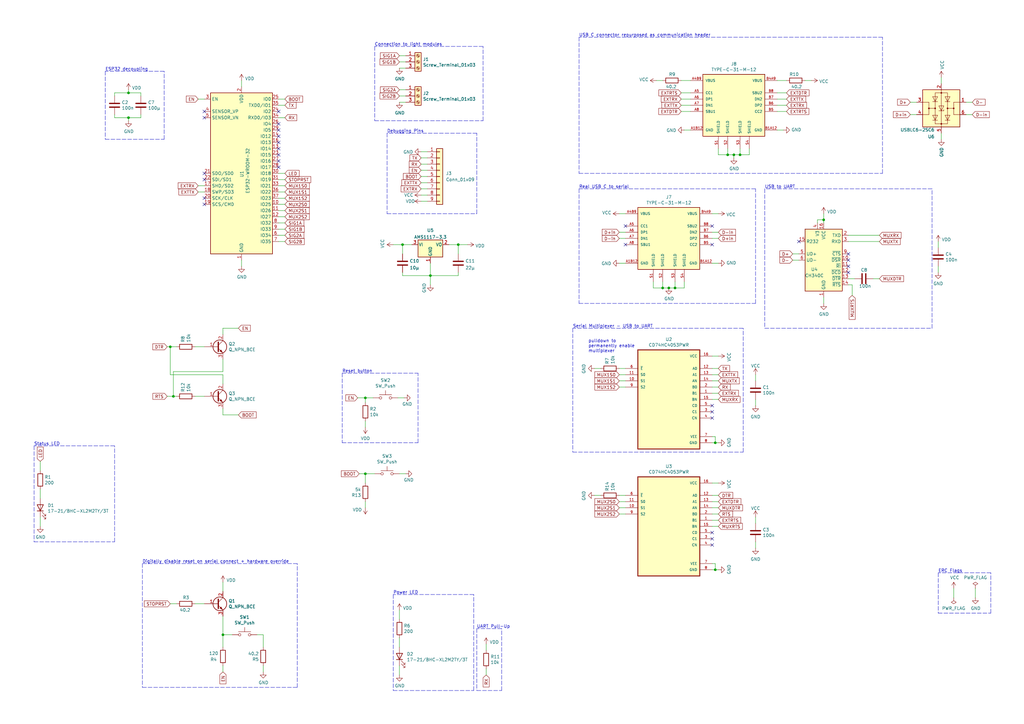
<source format=kicad_sch>
(kicad_sch (version 20211123) (generator eeschema)

  (uuid 9baf7b1e-44a0-4262-8221-97a2fa15d5e8)

  (paper "A3")

  (title_block
    (title "Heliox Control")
    (date "2021-08-10")
    (rev "v00")
    (comment 4 "Author: GHOSCHT")
  )

  (lib_symbols
    (symbol "CD74HC4053PWR:CD74HC4053PWR" (pin_names (offset 1.016)) (in_bom yes) (on_board yes)
      (property "Reference" "U" (id 0) (at -12.7 21.3106 0)
        (effects (font (size 1.27 1.27)) (justify left bottom))
      )
      (property "Value" "CD74HC4053PWR" (id 1) (at -12.7 -24.3078 0)
        (effects (font (size 1.27 1.27)) (justify left bottom))
      )
      (property "Footprint" "SOP65P640X120-16N" (id 2) (at -13.97 -20.32 90)
        (effects (font (size 1.27 1.27)) (justify left bottom) hide)
      )
      (property "Datasheet" "" (id 3) (at 0 0 0)
        (effects (font (size 1.27 1.27)) (justify left bottom) hide)
      )
      (property "ki_locked" "" (id 4) (at 0 0 0)
        (effects (font (size 1.27 1.27)))
      )
      (symbol "CD74HC4053PWR_0_0"
        (rectangle (start -12.7 -20.32) (end 12.7 20.32)
          (stroke (width 0.4064) (type default) (color 0 0 0 0))
          (fill (type background))
        )
        (pin bidirectional line (at 17.78 2.54 180) (length 5.08)
          (name "B1" (effects (font (size 1.016 1.016))))
          (number "1" (effects (font (size 1.016 1.016))))
        )
        (pin input line (at -17.78 7.62 0) (length 5.08)
          (name "S1" (effects (font (size 1.016 1.016))))
          (number "10" (effects (font (size 1.016 1.016))))
        )
        (pin input line (at -17.78 10.16 0) (length 5.08)
          (name "S0" (effects (font (size 1.016 1.016))))
          (number "11" (effects (font (size 1.016 1.016))))
        )
        (pin bidirectional line (at 17.78 12.7 180) (length 5.08)
          (name "A0" (effects (font (size 1.016 1.016))))
          (number "12" (effects (font (size 1.016 1.016))))
        )
        (pin bidirectional line (at 17.78 10.16 180) (length 5.08)
          (name "A1" (effects (font (size 1.016 1.016))))
          (number "13" (effects (font (size 1.016 1.016))))
        )
        (pin bidirectional line (at 17.78 7.62 180) (length 5.08)
          (name "AN" (effects (font (size 1.016 1.016))))
          (number "14" (effects (font (size 1.016 1.016))))
        )
        (pin bidirectional line (at 17.78 0 180) (length 5.08)
          (name "BN" (effects (font (size 1.016 1.016))))
          (number "15" (effects (font (size 1.016 1.016))))
        )
        (pin power_in line (at 17.78 17.78 180) (length 5.08)
          (name "VCC" (effects (font (size 1.016 1.016))))
          (number "16" (effects (font (size 1.016 1.016))))
        )
        (pin bidirectional line (at 17.78 5.08 180) (length 5.08)
          (name "B0" (effects (font (size 1.016 1.016))))
          (number "2" (effects (font (size 1.016 1.016))))
        )
        (pin bidirectional line (at 17.78 -5.08 180) (length 5.08)
          (name "C1" (effects (font (size 1.016 1.016))))
          (number "3" (effects (font (size 1.016 1.016))))
        )
        (pin bidirectional line (at 17.78 -7.62 180) (length 5.08)
          (name "CN" (effects (font (size 1.016 1.016))))
          (number "4" (effects (font (size 1.016 1.016))))
        )
        (pin bidirectional line (at 17.78 -2.54 180) (length 5.08)
          (name "C0" (effects (font (size 1.016 1.016))))
          (number "5" (effects (font (size 1.016 1.016))))
        )
        (pin input line (at -17.78 12.7 0) (length 5.08)
          (name "~{E}" (effects (font (size 1.016 1.016))))
          (number "6" (effects (font (size 1.016 1.016))))
        )
        (pin power_in line (at 17.78 -15.24 180) (length 5.08)
          (name "VEE" (effects (font (size 1.016 1.016))))
          (number "7" (effects (font (size 1.016 1.016))))
        )
        (pin power_in line (at 17.78 -17.78 180) (length 5.08)
          (name "GND" (effects (font (size 1.016 1.016))))
          (number "8" (effects (font (size 1.016 1.016))))
        )
        (pin input line (at -17.78 5.08 0) (length 5.08)
          (name "S2" (effects (font (size 1.016 1.016))))
          (number "9" (effects (font (size 1.016 1.016))))
        )
      )
    )
    (symbol "Connector:Screw_Terminal_01x03" (pin_names (offset 1.016) hide) (in_bom yes) (on_board yes)
      (property "Reference" "J" (id 0) (at 0 5.08 0)
        (effects (font (size 1.27 1.27)))
      )
      (property "Value" "Screw_Terminal_01x03" (id 1) (at 0 -5.08 0)
        (effects (font (size 1.27 1.27)))
      )
      (property "Footprint" "" (id 2) (at 0 0 0)
        (effects (font (size 1.27 1.27)) hide)
      )
      (property "Datasheet" "~" (id 3) (at 0 0 0)
        (effects (font (size 1.27 1.27)) hide)
      )
      (property "ki_keywords" "screw terminal" (id 4) (at 0 0 0)
        (effects (font (size 1.27 1.27)) hide)
      )
      (property "ki_description" "Generic screw terminal, single row, 01x03, script generated (kicad-library-utils/schlib/autogen/connector/)" (id 5) (at 0 0 0)
        (effects (font (size 1.27 1.27)) hide)
      )
      (property "ki_fp_filters" "TerminalBlock*:*" (id 6) (at 0 0 0)
        (effects (font (size 1.27 1.27)) hide)
      )
      (symbol "Screw_Terminal_01x03_1_1"
        (rectangle (start -1.27 3.81) (end 1.27 -3.81)
          (stroke (width 0.254) (type default) (color 0 0 0 0))
          (fill (type background))
        )
        (circle (center 0 -2.54) (radius 0.635)
          (stroke (width 0.1524) (type default) (color 0 0 0 0))
          (fill (type none))
        )
        (polyline
          (pts
            (xy -0.5334 -2.2098)
            (xy 0.3302 -3.048)
          )
          (stroke (width 0.1524) (type default) (color 0 0 0 0))
          (fill (type none))
        )
        (polyline
          (pts
            (xy -0.5334 0.3302)
            (xy 0.3302 -0.508)
          )
          (stroke (width 0.1524) (type default) (color 0 0 0 0))
          (fill (type none))
        )
        (polyline
          (pts
            (xy -0.5334 2.8702)
            (xy 0.3302 2.032)
          )
          (stroke (width 0.1524) (type default) (color 0 0 0 0))
          (fill (type none))
        )
        (polyline
          (pts
            (xy -0.3556 -2.032)
            (xy 0.508 -2.8702)
          )
          (stroke (width 0.1524) (type default) (color 0 0 0 0))
          (fill (type none))
        )
        (polyline
          (pts
            (xy -0.3556 0.508)
            (xy 0.508 -0.3302)
          )
          (stroke (width 0.1524) (type default) (color 0 0 0 0))
          (fill (type none))
        )
        (polyline
          (pts
            (xy -0.3556 3.048)
            (xy 0.508 2.2098)
          )
          (stroke (width 0.1524) (type default) (color 0 0 0 0))
          (fill (type none))
        )
        (circle (center 0 0) (radius 0.635)
          (stroke (width 0.1524) (type default) (color 0 0 0 0))
          (fill (type none))
        )
        (circle (center 0 2.54) (radius 0.635)
          (stroke (width 0.1524) (type default) (color 0 0 0 0))
          (fill (type none))
        )
        (pin passive line (at -5.08 2.54 0) (length 3.81)
          (name "Pin_1" (effects (font (size 1.27 1.27))))
          (number "1" (effects (font (size 1.27 1.27))))
        )
        (pin passive line (at -5.08 0 0) (length 3.81)
          (name "Pin_2" (effects (font (size 1.27 1.27))))
          (number "2" (effects (font (size 1.27 1.27))))
        )
        (pin passive line (at -5.08 -2.54 0) (length 3.81)
          (name "Pin_3" (effects (font (size 1.27 1.27))))
          (number "3" (effects (font (size 1.27 1.27))))
        )
      )
    )
    (symbol "Connector_Generic:Conn_01x09" (pin_names (offset 1.016) hide) (in_bom yes) (on_board yes)
      (property "Reference" "J" (id 0) (at 0 12.7 0)
        (effects (font (size 1.27 1.27)))
      )
      (property "Value" "Conn_01x09" (id 1) (at 0 -12.7 0)
        (effects (font (size 1.27 1.27)))
      )
      (property "Footprint" "" (id 2) (at 0 0 0)
        (effects (font (size 1.27 1.27)) hide)
      )
      (property "Datasheet" "~" (id 3) (at 0 0 0)
        (effects (font (size 1.27 1.27)) hide)
      )
      (property "ki_keywords" "connector" (id 4) (at 0 0 0)
        (effects (font (size 1.27 1.27)) hide)
      )
      (property "ki_description" "Generic connector, single row, 01x09, script generated (kicad-library-utils/schlib/autogen/connector/)" (id 5) (at 0 0 0)
        (effects (font (size 1.27 1.27)) hide)
      )
      (property "ki_fp_filters" "Connector*:*_1x??_*" (id 6) (at 0 0 0)
        (effects (font (size 1.27 1.27)) hide)
      )
      (symbol "Conn_01x09_1_1"
        (rectangle (start -1.27 -10.033) (end 0 -10.287)
          (stroke (width 0.1524) (type default) (color 0 0 0 0))
          (fill (type none))
        )
        (rectangle (start -1.27 -7.493) (end 0 -7.747)
          (stroke (width 0.1524) (type default) (color 0 0 0 0))
          (fill (type none))
        )
        (rectangle (start -1.27 -4.953) (end 0 -5.207)
          (stroke (width 0.1524) (type default) (color 0 0 0 0))
          (fill (type none))
        )
        (rectangle (start -1.27 -2.413) (end 0 -2.667)
          (stroke (width 0.1524) (type default) (color 0 0 0 0))
          (fill (type none))
        )
        (rectangle (start -1.27 0.127) (end 0 -0.127)
          (stroke (width 0.1524) (type default) (color 0 0 0 0))
          (fill (type none))
        )
        (rectangle (start -1.27 2.667) (end 0 2.413)
          (stroke (width 0.1524) (type default) (color 0 0 0 0))
          (fill (type none))
        )
        (rectangle (start -1.27 5.207) (end 0 4.953)
          (stroke (width 0.1524) (type default) (color 0 0 0 0))
          (fill (type none))
        )
        (rectangle (start -1.27 7.747) (end 0 7.493)
          (stroke (width 0.1524) (type default) (color 0 0 0 0))
          (fill (type none))
        )
        (rectangle (start -1.27 10.287) (end 0 10.033)
          (stroke (width 0.1524) (type default) (color 0 0 0 0))
          (fill (type none))
        )
        (rectangle (start -1.27 11.43) (end 1.27 -11.43)
          (stroke (width 0.254) (type default) (color 0 0 0 0))
          (fill (type background))
        )
        (pin passive line (at -5.08 10.16 0) (length 3.81)
          (name "Pin_1" (effects (font (size 1.27 1.27))))
          (number "1" (effects (font (size 1.27 1.27))))
        )
        (pin passive line (at -5.08 7.62 0) (length 3.81)
          (name "Pin_2" (effects (font (size 1.27 1.27))))
          (number "2" (effects (font (size 1.27 1.27))))
        )
        (pin passive line (at -5.08 5.08 0) (length 3.81)
          (name "Pin_3" (effects (font (size 1.27 1.27))))
          (number "3" (effects (font (size 1.27 1.27))))
        )
        (pin passive line (at -5.08 2.54 0) (length 3.81)
          (name "Pin_4" (effects (font (size 1.27 1.27))))
          (number "4" (effects (font (size 1.27 1.27))))
        )
        (pin passive line (at -5.08 0 0) (length 3.81)
          (name "Pin_5" (effects (font (size 1.27 1.27))))
          (number "5" (effects (font (size 1.27 1.27))))
        )
        (pin passive line (at -5.08 -2.54 0) (length 3.81)
          (name "Pin_6" (effects (font (size 1.27 1.27))))
          (number "6" (effects (font (size 1.27 1.27))))
        )
        (pin passive line (at -5.08 -5.08 0) (length 3.81)
          (name "Pin_7" (effects (font (size 1.27 1.27))))
          (number "7" (effects (font (size 1.27 1.27))))
        )
        (pin passive line (at -5.08 -7.62 0) (length 3.81)
          (name "Pin_8" (effects (font (size 1.27 1.27))))
          (number "8" (effects (font (size 1.27 1.27))))
        )
        (pin passive line (at -5.08 -10.16 0) (length 3.81)
          (name "Pin_9" (effects (font (size 1.27 1.27))))
          (number "9" (effects (font (size 1.27 1.27))))
        )
      )
    )
    (symbol "Device:C" (pin_numbers hide) (pin_names (offset 0.254)) (in_bom yes) (on_board yes)
      (property "Reference" "C" (id 0) (at 0.635 2.54 0)
        (effects (font (size 1.27 1.27)) (justify left))
      )
      (property "Value" "C" (id 1) (at 0.635 -2.54 0)
        (effects (font (size 1.27 1.27)) (justify left))
      )
      (property "Footprint" "" (id 2) (at 0.9652 -3.81 0)
        (effects (font (size 1.27 1.27)) hide)
      )
      (property "Datasheet" "~" (id 3) (at 0 0 0)
        (effects (font (size 1.27 1.27)) hide)
      )
      (property "ki_keywords" "cap capacitor" (id 4) (at 0 0 0)
        (effects (font (size 1.27 1.27)) hide)
      )
      (property "ki_description" "Unpolarized capacitor" (id 5) (at 0 0 0)
        (effects (font (size 1.27 1.27)) hide)
      )
      (property "ki_fp_filters" "C_*" (id 6) (at 0 0 0)
        (effects (font (size 1.27 1.27)) hide)
      )
      (symbol "C_0_1"
        (polyline
          (pts
            (xy -2.032 -0.762)
            (xy 2.032 -0.762)
          )
          (stroke (width 0.508) (type default) (color 0 0 0 0))
          (fill (type none))
        )
        (polyline
          (pts
            (xy -2.032 0.762)
            (xy 2.032 0.762)
          )
          (stroke (width 0.508) (type default) (color 0 0 0 0))
          (fill (type none))
        )
      )
      (symbol "C_1_1"
        (pin passive line (at 0 3.81 270) (length 2.794)
          (name "~" (effects (font (size 1.27 1.27))))
          (number "1" (effects (font (size 1.27 1.27))))
        )
        (pin passive line (at 0 -3.81 90) (length 2.794)
          (name "~" (effects (font (size 1.27 1.27))))
          (number "2" (effects (font (size 1.27 1.27))))
        )
      )
    )
    (symbol "Device:LED" (pin_numbers hide) (pin_names (offset 1.016) hide) (in_bom yes) (on_board yes)
      (property "Reference" "D" (id 0) (at 0 2.54 0)
        (effects (font (size 1.27 1.27)))
      )
      (property "Value" "LED" (id 1) (at 0 -2.54 0)
        (effects (font (size 1.27 1.27)))
      )
      (property "Footprint" "" (id 2) (at 0 0 0)
        (effects (font (size 1.27 1.27)) hide)
      )
      (property "Datasheet" "~" (id 3) (at 0 0 0)
        (effects (font (size 1.27 1.27)) hide)
      )
      (property "ki_keywords" "LED diode" (id 4) (at 0 0 0)
        (effects (font (size 1.27 1.27)) hide)
      )
      (property "ki_description" "Light emitting diode" (id 5) (at 0 0 0)
        (effects (font (size 1.27 1.27)) hide)
      )
      (property "ki_fp_filters" "LED* LED_SMD:* LED_THT:*" (id 6) (at 0 0 0)
        (effects (font (size 1.27 1.27)) hide)
      )
      (symbol "LED_0_1"
        (polyline
          (pts
            (xy -1.27 -1.27)
            (xy -1.27 1.27)
          )
          (stroke (width 0.254) (type default) (color 0 0 0 0))
          (fill (type none))
        )
        (polyline
          (pts
            (xy -1.27 0)
            (xy 1.27 0)
          )
          (stroke (width 0) (type default) (color 0 0 0 0))
          (fill (type none))
        )
        (polyline
          (pts
            (xy 1.27 -1.27)
            (xy 1.27 1.27)
            (xy -1.27 0)
            (xy 1.27 -1.27)
          )
          (stroke (width 0.254) (type default) (color 0 0 0 0))
          (fill (type none))
        )
        (polyline
          (pts
            (xy -3.048 -0.762)
            (xy -4.572 -2.286)
            (xy -3.81 -2.286)
            (xy -4.572 -2.286)
            (xy -4.572 -1.524)
          )
          (stroke (width 0) (type default) (color 0 0 0 0))
          (fill (type none))
        )
        (polyline
          (pts
            (xy -1.778 -0.762)
            (xy -3.302 -2.286)
            (xy -2.54 -2.286)
            (xy -3.302 -2.286)
            (xy -3.302 -1.524)
          )
          (stroke (width 0) (type default) (color 0 0 0 0))
          (fill (type none))
        )
      )
      (symbol "LED_1_1"
        (pin passive line (at -3.81 0 0) (length 2.54)
          (name "K" (effects (font (size 1.27 1.27))))
          (number "1" (effects (font (size 1.27 1.27))))
        )
        (pin passive line (at 3.81 0 180) (length 2.54)
          (name "A" (effects (font (size 1.27 1.27))))
          (number "2" (effects (font (size 1.27 1.27))))
        )
      )
    )
    (symbol "Device:Q_NPN_BCE" (pin_names (offset 0) hide) (in_bom yes) (on_board yes)
      (property "Reference" "Q" (id 0) (at 5.08 1.27 0)
        (effects (font (size 1.27 1.27)) (justify left))
      )
      (property "Value" "Q_NPN_BCE" (id 1) (at 5.08 -1.27 0)
        (effects (font (size 1.27 1.27)) (justify left))
      )
      (property "Footprint" "" (id 2) (at 5.08 2.54 0)
        (effects (font (size 1.27 1.27)) hide)
      )
      (property "Datasheet" "~" (id 3) (at 0 0 0)
        (effects (font (size 1.27 1.27)) hide)
      )
      (property "ki_keywords" "transistor NPN" (id 4) (at 0 0 0)
        (effects (font (size 1.27 1.27)) hide)
      )
      (property "ki_description" "NPN transistor, base/collector/emitter" (id 5) (at 0 0 0)
        (effects (font (size 1.27 1.27)) hide)
      )
      (symbol "Q_NPN_BCE_0_1"
        (polyline
          (pts
            (xy 0.635 0.635)
            (xy 2.54 2.54)
          )
          (stroke (width 0) (type default) (color 0 0 0 0))
          (fill (type none))
        )
        (polyline
          (pts
            (xy 0.635 -0.635)
            (xy 2.54 -2.54)
            (xy 2.54 -2.54)
          )
          (stroke (width 0) (type default) (color 0 0 0 0))
          (fill (type none))
        )
        (polyline
          (pts
            (xy 0.635 1.905)
            (xy 0.635 -1.905)
            (xy 0.635 -1.905)
          )
          (stroke (width 0.508) (type default) (color 0 0 0 0))
          (fill (type none))
        )
        (polyline
          (pts
            (xy 1.27 -1.778)
            (xy 1.778 -1.27)
            (xy 2.286 -2.286)
            (xy 1.27 -1.778)
            (xy 1.27 -1.778)
          )
          (stroke (width 0) (type default) (color 0 0 0 0))
          (fill (type outline))
        )
        (circle (center 1.27 0) (radius 2.8194)
          (stroke (width 0.254) (type default) (color 0 0 0 0))
          (fill (type none))
        )
      )
      (symbol "Q_NPN_BCE_1_1"
        (pin input line (at -5.08 0 0) (length 5.715)
          (name "B" (effects (font (size 1.27 1.27))))
          (number "1" (effects (font (size 1.27 1.27))))
        )
        (pin passive line (at 2.54 5.08 270) (length 2.54)
          (name "C" (effects (font (size 1.27 1.27))))
          (number "2" (effects (font (size 1.27 1.27))))
        )
        (pin passive line (at 2.54 -5.08 90) (length 2.54)
          (name "E" (effects (font (size 1.27 1.27))))
          (number "3" (effects (font (size 1.27 1.27))))
        )
      )
    )
    (symbol "Device:R" (pin_numbers hide) (pin_names (offset 0)) (in_bom yes) (on_board yes)
      (property "Reference" "R" (id 0) (at 2.032 0 90)
        (effects (font (size 1.27 1.27)))
      )
      (property "Value" "R" (id 1) (at 0 0 90)
        (effects (font (size 1.27 1.27)))
      )
      (property "Footprint" "" (id 2) (at -1.778 0 90)
        (effects (font (size 1.27 1.27)) hide)
      )
      (property "Datasheet" "~" (id 3) (at 0 0 0)
        (effects (font (size 1.27 1.27)) hide)
      )
      (property "ki_keywords" "R res resistor" (id 4) (at 0 0 0)
        (effects (font (size 1.27 1.27)) hide)
      )
      (property "ki_description" "Resistor" (id 5) (at 0 0 0)
        (effects (font (size 1.27 1.27)) hide)
      )
      (property "ki_fp_filters" "R_*" (id 6) (at 0 0 0)
        (effects (font (size 1.27 1.27)) hide)
      )
      (symbol "R_0_1"
        (rectangle (start -1.016 -2.54) (end 1.016 2.54)
          (stroke (width 0.254) (type default) (color 0 0 0 0))
          (fill (type none))
        )
      )
      (symbol "R_1_1"
        (pin passive line (at 0 3.81 270) (length 1.27)
          (name "~" (effects (font (size 1.27 1.27))))
          (number "1" (effects (font (size 1.27 1.27))))
        )
        (pin passive line (at 0 -3.81 90) (length 1.27)
          (name "~" (effects (font (size 1.27 1.27))))
          (number "2" (effects (font (size 1.27 1.27))))
        )
      )
    )
    (symbol "Interface_USB:CH340C" (in_bom yes) (on_board yes)
      (property "Reference" "U" (id 0) (at -5.08 13.97 0)
        (effects (font (size 1.27 1.27)) (justify right))
      )
      (property "Value" "CH340C" (id 1) (at 1.27 13.97 0)
        (effects (font (size 1.27 1.27)) (justify left))
      )
      (property "Footprint" "Package_SO:SOIC-16_3.9x9.9mm_P1.27mm" (id 2) (at 1.27 -13.97 0)
        (effects (font (size 1.27 1.27)) (justify left) hide)
      )
      (property "Datasheet" "https://datasheet.lcsc.com/szlcsc/Jiangsu-Qin-Heng-CH340C_C84681.pdf" (id 3) (at -8.89 20.32 0)
        (effects (font (size 1.27 1.27)) hide)
      )
      (property "ki_keywords" "USB UART Serial Converter Interface" (id 4) (at 0 0 0)
        (effects (font (size 1.27 1.27)) hide)
      )
      (property "ki_description" "USB serial converter, UART, SOIC-16" (id 5) (at 0 0 0)
        (effects (font (size 1.27 1.27)) hide)
      )
      (property "ki_fp_filters" "SOIC*3.9x9.9mm*P1.27mm*" (id 6) (at 0 0 0)
        (effects (font (size 1.27 1.27)) hide)
      )
      (symbol "CH340C_0_1"
        (rectangle (start -7.62 12.7) (end 7.62 -12.7)
          (stroke (width 0.254) (type default) (color 0 0 0 0))
          (fill (type background))
        )
      )
      (symbol "CH340C_1_1"
        (pin power_in line (at 0 -15.24 90) (length 2.54)
          (name "GND" (effects (font (size 1.27 1.27))))
          (number "1" (effects (font (size 1.27 1.27))))
        )
        (pin input line (at 10.16 0 180) (length 2.54)
          (name "~{DSR}" (effects (font (size 1.27 1.27))))
          (number "10" (effects (font (size 1.27 1.27))))
        )
        (pin input line (at 10.16 -2.54 180) (length 2.54)
          (name "~{RI}" (effects (font (size 1.27 1.27))))
          (number "11" (effects (font (size 1.27 1.27))))
        )
        (pin input line (at 10.16 -5.08 180) (length 2.54)
          (name "~{DCD}" (effects (font (size 1.27 1.27))))
          (number "12" (effects (font (size 1.27 1.27))))
        )
        (pin output line (at 10.16 -7.62 180) (length 2.54)
          (name "~{DTR}" (effects (font (size 1.27 1.27))))
          (number "13" (effects (font (size 1.27 1.27))))
        )
        (pin output line (at 10.16 -10.16 180) (length 2.54)
          (name "~{RTS}" (effects (font (size 1.27 1.27))))
          (number "14" (effects (font (size 1.27 1.27))))
        )
        (pin input line (at -10.16 7.62 0) (length 2.54)
          (name "R232" (effects (font (size 1.27 1.27))))
          (number "15" (effects (font (size 1.27 1.27))))
        )
        (pin power_in line (at 0 15.24 270) (length 2.54)
          (name "VCC" (effects (font (size 1.27 1.27))))
          (number "16" (effects (font (size 1.27 1.27))))
        )
        (pin output line (at 10.16 10.16 180) (length 2.54)
          (name "TXD" (effects (font (size 1.27 1.27))))
          (number "2" (effects (font (size 1.27 1.27))))
        )
        (pin input line (at 10.16 7.62 180) (length 2.54)
          (name "RXD" (effects (font (size 1.27 1.27))))
          (number "3" (effects (font (size 1.27 1.27))))
        )
        (pin passive line (at -2.54 15.24 270) (length 2.54)
          (name "V3" (effects (font (size 1.27 1.27))))
          (number "4" (effects (font (size 1.27 1.27))))
        )
        (pin bidirectional line (at -10.16 2.54 0) (length 2.54)
          (name "UD+" (effects (font (size 1.27 1.27))))
          (number "5" (effects (font (size 1.27 1.27))))
        )
        (pin bidirectional line (at -10.16 0 0) (length 2.54)
          (name "UD-" (effects (font (size 1.27 1.27))))
          (number "6" (effects (font (size 1.27 1.27))))
        )
        (pin no_connect line (at -7.62 -7.62 0) (length 2.54) hide
          (name "NC" (effects (font (size 1.27 1.27))))
          (number "7" (effects (font (size 1.27 1.27))))
        )
        (pin no_connect line (at -7.62 -10.16 0) (length 2.54) hide
          (name "NC" (effects (font (size 1.27 1.27))))
          (number "8" (effects (font (size 1.27 1.27))))
        )
        (pin input line (at 10.16 2.54 180) (length 2.54)
          (name "~{CTS}" (effects (font (size 1.27 1.27))))
          (number "9" (effects (font (size 1.27 1.27))))
        )
      )
    )
    (symbol "Power_Protection:USBLC6-2SC6" (pin_names hide) (in_bom yes) (on_board yes)
      (property "Reference" "U" (id 0) (at 2.54 8.89 0)
        (effects (font (size 1.27 1.27)) (justify left))
      )
      (property "Value" "USBLC6-2SC6" (id 1) (at 2.54 -8.89 0)
        (effects (font (size 1.27 1.27)) (justify left))
      )
      (property "Footprint" "Package_TO_SOT_SMD:SOT-23-6" (id 2) (at 0 -12.7 0)
        (effects (font (size 1.27 1.27)) hide)
      )
      (property "Datasheet" "https://www.st.com/resource/en/datasheet/usblc6-2.pdf" (id 3) (at 5.08 8.89 0)
        (effects (font (size 1.27 1.27)) hide)
      )
      (property "ki_keywords" "usb ethernet video" (id 4) (at 0 0 0)
        (effects (font (size 1.27 1.27)) hide)
      )
      (property "ki_description" "Very low capacitance ESD protection diode, 2 data-line, SOT-23-6" (id 5) (at 0 0 0)
        (effects (font (size 1.27 1.27)) hide)
      )
      (property "ki_fp_filters" "SOT?23*" (id 6) (at 0 0 0)
        (effects (font (size 1.27 1.27)) hide)
      )
      (symbol "USBLC6-2SC6_0_1"
        (rectangle (start -7.62 -7.62) (end 7.62 7.62)
          (stroke (width 0.254) (type default) (color 0 0 0 0))
          (fill (type background))
        )
        (circle (center -5.08 0) (radius 0.254)
          (stroke (width 0) (type default) (color 0 0 0 0))
          (fill (type outline))
        )
        (circle (center -2.54 0) (radius 0.254)
          (stroke (width 0) (type default) (color 0 0 0 0))
          (fill (type outline))
        )
        (rectangle (start -2.54 6.35) (end 2.54 -6.35)
          (stroke (width 0) (type default) (color 0 0 0 0))
          (fill (type none))
        )
        (circle (center 0 -6.35) (radius 0.254)
          (stroke (width 0) (type default) (color 0 0 0 0))
          (fill (type outline))
        )
        (polyline
          (pts
            (xy -5.08 -2.54)
            (xy -7.62 -2.54)
          )
          (stroke (width 0) (type default) (color 0 0 0 0))
          (fill (type none))
        )
        (polyline
          (pts
            (xy -5.08 0)
            (xy -5.08 -2.54)
          )
          (stroke (width 0) (type default) (color 0 0 0 0))
          (fill (type none))
        )
        (polyline
          (pts
            (xy -5.08 2.54)
            (xy -7.62 2.54)
          )
          (stroke (width 0) (type default) (color 0 0 0 0))
          (fill (type none))
        )
        (polyline
          (pts
            (xy -1.524 -2.794)
            (xy -3.556 -2.794)
          )
          (stroke (width 0) (type default) (color 0 0 0 0))
          (fill (type none))
        )
        (polyline
          (pts
            (xy -1.524 4.826)
            (xy -3.556 4.826)
          )
          (stroke (width 0) (type default) (color 0 0 0 0))
          (fill (type none))
        )
        (polyline
          (pts
            (xy 0 -7.62)
            (xy 0 -6.35)
          )
          (stroke (width 0) (type default) (color 0 0 0 0))
          (fill (type none))
        )
        (polyline
          (pts
            (xy 0 -6.35)
            (xy 0 1.27)
          )
          (stroke (width 0) (type default) (color 0 0 0 0))
          (fill (type none))
        )
        (polyline
          (pts
            (xy 0 1.27)
            (xy 0 6.35)
          )
          (stroke (width 0) (type default) (color 0 0 0 0))
          (fill (type none))
        )
        (polyline
          (pts
            (xy 0 6.35)
            (xy 0 7.62)
          )
          (stroke (width 0) (type default) (color 0 0 0 0))
          (fill (type none))
        )
        (polyline
          (pts
            (xy 1.524 -2.794)
            (xy 3.556 -2.794)
          )
          (stroke (width 0) (type default) (color 0 0 0 0))
          (fill (type none))
        )
        (polyline
          (pts
            (xy 1.524 4.826)
            (xy 3.556 4.826)
          )
          (stroke (width 0) (type default) (color 0 0 0 0))
          (fill (type none))
        )
        (polyline
          (pts
            (xy 5.08 -2.54)
            (xy 7.62 -2.54)
          )
          (stroke (width 0) (type default) (color 0 0 0 0))
          (fill (type none))
        )
        (polyline
          (pts
            (xy 5.08 0)
            (xy 5.08 -2.54)
          )
          (stroke (width 0) (type default) (color 0 0 0 0))
          (fill (type none))
        )
        (polyline
          (pts
            (xy 5.08 2.54)
            (xy 7.62 2.54)
          )
          (stroke (width 0) (type default) (color 0 0 0 0))
          (fill (type none))
        )
        (polyline
          (pts
            (xy -2.54 0)
            (xy -5.08 0)
            (xy -5.08 2.54)
          )
          (stroke (width 0) (type default) (color 0 0 0 0))
          (fill (type none))
        )
        (polyline
          (pts
            (xy 2.54 0)
            (xy 5.08 0)
            (xy 5.08 2.54)
          )
          (stroke (width 0) (type default) (color 0 0 0 0))
          (fill (type none))
        )
        (polyline
          (pts
            (xy -3.556 -4.826)
            (xy -1.524 -4.826)
            (xy -2.54 -2.794)
            (xy -3.556 -4.826)
          )
          (stroke (width 0) (type default) (color 0 0 0 0))
          (fill (type none))
        )
        (polyline
          (pts
            (xy -3.556 2.794)
            (xy -1.524 2.794)
            (xy -2.54 4.826)
            (xy -3.556 2.794)
          )
          (stroke (width 0) (type default) (color 0 0 0 0))
          (fill (type none))
        )
        (polyline
          (pts
            (xy -1.016 -1.016)
            (xy 1.016 -1.016)
            (xy 0 1.016)
            (xy -1.016 -1.016)
          )
          (stroke (width 0) (type default) (color 0 0 0 0))
          (fill (type none))
        )
        (polyline
          (pts
            (xy 1.016 1.016)
            (xy 0.762 1.016)
            (xy -1.016 1.016)
            (xy -1.016 0.508)
          )
          (stroke (width 0) (type default) (color 0 0 0 0))
          (fill (type none))
        )
        (polyline
          (pts
            (xy 3.556 -4.826)
            (xy 1.524 -4.826)
            (xy 2.54 -2.794)
            (xy 3.556 -4.826)
          )
          (stroke (width 0) (type default) (color 0 0 0 0))
          (fill (type none))
        )
        (polyline
          (pts
            (xy 3.556 2.794)
            (xy 1.524 2.794)
            (xy 2.54 4.826)
            (xy 3.556 2.794)
          )
          (stroke (width 0) (type default) (color 0 0 0 0))
          (fill (type none))
        )
        (circle (center 0 6.35) (radius 0.254)
          (stroke (width 0) (type default) (color 0 0 0 0))
          (fill (type outline))
        )
        (circle (center 2.54 0) (radius 0.254)
          (stroke (width 0) (type default) (color 0 0 0 0))
          (fill (type outline))
        )
        (circle (center 5.08 0) (radius 0.254)
          (stroke (width 0) (type default) (color 0 0 0 0))
          (fill (type outline))
        )
      )
      (symbol "USBLC6-2SC6_1_1"
        (pin passive line (at -10.16 -2.54 0) (length 2.54)
          (name "I/O1" (effects (font (size 1.27 1.27))))
          (number "1" (effects (font (size 1.27 1.27))))
        )
        (pin passive line (at 0 -10.16 90) (length 2.54)
          (name "GND" (effects (font (size 1.27 1.27))))
          (number "2" (effects (font (size 1.27 1.27))))
        )
        (pin passive line (at 10.16 -2.54 180) (length 2.54)
          (name "I/O2" (effects (font (size 1.27 1.27))))
          (number "3" (effects (font (size 1.27 1.27))))
        )
        (pin passive line (at 10.16 2.54 180) (length 2.54)
          (name "I/O2" (effects (font (size 1.27 1.27))))
          (number "4" (effects (font (size 1.27 1.27))))
        )
        (pin passive line (at 0 10.16 270) (length 2.54)
          (name "VBUS" (effects (font (size 1.27 1.27))))
          (number "5" (effects (font (size 1.27 1.27))))
        )
        (pin passive line (at -10.16 2.54 0) (length 2.54)
          (name "I/O1" (effects (font (size 1.27 1.27))))
          (number "6" (effects (font (size 1.27 1.27))))
        )
      )
    )
    (symbol "RF_Module:ESP32-WROOM-32" (in_bom yes) (on_board yes)
      (property "Reference" "U" (id 0) (at -12.7 34.29 0)
        (effects (font (size 1.27 1.27)) (justify left))
      )
      (property "Value" "ESP32-WROOM-32" (id 1) (at 1.27 34.29 0)
        (effects (font (size 1.27 1.27)) (justify left))
      )
      (property "Footprint" "RF_Module:ESP32-WROOM-32" (id 2) (at 0 -38.1 0)
        (effects (font (size 1.27 1.27)) hide)
      )
      (property "Datasheet" "https://www.espressif.com/sites/default/files/documentation/esp32-wroom-32_datasheet_en.pdf" (id 3) (at -7.62 1.27 0)
        (effects (font (size 1.27 1.27)) hide)
      )
      (property "ki_keywords" "RF Radio BT ESP ESP32 Espressif onboard PCB antenna" (id 4) (at 0 0 0)
        (effects (font (size 1.27 1.27)) hide)
      )
      (property "ki_description" "RF Module, ESP32-D0WDQ6 SoC, Wi-Fi 802.11b/g/n, Bluetooth, BLE, 32-bit, 2.7-3.6V, onboard antenna, SMD" (id 5) (at 0 0 0)
        (effects (font (size 1.27 1.27)) hide)
      )
      (property "ki_fp_filters" "ESP32?WROOM?32*" (id 6) (at 0 0 0)
        (effects (font (size 1.27 1.27)) hide)
      )
      (symbol "ESP32-WROOM-32_0_1"
        (rectangle (start -12.7 33.02) (end 12.7 -33.02)
          (stroke (width 0.254) (type default) (color 0 0 0 0))
          (fill (type background))
        )
      )
      (symbol "ESP32-WROOM-32_1_1"
        (pin power_in line (at 0 -35.56 90) (length 2.54)
          (name "GND" (effects (font (size 1.27 1.27))))
          (number "1" (effects (font (size 1.27 1.27))))
        )
        (pin bidirectional line (at 15.24 -12.7 180) (length 2.54)
          (name "IO25" (effects (font (size 1.27 1.27))))
          (number "10" (effects (font (size 1.27 1.27))))
        )
        (pin bidirectional line (at 15.24 -15.24 180) (length 2.54)
          (name "IO26" (effects (font (size 1.27 1.27))))
          (number "11" (effects (font (size 1.27 1.27))))
        )
        (pin bidirectional line (at 15.24 -17.78 180) (length 2.54)
          (name "IO27" (effects (font (size 1.27 1.27))))
          (number "12" (effects (font (size 1.27 1.27))))
        )
        (pin bidirectional line (at 15.24 10.16 180) (length 2.54)
          (name "IO14" (effects (font (size 1.27 1.27))))
          (number "13" (effects (font (size 1.27 1.27))))
        )
        (pin bidirectional line (at 15.24 15.24 180) (length 2.54)
          (name "IO12" (effects (font (size 1.27 1.27))))
          (number "14" (effects (font (size 1.27 1.27))))
        )
        (pin passive line (at 0 -35.56 90) (length 2.54) hide
          (name "GND" (effects (font (size 1.27 1.27))))
          (number "15" (effects (font (size 1.27 1.27))))
        )
        (pin bidirectional line (at 15.24 12.7 180) (length 2.54)
          (name "IO13" (effects (font (size 1.27 1.27))))
          (number "16" (effects (font (size 1.27 1.27))))
        )
        (pin bidirectional line (at -15.24 -5.08 0) (length 2.54)
          (name "SHD/SD2" (effects (font (size 1.27 1.27))))
          (number "17" (effects (font (size 1.27 1.27))))
        )
        (pin bidirectional line (at -15.24 -7.62 0) (length 2.54)
          (name "SWP/SD3" (effects (font (size 1.27 1.27))))
          (number "18" (effects (font (size 1.27 1.27))))
        )
        (pin bidirectional line (at -15.24 -12.7 0) (length 2.54)
          (name "SCS/CMD" (effects (font (size 1.27 1.27))))
          (number "19" (effects (font (size 1.27 1.27))))
        )
        (pin power_in line (at 0 35.56 270) (length 2.54)
          (name "VDD" (effects (font (size 1.27 1.27))))
          (number "2" (effects (font (size 1.27 1.27))))
        )
        (pin bidirectional line (at -15.24 -10.16 0) (length 2.54)
          (name "SCK/CLK" (effects (font (size 1.27 1.27))))
          (number "20" (effects (font (size 1.27 1.27))))
        )
        (pin bidirectional line (at -15.24 0 0) (length 2.54)
          (name "SDO/SD0" (effects (font (size 1.27 1.27))))
          (number "21" (effects (font (size 1.27 1.27))))
        )
        (pin bidirectional line (at -15.24 -2.54 0) (length 2.54)
          (name "SDI/SD1" (effects (font (size 1.27 1.27))))
          (number "22" (effects (font (size 1.27 1.27))))
        )
        (pin bidirectional line (at 15.24 7.62 180) (length 2.54)
          (name "IO15" (effects (font (size 1.27 1.27))))
          (number "23" (effects (font (size 1.27 1.27))))
        )
        (pin bidirectional line (at 15.24 25.4 180) (length 2.54)
          (name "IO2" (effects (font (size 1.27 1.27))))
          (number "24" (effects (font (size 1.27 1.27))))
        )
        (pin bidirectional line (at 15.24 30.48 180) (length 2.54)
          (name "IO0" (effects (font (size 1.27 1.27))))
          (number "25" (effects (font (size 1.27 1.27))))
        )
        (pin bidirectional line (at 15.24 20.32 180) (length 2.54)
          (name "IO4" (effects (font (size 1.27 1.27))))
          (number "26" (effects (font (size 1.27 1.27))))
        )
        (pin bidirectional line (at 15.24 5.08 180) (length 2.54)
          (name "IO16" (effects (font (size 1.27 1.27))))
          (number "27" (effects (font (size 1.27 1.27))))
        )
        (pin bidirectional line (at 15.24 2.54 180) (length 2.54)
          (name "IO17" (effects (font (size 1.27 1.27))))
          (number "28" (effects (font (size 1.27 1.27))))
        )
        (pin bidirectional line (at 15.24 17.78 180) (length 2.54)
          (name "IO5" (effects (font (size 1.27 1.27))))
          (number "29" (effects (font (size 1.27 1.27))))
        )
        (pin input line (at -15.24 30.48 0) (length 2.54)
          (name "EN" (effects (font (size 1.27 1.27))))
          (number "3" (effects (font (size 1.27 1.27))))
        )
        (pin bidirectional line (at 15.24 0 180) (length 2.54)
          (name "IO18" (effects (font (size 1.27 1.27))))
          (number "30" (effects (font (size 1.27 1.27))))
        )
        (pin bidirectional line (at 15.24 -2.54 180) (length 2.54)
          (name "IO19" (effects (font (size 1.27 1.27))))
          (number "31" (effects (font (size 1.27 1.27))))
        )
        (pin no_connect line (at -12.7 -27.94 0) (length 2.54) hide
          (name "NC" (effects (font (size 1.27 1.27))))
          (number "32" (effects (font (size 1.27 1.27))))
        )
        (pin bidirectional line (at 15.24 -5.08 180) (length 2.54)
          (name "IO21" (effects (font (size 1.27 1.27))))
          (number "33" (effects (font (size 1.27 1.27))))
        )
        (pin bidirectional line (at 15.24 22.86 180) (length 2.54)
          (name "RXD0/IO3" (effects (font (size 1.27 1.27))))
          (number "34" (effects (font (size 1.27 1.27))))
        )
        (pin bidirectional line (at 15.24 27.94 180) (length 2.54)
          (name "TXD0/IO1" (effects (font (size 1.27 1.27))))
          (number "35" (effects (font (size 1.27 1.27))))
        )
        (pin bidirectional line (at 15.24 -7.62 180) (length 2.54)
          (name "IO22" (effects (font (size 1.27 1.27))))
          (number "36" (effects (font (size 1.27 1.27))))
        )
        (pin bidirectional line (at 15.24 -10.16 180) (length 2.54)
          (name "IO23" (effects (font (size 1.27 1.27))))
          (number "37" (effects (font (size 1.27 1.27))))
        )
        (pin passive line (at 0 -35.56 90) (length 2.54) hide
          (name "GND" (effects (font (size 1.27 1.27))))
          (number "38" (effects (font (size 1.27 1.27))))
        )
        (pin passive line (at 0 -35.56 90) (length 2.54) hide
          (name "GND" (effects (font (size 1.27 1.27))))
          (number "39" (effects (font (size 1.27 1.27))))
        )
        (pin input line (at -15.24 25.4 0) (length 2.54)
          (name "SENSOR_VP" (effects (font (size 1.27 1.27))))
          (number "4" (effects (font (size 1.27 1.27))))
        )
        (pin input line (at -15.24 22.86 0) (length 2.54)
          (name "SENSOR_VN" (effects (font (size 1.27 1.27))))
          (number "5" (effects (font (size 1.27 1.27))))
        )
        (pin input line (at 15.24 -25.4 180) (length 2.54)
          (name "IO34" (effects (font (size 1.27 1.27))))
          (number "6" (effects (font (size 1.27 1.27))))
        )
        (pin input line (at 15.24 -27.94 180) (length 2.54)
          (name "IO35" (effects (font (size 1.27 1.27))))
          (number "7" (effects (font (size 1.27 1.27))))
        )
        (pin bidirectional line (at 15.24 -20.32 180) (length 2.54)
          (name "IO32" (effects (font (size 1.27 1.27))))
          (number "8" (effects (font (size 1.27 1.27))))
        )
        (pin bidirectional line (at 15.24 -22.86 180) (length 2.54)
          (name "IO33" (effects (font (size 1.27 1.27))))
          (number "9" (effects (font (size 1.27 1.27))))
        )
      )
    )
    (symbol "Regulator_Linear:AMS1117-3.3" (pin_names (offset 0.254)) (in_bom yes) (on_board yes)
      (property "Reference" "U" (id 0) (at -3.81 3.175 0)
        (effects (font (size 1.27 1.27)))
      )
      (property "Value" "AMS1117-3.3" (id 1) (at 0 3.175 0)
        (effects (font (size 1.27 1.27)) (justify left))
      )
      (property "Footprint" "Package_TO_SOT_SMD:SOT-223-3_TabPin2" (id 2) (at 0 5.08 0)
        (effects (font (size 1.27 1.27)) hide)
      )
      (property "Datasheet" "http://www.advanced-monolithic.com/pdf/ds1117.pdf" (id 3) (at 2.54 -6.35 0)
        (effects (font (size 1.27 1.27)) hide)
      )
      (property "ki_keywords" "linear regulator ldo fixed positive" (id 4) (at 0 0 0)
        (effects (font (size 1.27 1.27)) hide)
      )
      (property "ki_description" "1A Low Dropout regulator, positive, 3.3V fixed output, SOT-223" (id 5) (at 0 0 0)
        (effects (font (size 1.27 1.27)) hide)
      )
      (property "ki_fp_filters" "SOT?223*TabPin2*" (id 6) (at 0 0 0)
        (effects (font (size 1.27 1.27)) hide)
      )
      (symbol "AMS1117-3.3_0_1"
        (rectangle (start -5.08 -5.08) (end 5.08 1.905)
          (stroke (width 0.254) (type default) (color 0 0 0 0))
          (fill (type background))
        )
      )
      (symbol "AMS1117-3.3_1_1"
        (pin power_in line (at 0 -7.62 90) (length 2.54)
          (name "GND" (effects (font (size 1.27 1.27))))
          (number "1" (effects (font (size 1.27 1.27))))
        )
        (pin power_out line (at 7.62 0 180) (length 2.54)
          (name "VO" (effects (font (size 1.27 1.27))))
          (number "2" (effects (font (size 1.27 1.27))))
        )
        (pin power_in line (at -7.62 0 0) (length 2.54)
          (name "VI" (effects (font (size 1.27 1.27))))
          (number "3" (effects (font (size 1.27 1.27))))
        )
      )
    )
    (symbol "Switch:SW_Push" (pin_numbers hide) (pin_names (offset 1.016) hide) (in_bom yes) (on_board yes)
      (property "Reference" "SW" (id 0) (at 1.27 2.54 0)
        (effects (font (size 1.27 1.27)) (justify left))
      )
      (property "Value" "SW_Push" (id 1) (at 0 -1.524 0)
        (effects (font (size 1.27 1.27)))
      )
      (property "Footprint" "" (id 2) (at 0 5.08 0)
        (effects (font (size 1.27 1.27)) hide)
      )
      (property "Datasheet" "~" (id 3) (at 0 5.08 0)
        (effects (font (size 1.27 1.27)) hide)
      )
      (property "ki_keywords" "switch normally-open pushbutton push-button" (id 4) (at 0 0 0)
        (effects (font (size 1.27 1.27)) hide)
      )
      (property "ki_description" "Push button switch, generic, two pins" (id 5) (at 0 0 0)
        (effects (font (size 1.27 1.27)) hide)
      )
      (symbol "SW_Push_0_1"
        (circle (center -2.032 0) (radius 0.508)
          (stroke (width 0) (type default) (color 0 0 0 0))
          (fill (type none))
        )
        (polyline
          (pts
            (xy 0 1.27)
            (xy 0 3.048)
          )
          (stroke (width 0) (type default) (color 0 0 0 0))
          (fill (type none))
        )
        (polyline
          (pts
            (xy 2.54 1.27)
            (xy -2.54 1.27)
          )
          (stroke (width 0) (type default) (color 0 0 0 0))
          (fill (type none))
        )
        (circle (center 2.032 0) (radius 0.508)
          (stroke (width 0) (type default) (color 0 0 0 0))
          (fill (type none))
        )
        (pin passive line (at -5.08 0 0) (length 2.54)
          (name "1" (effects (font (size 1.27 1.27))))
          (number "1" (effects (font (size 1.27 1.27))))
        )
        (pin passive line (at 5.08 0 180) (length 2.54)
          (name "2" (effects (font (size 1.27 1.27))))
          (number "2" (effects (font (size 1.27 1.27))))
        )
      )
    )
    (symbol "TYPE-C-31-M-12:TYPE-C-31-M-12" (pin_names (offset 1.016)) (in_bom yes) (on_board yes)
      (property "Reference" "J" (id 0) (at -1.27 15.24 0)
        (effects (font (size 1.27 1.27)) (justify left bottom))
      )
      (property "Value" "TYPE-C-31-M-12" (id 1) (at -10.16 13.208 0)
        (effects (font (size 1.27 1.27)) (justify left bottom))
      )
      (property "Footprint" "HRO_TYPE-C-31-M-12" (id 2) (at 0 0 0)
        (effects (font (size 1.27 1.27)) (justify left bottom) hide)
      )
      (property "Datasheet" "" (id 3) (at 0 0 0)
        (effects (font (size 1.27 1.27)) (justify left bottom) hide)
      )
      (property "MAXIMUM_PACKAGE_HEIGHT" "3.31mm" (id 4) (at 0 0 0)
        (effects (font (size 1.27 1.27)) (justify left bottom) hide)
      )
      (property "STANDARD" "Manufacturer Recommendations" (id 5) (at 0 0 0)
        (effects (font (size 1.27 1.27)) (justify left bottom) hide)
      )
      (property "PARTREV" "A" (id 6) (at 0 0 0)
        (effects (font (size 1.27 1.27)) (justify left bottom) hide)
      )
      (property "MANUFACTURER" "HRO Electronics" (id 7) (at 0 0 0)
        (effects (font (size 1.27 1.27)) (justify left bottom) hide)
      )
      (property "ki_locked" "" (id 8) (at 0 0 0)
        (effects (font (size 1.27 1.27)))
      )
      (symbol "TYPE-C-31-M-12_0_0"
        (rectangle (start -12.7 -12.7) (end 12.7 12.7)
          (stroke (width 0.254) (type default) (color 0 0 0 0))
          (fill (type background))
        )
        (pin power_in line (at -17.78 -10.16 0) (length 5.08)
          (name "GND" (effects (font (size 1.016 1.016))))
          (number "A1B12" (effects (font (size 1.016 1.016))))
        )
        (pin power_in line (at -17.78 10.16 0) (length 5.08)
          (name "VBUS" (effects (font (size 1.016 1.016))))
          (number "A4B9" (effects (font (size 1.016 1.016))))
        )
        (pin bidirectional line (at -17.78 5.08 0) (length 5.08)
          (name "CC1" (effects (font (size 1.016 1.016))))
          (number "A5" (effects (font (size 1.016 1.016))))
        )
        (pin bidirectional line (at -17.78 2.54 0) (length 5.08)
          (name "DP1" (effects (font (size 1.016 1.016))))
          (number "A6" (effects (font (size 1.016 1.016))))
        )
        (pin bidirectional line (at -17.78 0 0) (length 5.08)
          (name "DN1" (effects (font (size 1.016 1.016))))
          (number "A7" (effects (font (size 1.016 1.016))))
        )
        (pin bidirectional line (at -17.78 -2.54 0) (length 5.08)
          (name "SBU1" (effects (font (size 1.016 1.016))))
          (number "A8" (effects (font (size 1.016 1.016))))
        )
        (pin power_in line (at 17.78 -10.16 180) (length 5.08)
          (name "GND" (effects (font (size 1.016 1.016))))
          (number "B1A12" (effects (font (size 1.016 1.016))))
        )
        (pin power_in line (at 17.78 10.16 180) (length 5.08)
          (name "VBUS" (effects (font (size 1.016 1.016))))
          (number "B4A9" (effects (font (size 1.016 1.016))))
        )
        (pin bidirectional line (at 17.78 -2.54 180) (length 5.08)
          (name "CC2" (effects (font (size 1.016 1.016))))
          (number "B5" (effects (font (size 1.016 1.016))))
        )
        (pin bidirectional line (at 17.78 0 180) (length 5.08)
          (name "DP2" (effects (font (size 1.016 1.016))))
          (number "B6" (effects (font (size 1.016 1.016))))
        )
        (pin bidirectional line (at 17.78 2.54 180) (length 5.08)
          (name "DN2" (effects (font (size 1.016 1.016))))
          (number "B7" (effects (font (size 1.016 1.016))))
        )
        (pin bidirectional line (at 17.78 5.08 180) (length 5.08)
          (name "SBU2" (effects (font (size 1.016 1.016))))
          (number "B8" (effects (font (size 1.016 1.016))))
        )
        (pin passive line (at -6.35 -17.78 90) (length 5.08)
          (name "SHIELD" (effects (font (size 1.016 1.016))))
          (number "S1" (effects (font (size 1.016 1.016))))
        )
        (pin passive line (at -2.54 -17.78 90) (length 5.08)
          (name "SHIELD" (effects (font (size 1.016 1.016))))
          (number "S2" (effects (font (size 1.016 1.016))))
        )
        (pin passive line (at 2.54 -17.78 90) (length 5.08)
          (name "SHIELD" (effects (font (size 1.016 1.016))))
          (number "S3" (effects (font (size 1.016 1.016))))
        )
        (pin passive line (at 6.35 -17.78 90) (length 5.08)
          (name "SHIELD" (effects (font (size 1.016 1.016))))
          (number "S4" (effects (font (size 1.016 1.016))))
        )
      )
    )
    (symbol "TYPE-C-31-M-12_1" (pin_names (offset 1.016)) (in_bom yes) (on_board yes)
      (property "Reference" "J8" (id 0) (at 0 16.9418 0)
        (effects (font (size 1.27 1.27)))
      )
      (property "Value" "TYPE-C-31-M-12_1" (id 1) (at 0 14.6304 0)
        (effects (font (size 1.27 1.27)))
      )
      (property "Footprint" "HRO_TYPE-C-31-M-12:HRO_TYPE-C-31-M-12" (id 2) (at 0 0 0)
        (effects (font (size 1.27 1.27)) (justify left bottom) hide)
      )
      (property "Datasheet" "https://datasheet.lcsc.com/lcsc/1811131825_Korean-Hroparts-Elec-TYPE-C-31-M-12_C165948.pdf" (id 3) (at 0 0 0)
        (effects (font (size 1.27 1.27)) (justify left bottom) hide)
      )
      (property "MAXIMUM_PACKAGE_HEIGHT" "3.31mm" (id 4) (at 0 0 0)
        (effects (font (size 1.27 1.27)) (justify left bottom) hide)
      )
      (property "STANDARD" "Manufacturer Recommendations" (id 5) (at 0 0 0)
        (effects (font (size 1.27 1.27)) (justify left bottom) hide)
      )
      (property "PARTREV" "A" (id 6) (at 0 0 0)
        (effects (font (size 1.27 1.27)) (justify left bottom) hide)
      )
      (property "MANUFACTURER" "HRO Electronics" (id 7) (at 0 0 0)
        (effects (font (size 1.27 1.27)) (justify left bottom) hide)
      )
      (property "ki_locked" "" (id 8) (at 0 0 0)
        (effects (font (size 1.27 1.27)))
      )
      (symbol "TYPE-C-31-M-12_1_0_0"
        (rectangle (start -12.7 -12.7) (end 12.7 12.7)
          (stroke (width 0.254) (type default) (color 0 0 0 0))
          (fill (type background))
        )
        (pin power_in line (at -17.78 -10.16 0) (length 5.08)
          (name "GND" (effects (font (size 1.016 1.016))))
          (number "A1B12" (effects (font (size 1.016 1.016))))
        )
        (pin power_out line (at -17.78 10.16 0) (length 5.08)
          (name "VBUS" (effects (font (size 1.016 1.016))))
          (number "A4B9" (effects (font (size 1.016 1.016))))
        )
        (pin bidirectional line (at -17.78 5.08 0) (length 5.08)
          (name "CC1" (effects (font (size 1.016 1.016))))
          (number "A5" (effects (font (size 1.016 1.016))))
        )
        (pin bidirectional line (at -17.78 2.54 0) (length 5.08)
          (name "DP1" (effects (font (size 1.016 1.016))))
          (number "A6" (effects (font (size 1.016 1.016))))
        )
        (pin bidirectional line (at -17.78 0 0) (length 5.08)
          (name "DN1" (effects (font (size 1.016 1.016))))
          (number "A7" (effects (font (size 1.016 1.016))))
        )
        (pin bidirectional line (at -17.78 -2.54 0) (length 5.08)
          (name "SBU1" (effects (font (size 1.016 1.016))))
          (number "A8" (effects (font (size 1.016 1.016))))
        )
        (pin power_in line (at 17.78 -10.16 180) (length 5.08)
          (name "GND" (effects (font (size 1.016 1.016))))
          (number "B1A12" (effects (font (size 1.016 1.016))))
        )
        (pin power_out line (at 17.78 10.16 180) (length 5.08)
          (name "VBUS" (effects (font (size 1.016 1.016))))
          (number "B4A9" (effects (font (size 1.016 1.016))))
        )
        (pin bidirectional line (at 17.78 -2.54 180) (length 5.08)
          (name "CC2" (effects (font (size 1.016 1.016))))
          (number "B5" (effects (font (size 1.016 1.016))))
        )
        (pin bidirectional line (at 17.78 0 180) (length 5.08)
          (name "DP2" (effects (font (size 1.016 1.016))))
          (number "B6" (effects (font (size 1.016 1.016))))
        )
        (pin bidirectional line (at 17.78 2.54 180) (length 5.08)
          (name "DN2" (effects (font (size 1.016 1.016))))
          (number "B7" (effects (font (size 1.016 1.016))))
        )
        (pin bidirectional line (at 17.78 5.08 180) (length 5.08)
          (name "SBU2" (effects (font (size 1.016 1.016))))
          (number "B8" (effects (font (size 1.016 1.016))))
        )
        (pin passive line (at -6.35 -17.78 90) (length 5.08)
          (name "SHIELD" (effects (font (size 1.016 1.016))))
          (number "S1" (effects (font (size 1.016 1.016))))
        )
        (pin passive line (at -2.54 -17.78 90) (length 5.08)
          (name "SHIELD" (effects (font (size 1.016 1.016))))
          (number "S2" (effects (font (size 1.016 1.016))))
        )
        (pin passive line (at 2.54 -17.78 90) (length 5.08)
          (name "SHIELD" (effects (font (size 1.016 1.016))))
          (number "S3" (effects (font (size 1.016 1.016))))
        )
        (pin passive line (at 6.35 -17.78 90) (length 5.08)
          (name "SHIELD" (effects (font (size 1.016 1.016))))
          (number "S4" (effects (font (size 1.016 1.016))))
        )
      )
    )
    (symbol "power:GND" (power) (pin_names (offset 0)) (in_bom yes) (on_board yes)
      (property "Reference" "#PWR" (id 0) (at 0 -6.35 0)
        (effects (font (size 1.27 1.27)) hide)
      )
      (property "Value" "GND" (id 1) (at 0 -3.81 0)
        (effects (font (size 1.27 1.27)))
      )
      (property "Footprint" "" (id 2) (at 0 0 0)
        (effects (font (size 1.27 1.27)) hide)
      )
      (property "Datasheet" "" (id 3) (at 0 0 0)
        (effects (font (size 1.27 1.27)) hide)
      )
      (property "ki_keywords" "power-flag" (id 4) (at 0 0 0)
        (effects (font (size 1.27 1.27)) hide)
      )
      (property "ki_description" "Power symbol creates a global label with name \"GND\" , ground" (id 5) (at 0 0 0)
        (effects (font (size 1.27 1.27)) hide)
      )
      (symbol "GND_0_1"
        (polyline
          (pts
            (xy 0 0)
            (xy 0 -1.27)
            (xy 1.27 -1.27)
            (xy 0 -2.54)
            (xy -1.27 -1.27)
            (xy 0 -1.27)
          )
          (stroke (width 0) (type default) (color 0 0 0 0))
          (fill (type none))
        )
      )
      (symbol "GND_1_1"
        (pin power_in line (at 0 0 270) (length 0) hide
          (name "GND" (effects (font (size 1.27 1.27))))
          (number "1" (effects (font (size 1.27 1.27))))
        )
      )
    )
    (symbol "power:PWR_FLAG" (power) (pin_numbers hide) (pin_names (offset 0) hide) (in_bom yes) (on_board yes)
      (property "Reference" "#FLG" (id 0) (at 0 1.905 0)
        (effects (font (size 1.27 1.27)) hide)
      )
      (property "Value" "PWR_FLAG" (id 1) (at 0 3.81 0)
        (effects (font (size 1.27 1.27)))
      )
      (property "Footprint" "" (id 2) (at 0 0 0)
        (effects (font (size 1.27 1.27)) hide)
      )
      (property "Datasheet" "~" (id 3) (at 0 0 0)
        (effects (font (size 1.27 1.27)) hide)
      )
      (property "ki_keywords" "power-flag" (id 4) (at 0 0 0)
        (effects (font (size 1.27 1.27)) hide)
      )
      (property "ki_description" "Special symbol for telling ERC where power comes from" (id 5) (at 0 0 0)
        (effects (font (size 1.27 1.27)) hide)
      )
      (symbol "PWR_FLAG_0_0"
        (pin power_out line (at 0 0 90) (length 0)
          (name "pwr" (effects (font (size 1.27 1.27))))
          (number "1" (effects (font (size 1.27 1.27))))
        )
      )
      (symbol "PWR_FLAG_0_1"
        (polyline
          (pts
            (xy 0 0)
            (xy 0 1.27)
            (xy -1.016 1.905)
            (xy 0 2.54)
            (xy 1.016 1.905)
            (xy 0 1.27)
          )
          (stroke (width 0) (type default) (color 0 0 0 0))
          (fill (type none))
        )
      )
    )
    (symbol "power:VCC" (power) (pin_names (offset 0)) (in_bom yes) (on_board yes)
      (property "Reference" "#PWR" (id 0) (at 0 -3.81 0)
        (effects (font (size 1.27 1.27)) hide)
      )
      (property "Value" "VCC" (id 1) (at 0 3.81 0)
        (effects (font (size 1.27 1.27)))
      )
      (property "Footprint" "" (id 2) (at 0 0 0)
        (effects (font (size 1.27 1.27)) hide)
      )
      (property "Datasheet" "" (id 3) (at 0 0 0)
        (effects (font (size 1.27 1.27)) hide)
      )
      (property "ki_keywords" "power-flag" (id 4) (at 0 0 0)
        (effects (font (size 1.27 1.27)) hide)
      )
      (property "ki_description" "Power symbol creates a global label with name \"VCC\"" (id 5) (at 0 0 0)
        (effects (font (size 1.27 1.27)) hide)
      )
      (symbol "VCC_0_1"
        (polyline
          (pts
            (xy -0.762 1.27)
            (xy 0 2.54)
          )
          (stroke (width 0) (type default) (color 0 0 0 0))
          (fill (type none))
        )
        (polyline
          (pts
            (xy 0 0)
            (xy 0 2.54)
          )
          (stroke (width 0) (type default) (color 0 0 0 0))
          (fill (type none))
        )
        (polyline
          (pts
            (xy 0 2.54)
            (xy 0.762 1.27)
          )
          (stroke (width 0) (type default) (color 0 0 0 0))
          (fill (type none))
        )
      )
      (symbol "VCC_1_1"
        (pin power_in line (at 0 0 90) (length 0) hide
          (name "VCC" (effects (font (size 1.27 1.27))))
          (number "1" (effects (font (size 1.27 1.27))))
        )
      )
    )
    (symbol "power:VDD" (power) (pin_names (offset 0)) (in_bom yes) (on_board yes)
      (property "Reference" "#PWR" (id 0) (at 0 -3.81 0)
        (effects (font (size 1.27 1.27)) hide)
      )
      (property "Value" "VDD" (id 1) (at 0 3.81 0)
        (effects (font (size 1.27 1.27)))
      )
      (property "Footprint" "" (id 2) (at 0 0 0)
        (effects (font (size 1.27 1.27)) hide)
      )
      (property "Datasheet" "" (id 3) (at 0 0 0)
        (effects (font (size 1.27 1.27)) hide)
      )
      (property "ki_keywords" "power-flag" (id 4) (at 0 0 0)
        (effects (font (size 1.27 1.27)) hide)
      )
      (property "ki_description" "Power symbol creates a global label with name \"VDD\"" (id 5) (at 0 0 0)
        (effects (font (size 1.27 1.27)) hide)
      )
      (symbol "VDD_0_1"
        (polyline
          (pts
            (xy -0.762 1.27)
            (xy 0 2.54)
          )
          (stroke (width 0) (type default) (color 0 0 0 0))
          (fill (type none))
        )
        (polyline
          (pts
            (xy 0 0)
            (xy 0 2.54)
          )
          (stroke (width 0) (type default) (color 0 0 0 0))
          (fill (type none))
        )
        (polyline
          (pts
            (xy 0 2.54)
            (xy 0.762 1.27)
          )
          (stroke (width 0) (type default) (color 0 0 0 0))
          (fill (type none))
        )
      )
      (symbol "VDD_1_1"
        (pin power_in line (at 0 0 90) (length 0) hide
          (name "VDD" (effects (font (size 1.27 1.27))))
          (number "1" (effects (font (size 1.27 1.27))))
        )
      )
    )
  )

  (junction (at 91.44 260.35) (diameter 0) (color 0 0 0 0)
    (uuid 02cf0608-64df-4388-bd0c-fe857420ecaa)
  )
  (junction (at 300.99 63.5) (diameter 0) (color 0 0 0 0)
    (uuid 04202103-992b-4da0-804f-eea03703a2f4)
  )
  (junction (at 149.86 163.195) (diameter 0) (color 0 0 0 0)
    (uuid 0b3b46ed-b052-4edc-82d8-e82751cbf19a)
  )
  (junction (at 176.53 113.03) (diameter 0) (color 0 0 0 0)
    (uuid 2174fdd1-be72-4071-bc32-94f31e09c635)
  )
  (junction (at 165.1 100.33) (diameter 0) (color 0 0 0 0)
    (uuid 3b4eb9f0-05fb-46ce-a252-13cfee1b99e6)
  )
  (junction (at 274.32 118.11) (diameter 0) (color 0 0 0 0)
    (uuid 62e050c2-0109-4af3-a8cf-6e73d982de24)
  )
  (junction (at 303.53 63.5) (diameter 0) (color 0 0 0 0)
    (uuid 671729fd-aac3-49b1-beea-7a99a8e33fb3)
  )
  (junction (at 293.37 181.61) (diameter 0) (color 0 0 0 0)
    (uuid 7dba8d67-81e9-4f8d-bb03-bcf60266c722)
  )
  (junction (at 69.85 142.24) (diameter 0) (color 0 0 0 0)
    (uuid 83e5c5d8-5366-4217-b11c-8beb1fa8967c)
  )
  (junction (at 293.37 233.68) (diameter 0) (color 0 0 0 0)
    (uuid a1e39f58-2374-41f3-98ea-7a0fa687d773)
  )
  (junction (at 298.45 63.5) (diameter 0) (color 0 0 0 0)
    (uuid a9b73137-65fa-423e-b460-9d4c0cf28b9a)
  )
  (junction (at 271.78 118.11) (diameter 0) (color 0 0 0 0)
    (uuid ae7b104a-673a-493a-9539-55d8e8e5236f)
  )
  (junction (at 276.86 118.11) (diameter 0) (color 0 0 0 0)
    (uuid b1d7a28d-7369-4387-ab08-39df99bec340)
  )
  (junction (at 337.82 90.17) (diameter 0) (color 0 0 0 0)
    (uuid da476460-296d-42be-8efc-f613f64eaa97)
  )
  (junction (at 52.705 48.26) (diameter 0) (color 0 0 0 0)
    (uuid db703313-0898-45e4-99a1-8c2e63e039d8)
  )
  (junction (at 187.96 100.33) (diameter 0) (color 0 0 0 0)
    (uuid e23f7fe9-9cb3-4e71-a583-88f15b7a9bb2)
  )
  (junction (at 52.705 38.1) (diameter 0) (color 0 0 0 0)
    (uuid ea8a8259-9592-477c-845f-477c8817fcec)
  )
  (junction (at 71.12 162.56) (diameter 0) (color 0 0 0 0)
    (uuid f0961962-457c-40e8-929b-ef99a4a6f9e1)
  )
  (junction (at 149.86 194.31) (diameter 0) (color 0 0 0 0)
    (uuid f40351b9-3546-46fa-b18b-727924e1e18c)
  )

  (no_connect (at 347.98 111.76) (uuid 0f0d2089-7eab-467c-85b8-272bb3c58b99))
  (no_connect (at 347.98 106.68) (uuid 2a994272-3e06-4833-9268-fcbf8bce6a08))
  (no_connect (at 292.1 166.37) (uuid 47c9bcb8-a78b-463f-9a0d-19fcc8ace4e5))
  (no_connect (at 292.1 168.91) (uuid 47c9bcb8-a78b-463f-9a0d-19fcc8ace4e6))
  (no_connect (at 292.1 171.45) (uuid 47c9bcb8-a78b-463f-9a0d-19fcc8ace4e7))
  (no_connect (at 292.1 218.44) (uuid 47c9bcb8-a78b-463f-9a0d-19fcc8ace4e8))
  (no_connect (at 292.1 220.98) (uuid 47c9bcb8-a78b-463f-9a0d-19fcc8ace4e9))
  (no_connect (at 292.1 223.52) (uuid 47c9bcb8-a78b-463f-9a0d-19fcc8ace4ea))
  (no_connect (at 256.54 92.71) (uuid 4d765ebb-391f-47cb-8327-4a93c37a5e87))
  (no_connect (at 292.1 100.33) (uuid 87e5f432-bb64-491c-8ee2-a5cebd1952e2))
  (no_connect (at 83.82 45.72) (uuid 8cbae889-8af8-411c-bb02-cff97e9ec968))
  (no_connect (at 83.82 71.12) (uuid 8cbae889-8af8-411c-bb02-cff97e9ec969))
  (no_connect (at 83.82 48.26) (uuid 8cbae889-8af8-411c-bb02-cff97e9ec96a))
  (no_connect (at 83.82 73.66) (uuid 8cbae889-8af8-411c-bb02-cff97e9ec96b))
  (no_connect (at 83.82 81.28) (uuid 8cbae889-8af8-411c-bb02-cff97e9ec96c))
  (no_connect (at 83.82 83.82) (uuid 8cbae889-8af8-411c-bb02-cff97e9ec96d))
  (no_connect (at 114.3 53.34) (uuid 8cbae889-8af8-411c-bb02-cff97e9ec96e))
  (no_connect (at 114.3 55.88) (uuid 8cbae889-8af8-411c-bb02-cff97e9ec96f))
  (no_connect (at 114.3 58.42) (uuid 8cbae889-8af8-411c-bb02-cff97e9ec970))
  (no_connect (at 114.3 60.96) (uuid 8cbae889-8af8-411c-bb02-cff97e9ec971))
  (no_connect (at 114.3 63.5) (uuid 8cbae889-8af8-411c-bb02-cff97e9ec972))
  (no_connect (at 114.3 66.04) (uuid 8cbae889-8af8-411c-bb02-cff97e9ec973))
  (no_connect (at 114.3 68.58) (uuid 8cbae889-8af8-411c-bb02-cff97e9ec974))
  (no_connect (at 114.3 50.8) (uuid 8cbae889-8af8-411c-bb02-cff97e9ec975))
  (no_connect (at 292.1 92.71) (uuid bfdad3c8-0a70-4a63-a174-df049c8a951c))
  (no_connect (at 256.54 100.33) (uuid d57b81b5-867c-4940-9931-9ff79aee5b96))
  (no_connect (at 114.3 45.72) (uuid d6799214-c2f6-4b2e-9af1-6e84c86224db))
  (no_connect (at 347.98 109.22) (uuid da123791-e238-4fc2-a356-0eeba872e986))
  (no_connect (at 347.98 104.14) (uuid e1506fcd-87ec-44d6-86d1-79ee513f4e77))
  (no_connect (at 327.66 99.06) (uuid ecea9562-3834-4f9c-8b72-194e1119dc17))

  (polyline (pts (xy 43.18 29.21) (xy 43.18 57.15))
    (stroke (width 0) (type default) (color 0 0 0 0))
    (uuid 04f5e3fb-3c7f-4d38-834b-d6b8568fa756)
  )

  (wire (pts (xy 91.44 167.64) (xy 91.44 170.18))
    (stroke (width 0) (type default) (color 0 0 0 0))
    (uuid 05bc0baa-7475-4265-9733-691016c9f754)
  )
  (wire (pts (xy 337.82 90.17) (xy 337.82 91.44))
    (stroke (width 0) (type default) (color 0 0 0 0))
    (uuid 05f39466-dd58-4f6c-b7b8-1c07ec50a32e)
  )
  (wire (pts (xy 292.1 213.36) (xy 294.64 213.36))
    (stroke (width 0) (type default) (color 0 0 0 0))
    (uuid 06007c62-9ae8-4920-a9ee-ea4c361cdb48)
  )
  (polyline (pts (xy 237.49 15.24) (xy 237.49 71.12))
    (stroke (width 0) (type default) (color 0 0 0 0))
    (uuid 0601c5c6-429f-4d4a-9c0b-5811cb2a3dfe)
  )

  (wire (pts (xy 280.67 118.11) (xy 280.67 115.57))
    (stroke (width 0) (type default) (color 0 0 0 0))
    (uuid 06a06b89-a166-43c0-8bcc-f88dbc9f2fea)
  )
  (wire (pts (xy 91.44 238.76) (xy 91.44 242.57))
    (stroke (width 0) (type default) (color 0 0 0 0))
    (uuid 071113b7-0397-44c3-8cb8-618427989b69)
  )
  (wire (pts (xy 318.77 33.02) (xy 322.58 33.02))
    (stroke (width 0) (type default) (color 0 0 0 0))
    (uuid 07159b16-e789-45b7-bcb2-4066bce0a358)
  )
  (wire (pts (xy 325.12 106.68) (xy 327.66 106.68))
    (stroke (width 0) (type default) (color 0 0 0 0))
    (uuid 07193d28-0f96-4afa-95fb-f34ba917431c)
  )
  (wire (pts (xy 114.3 88.9) (xy 116.84 88.9))
    (stroke (width 0) (type default) (color 0 0 0 0))
    (uuid 08126540-1e73-49e3-8582-f8c90992b0f1)
  )
  (wire (pts (xy 283.21 43.18) (xy 279.4 43.18))
    (stroke (width 0) (type default) (color 0 0 0 0))
    (uuid 08719cf9-74ee-4fcc-a6cc-3e9b6d79f805)
  )
  (wire (pts (xy 391.16 241.3) (xy 391.16 245.11))
    (stroke (width 0) (type default) (color 0 0 0 0))
    (uuid 09446378-d79d-4841-87d1-09009e11e21c)
  )
  (wire (pts (xy 69.85 142.24) (xy 72.39 142.24))
    (stroke (width 0) (type default) (color 0 0 0 0))
    (uuid 097cb1f7-b651-46bf-ba58-4bce430bcce2)
  )
  (wire (pts (xy 46.99 38.1) (xy 52.705 38.1))
    (stroke (width 0) (type default) (color 0 0 0 0))
    (uuid 0e68336c-fb0f-417a-bd35-3c96285d68f8)
  )
  (wire (pts (xy 16.51 189.23) (xy 16.51 193.04))
    (stroke (width 0) (type default) (color 0 0 0 0))
    (uuid 0e94a3ab-c4ea-498f-a165-70387f808d86)
  )
  (wire (pts (xy 163.83 25.4) (xy 166.37 25.4))
    (stroke (width 0) (type default) (color 0 0 0 0))
    (uuid 0ee253fe-d866-4e22-91d5-9b3c7448a2a7)
  )
  (wire (pts (xy 283.21 40.64) (xy 279.4 40.64))
    (stroke (width 0) (type default) (color 0 0 0 0))
    (uuid 10ce03e3-2327-4700-9f29-d646731f03f2)
  )
  (wire (pts (xy 149.86 194.31) (xy 149.86 198.12))
    (stroke (width 0) (type default) (color 0 0 0 0))
    (uuid 116735fb-60dd-4058-9f8d-b5f19e5dfed1)
  )
  (wire (pts (xy 276.86 115.57) (xy 276.86 118.11))
    (stroke (width 0) (type default) (color 0 0 0 0))
    (uuid 140058e3-f5f1-4891-9f16-139c61f267cb)
  )
  (wire (pts (xy 81.28 40.64) (xy 83.82 40.64))
    (stroke (width 0) (type default) (color 0 0 0 0))
    (uuid 147b8be4-57ca-4980-93c8-2cad5a8d1dbc)
  )
  (wire (pts (xy 91.44 260.35) (xy 91.44 265.43))
    (stroke (width 0) (type default) (color 0 0 0 0))
    (uuid 14e3059e-d9b2-46f5-90d1-d4bb03e4d4dc)
  )
  (wire (pts (xy 114.3 48.26) (xy 116.84 48.26))
    (stroke (width 0) (type default) (color 0 0 0 0))
    (uuid 14feea06-32d9-47e3-8619-4628ec356863)
  )
  (wire (pts (xy 303.53 63.5) (xy 307.34 63.5))
    (stroke (width 0) (type default) (color 0 0 0 0))
    (uuid 16fdffb8-c13c-4b20-ad81-3ebe4166dfad)
  )
  (wire (pts (xy 52.705 48.26) (xy 52.705 49.53))
    (stroke (width 0) (type default) (color 0 0 0 0))
    (uuid 17ee6228-fd6f-4b3d-aacb-bec9334572dc)
  )
  (polyline (pts (xy 406.4 234.95) (xy 384.81 234.95))
    (stroke (width 0) (type default) (color 0 0 0 0))
    (uuid 199533ba-9d8d-4136-84fb-9b759bceac1a)
  )

  (wire (pts (xy 292.1 215.9) (xy 294.64 215.9))
    (stroke (width 0) (type default) (color 0 0 0 0))
    (uuid 1a1bf63f-35fa-40cf-891c-27f9ce51d70a)
  )
  (wire (pts (xy 303.53 60.96) (xy 303.53 63.5))
    (stroke (width 0) (type default) (color 0 0 0 0))
    (uuid 1a224735-3177-42f7-a1b9-d71bc81f388c)
  )
  (wire (pts (xy 91.44 170.18) (xy 97.79 170.18))
    (stroke (width 0) (type default) (color 0 0 0 0))
    (uuid 1a62acf6-325a-4f69-b34b-407ad2546d5e)
  )
  (wire (pts (xy 254 97.79) (xy 256.54 97.79))
    (stroke (width 0) (type default) (color 0 0 0 0))
    (uuid 1afbc736-f8a6-4af8-9a81-e1b188c36168)
  )
  (wire (pts (xy 99.06 33.02) (xy 99.06 35.56))
    (stroke (width 0) (type default) (color 0 0 0 0))
    (uuid 1b67b0cd-78ba-42c3-b6b7-1686c287ade1)
  )
  (wire (pts (xy 292.1 158.75) (xy 294.64 158.75))
    (stroke (width 0) (type default) (color 0 0 0 0))
    (uuid 1b890e9c-6309-4c9e-8cde-6739a2fdc51d)
  )
  (wire (pts (xy 307.34 63.5) (xy 307.34 60.96))
    (stroke (width 0) (type default) (color 0 0 0 0))
    (uuid 1bed697e-e45c-4605-9eb2-fbad01df7b1c)
  )
  (wire (pts (xy 335.28 90.17) (xy 337.82 90.17))
    (stroke (width 0) (type default) (color 0 0 0 0))
    (uuid 1c891d8a-38ab-43ca-8fd9-fd87be63eb4a)
  )
  (wire (pts (xy 254 107.95) (xy 256.54 107.95))
    (stroke (width 0) (type default) (color 0 0 0 0))
    (uuid 1ca791af-c3b4-4119-8bfd-4351d629be0a)
  )
  (polyline (pts (xy 13.97 222.25) (xy 46.99 222.25))
    (stroke (width 0) (type default) (color 0 0 0 0))
    (uuid 1cb44854-cd21-44dc-af3b-3ce0cbd70fe5)
  )

  (wire (pts (xy 337.82 87.63) (xy 337.82 90.17))
    (stroke (width 0) (type default) (color 0 0 0 0))
    (uuid 1deb6681-0a25-4bec-bf96-ca0742daeacc)
  )
  (polyline (pts (xy 237.49 124.46) (xy 309.88 124.46))
    (stroke (width 0) (type default) (color 0 0 0 0))
    (uuid 1ed2cb5b-e68d-4522-bfa7-97564591baf7)
  )

  (wire (pts (xy 332.74 33.02) (xy 330.2 33.02))
    (stroke (width 0) (type default) (color 0 0 0 0))
    (uuid 1ed8b24b-cd25-4583-98e4-aed9a7451e4a)
  )
  (polyline (pts (xy 234.95 134.62) (xy 234.95 185.42))
    (stroke (width 0) (type default) (color 0 0 0 0))
    (uuid 205521f4-541c-45aa-98ec-c536db16bfa6)
  )
  (polyline (pts (xy 161.29 283.21) (xy 194.31 283.21))
    (stroke (width 0) (type default) (color 0 0 0 0))
    (uuid 20a150e2-36c0-4744-9f41-31ab9c8b14db)
  )

  (wire (pts (xy 373.38 46.99) (xy 375.92 46.99))
    (stroke (width 0) (type default) (color 0 0 0 0))
    (uuid 20c4c51c-93e1-4ff8-893c-d58f237b061d)
  )
  (wire (pts (xy 187.96 113.03) (xy 176.53 113.03))
    (stroke (width 0) (type default) (color 0 0 0 0))
    (uuid 2129b33e-d919-442d-ae99-a6f89c01151e)
  )
  (wire (pts (xy 318.77 53.34) (xy 321.31 53.34))
    (stroke (width 0) (type default) (color 0 0 0 0))
    (uuid 21b7df74-cf60-4ee4-9b5b-3bf4301b828b)
  )
  (wire (pts (xy 254 203.2) (xy 256.54 203.2))
    (stroke (width 0) (type default) (color 0 0 0 0))
    (uuid 23283c1e-a3c1-4ba7-8f8d-c46ea0097c12)
  )
  (wire (pts (xy 254 208.28) (xy 256.54 208.28))
    (stroke (width 0) (type default) (color 0 0 0 0))
    (uuid 24a86305-a038-413a-b18d-a604dd4a1367)
  )
  (wire (pts (xy 309.88 163.83) (xy 309.88 166.37))
    (stroke (width 0) (type default) (color 0 0 0 0))
    (uuid 24b16f06-794d-4947-85c2-a2f114c64714)
  )
  (polyline (pts (xy 304.8 185.42) (xy 304.8 134.62))
    (stroke (width 0) (type default) (color 0 0 0 0))
    (uuid 265d8a9a-54ba-478a-a6d7-54c884db09d8)
  )

  (wire (pts (xy 187.96 100.33) (xy 191.77 100.33))
    (stroke (width 0) (type default) (color 0 0 0 0))
    (uuid 26cb26a8-d569-472f-87d3-0e9967153d6f)
  )
  (wire (pts (xy 347.98 96.52) (xy 360.68 96.52))
    (stroke (width 0) (type default) (color 0 0 0 0))
    (uuid 287834b8-f62d-40f2-9570-43a1186b5493)
  )
  (wire (pts (xy 149.86 163.195) (xy 149.86 165.1))
    (stroke (width 0) (type default) (color 0 0 0 0))
    (uuid 28a749f7-7b64-486e-a613-079512f4609d)
  )
  (wire (pts (xy 384.81 109.22) (xy 384.81 111.76))
    (stroke (width 0) (type default) (color 0 0 0 0))
    (uuid 28e1e5f1-9ab3-473e-8bd3-65f7b146e7e9)
  )
  (wire (pts (xy 91.44 252.73) (xy 91.44 260.35))
    (stroke (width 0) (type default) (color 0 0 0 0))
    (uuid 292df1bb-c485-4816-83fb-4ace170c2ace)
  )
  (polyline (pts (xy 195.58 54.61) (xy 158.75 54.61))
    (stroke (width 0) (type default) (color 0 0 0 0))
    (uuid 29780111-ab55-4ed9-8811-3fa4d4ea9173)
  )

  (wire (pts (xy 396.24 46.99) (xy 398.78 46.99))
    (stroke (width 0) (type default) (color 0 0 0 0))
    (uuid 29d35b85-14e6-463c-ad43-ea84f1a411b6)
  )
  (polyline (pts (xy 195.58 283.21) (xy 205.74 283.21))
    (stroke (width 0) (type default) (color 0 0 0 0))
    (uuid 2bf3a2e5-f411-46ff-949b-3e7b4170f108)
  )

  (wire (pts (xy 292.1 203.2) (xy 294.64 203.2))
    (stroke (width 0) (type default) (color 0 0 0 0))
    (uuid 2dbcb893-1957-4f47-a0d3-2a002434e792)
  )
  (polyline (pts (xy 140.335 153.035) (xy 140.335 181.61))
    (stroke (width 0) (type default) (color 0 0 0 0))
    (uuid 2fc52cc3-0f3c-4c14-b476-7c6325791c80)
  )

  (wire (pts (xy 300.99 63.5) (xy 303.53 63.5))
    (stroke (width 0) (type default) (color 0 0 0 0))
    (uuid 2ffe7bab-cca2-420e-ac1d-0f61115e5afc)
  )
  (polyline (pts (xy 67.31 57.15) (xy 67.31 29.21))
    (stroke (width 0) (type default) (color 0 0 0 0))
    (uuid 3018882d-0622-49c7-a8ff-c9d84af05da6)
  )

  (wire (pts (xy 91.44 147.32) (xy 91.44 152.4))
    (stroke (width 0) (type default) (color 0 0 0 0))
    (uuid 31335a95-b46d-4bf0-8ae2-fc04b250e152)
  )
  (wire (pts (xy 271.78 118.11) (xy 274.32 118.11))
    (stroke (width 0) (type default) (color 0 0 0 0))
    (uuid 31343646-4f8a-4a52-ab80-443a4e05358f)
  )
  (wire (pts (xy 146.685 163.195) (xy 149.86 163.195))
    (stroke (width 0) (type default) (color 0 0 0 0))
    (uuid 3214ed34-563c-460f-89e6-d8867c1cc4d2)
  )
  (wire (pts (xy 292.1 198.12) (xy 294.64 198.12))
    (stroke (width 0) (type default) (color 0 0 0 0))
    (uuid 32a918db-9624-458f-a817-6df4eb2cd734)
  )
  (wire (pts (xy 254 205.74) (xy 256.54 205.74))
    (stroke (width 0) (type default) (color 0 0 0 0))
    (uuid 35c10642-9255-44f5-9a06-fad7239c6425)
  )
  (wire (pts (xy 161.29 100.33) (xy 165.1 100.33))
    (stroke (width 0) (type default) (color 0 0 0 0))
    (uuid 36167445-b634-48bf-8c1f-18791e9a1158)
  )
  (wire (pts (xy 292.1 153.67) (xy 294.64 153.67))
    (stroke (width 0) (type default) (color 0 0 0 0))
    (uuid 37bf49f5-cdc0-41ff-ac2f-faa8eabe7d4b)
  )
  (wire (pts (xy 114.3 40.64) (xy 116.84 40.64))
    (stroke (width 0) (type default) (color 0 0 0 0))
    (uuid 3d9dd75d-ee78-46e8-8b1e-4595fbdcc44d)
  )
  (polyline (pts (xy 171.45 181.61) (xy 171.45 153.035))
    (stroke (width 0) (type default) (color 0 0 0 0))
    (uuid 3dad4f3d-a7d6-4393-8654-baf1c899ae0d)
  )

  (wire (pts (xy 292.1 151.13) (xy 294.64 151.13))
    (stroke (width 0) (type default) (color 0 0 0 0))
    (uuid 3dcf2b9c-9149-4aa9-9578-69b714aea544)
  )
  (wire (pts (xy 163.195 163.195) (xy 165.735 163.195))
    (stroke (width 0) (type default) (color 0 0 0 0))
    (uuid 3de0b227-472e-4982-9629-f04af83c07a9)
  )
  (wire (pts (xy 243.84 151.13) (xy 246.38 151.13))
    (stroke (width 0) (type default) (color 0 0 0 0))
    (uuid 3df830de-4ed6-4e8e-8ec1-513ec29e3820)
  )
  (polyline (pts (xy 198.12 49.53) (xy 198.12 19.05))
    (stroke (width 0) (type default) (color 0 0 0 0))
    (uuid 40047fbb-dd9b-4ca9-811b-65f6b9c7ecaf)
  )

  (wire (pts (xy 52.705 48.26) (xy 46.99 48.26))
    (stroke (width 0) (type default) (color 0 0 0 0))
    (uuid 406d4e1d-68fa-4a11-be41-83837b4d66a0)
  )
  (wire (pts (xy 107.95 260.35) (xy 107.95 265.43))
    (stroke (width 0) (type default) (color 0 0 0 0))
    (uuid 408b1f0f-c669-45b5-a50c-abb4bd4afb50)
  )
  (wire (pts (xy 57.785 38.1) (xy 57.785 39.37))
    (stroke (width 0) (type default) (color 0 0 0 0))
    (uuid 423c3c00-15fa-4392-b5fd-598ff3044fe8)
  )
  (wire (pts (xy 71.12 152.4) (xy 71.12 162.56))
    (stroke (width 0) (type default) (color 0 0 0 0))
    (uuid 43d7679c-96c1-404f-9bf4-5bed152e26dd)
  )
  (wire (pts (xy 52.705 36.83) (xy 52.705 38.1))
    (stroke (width 0) (type default) (color 0 0 0 0))
    (uuid 48edabdc-19c5-43ff-b99a-621c6866404b)
  )
  (polyline (pts (xy 121.92 231.14) (xy 58.42 231.14))
    (stroke (width 0) (type default) (color 0 0 0 0))
    (uuid 49641b4a-63d8-43ce-82d1-9294733e6225)
  )
  (polyline (pts (xy 140.335 153.035) (xy 171.45 153.035))
    (stroke (width 0) (type default) (color 0 0 0 0))
    (uuid 498691a5-4028-486b-9504-f67d8de6593c)
  )

  (wire (pts (xy 292.1 163.83) (xy 294.64 163.83))
    (stroke (width 0) (type default) (color 0 0 0 0))
    (uuid 4bae80ae-0865-4c99-8f93-5b3aff8a59f8)
  )
  (polyline (pts (xy 384.81 234.95) (xy 384.81 251.46))
    (stroke (width 0) (type default) (color 0 0 0 0))
    (uuid 4bbde958-c1c7-4e1c-a88d-1868c41e3213)
  )

  (wire (pts (xy 318.77 43.18) (xy 322.58 43.18))
    (stroke (width 0) (type default) (color 0 0 0 0))
    (uuid 4c55e19b-ab2e-488c-949d-89c15d64a0f0)
  )
  (wire (pts (xy 57.785 46.99) (xy 57.785 48.26))
    (stroke (width 0) (type default) (color 0 0 0 0))
    (uuid 4d073915-7fcf-4e4b-a5bf-0b84d0b88b62)
  )
  (polyline (pts (xy 384.81 251.46) (xy 406.4 251.46))
    (stroke (width 0) (type default) (color 0 0 0 0))
    (uuid 4d4042e7-7267-49ba-9666-056155a48ea7)
  )

  (wire (pts (xy 322.58 38.1) (xy 318.77 38.1))
    (stroke (width 0) (type default) (color 0 0 0 0))
    (uuid 4d87b157-ce70-4012-a0d9-87eb85e410f2)
  )
  (wire (pts (xy 16.51 200.66) (xy 16.51 204.47))
    (stroke (width 0) (type default) (color 0 0 0 0))
    (uuid 4dbea28e-9bb2-43d3-bff1-4609ff6d74b8)
  )
  (polyline (pts (xy 194.31 243.84) (xy 161.29 243.84))
    (stroke (width 0) (type default) (color 0 0 0 0))
    (uuid 4e810672-5695-4692-b44a-a831bcd0d5aa)
  )

  (wire (pts (xy 309.88 222.25) (xy 309.88 224.79))
    (stroke (width 0) (type default) (color 0 0 0 0))
    (uuid 4f2415cc-de15-49cf-9369-fc209491a9eb)
  )
  (wire (pts (xy 114.3 76.2) (xy 116.84 76.2))
    (stroke (width 0) (type default) (color 0 0 0 0))
    (uuid 4f244abc-db6f-4a13-9b05-b04a3ffba667)
  )
  (wire (pts (xy 267.97 118.11) (xy 271.78 118.11))
    (stroke (width 0) (type default) (color 0 0 0 0))
    (uuid 4feb73de-f4cf-43d2-9a0a-a4ab59b35281)
  )
  (wire (pts (xy 292.1 146.05) (xy 294.64 146.05))
    (stroke (width 0) (type default) (color 0 0 0 0))
    (uuid 517aeb5d-8eab-4421-9d39-bacc4bae273d)
  )
  (wire (pts (xy 46.99 38.1) (xy 46.99 39.37))
    (stroke (width 0) (type default) (color 0 0 0 0))
    (uuid 52330e7d-1f25-4d7b-993e-b1f2d5927a61)
  )
  (wire (pts (xy 300.99 63.5) (xy 300.99 64.77))
    (stroke (width 0) (type default) (color 0 0 0 0))
    (uuid 53085a59-f31f-42cf-87fe-2f0b0f0f2864)
  )
  (wire (pts (xy 91.44 153.67) (xy 91.44 157.48))
    (stroke (width 0) (type default) (color 0 0 0 0))
    (uuid 552a8885-2805-4e81-bb8a-eaffb9b7b175)
  )
  (wire (pts (xy 254 87.63) (xy 256.54 87.63))
    (stroke (width 0) (type default) (color 0 0 0 0))
    (uuid 5596627f-4ad1-47cf-936a-d0587da9d460)
  )
  (wire (pts (xy 243.84 203.2) (xy 246.38 203.2))
    (stroke (width 0) (type default) (color 0 0 0 0))
    (uuid 55aa0965-0722-41b2-825a-e7a60eb3fad1)
  )
  (wire (pts (xy 172.72 77.47) (xy 175.26 77.47))
    (stroke (width 0) (type default) (color 0 0 0 0))
    (uuid 581985e3-b0fa-4608-a23c-bea1e5a06dbc)
  )
  (polyline (pts (xy 406.4 251.46) (xy 406.4 234.95))
    (stroke (width 0) (type default) (color 0 0 0 0))
    (uuid 5852443c-d6b1-414f-a479-20b446edd309)
  )

  (wire (pts (xy 187.96 100.33) (xy 187.96 104.14))
    (stroke (width 0) (type default) (color 0 0 0 0))
    (uuid 58925ed9-59b4-4e56-84e8-f11189cd772b)
  )
  (polyline (pts (xy 382.27 134.62) (xy 382.27 77.47))
    (stroke (width 0) (type default) (color 0 0 0 0))
    (uuid 58e0d6bb-872d-4803-9447-4cb6dc26305d)
  )

  (wire (pts (xy 99.06 106.68) (xy 99.06 109.22))
    (stroke (width 0) (type default) (color 0 0 0 0))
    (uuid 58e4c9f2-e48b-4b04-a234-e5d4e5bea56b)
  )
  (polyline (pts (xy 46.99 182.88) (xy 13.97 182.88))
    (stroke (width 0) (type default) (color 0 0 0 0))
    (uuid 59a1d4f2-c779-48ee-9315-90d91f99ef9c)
  )
  (polyline (pts (xy 140.335 181.61) (xy 171.45 181.61))
    (stroke (width 0) (type default) (color 0 0 0 0))
    (uuid 59ab215b-221c-40c9-bf1a-1241589c1cc6)
  )

  (wire (pts (xy 294.64 87.63) (xy 292.1 87.63))
    (stroke (width 0) (type default) (color 0 0 0 0))
    (uuid 59c7c258-d25c-496b-88bb-cb9d3020b650)
  )
  (polyline (pts (xy 195.58 87.63) (xy 195.58 54.61))
    (stroke (width 0) (type default) (color 0 0 0 0))
    (uuid 5b8c3553-97aa-4993-9017-5deb47b5f1c5)
  )

  (wire (pts (xy 294.64 107.95) (xy 292.1 107.95))
    (stroke (width 0) (type default) (color 0 0 0 0))
    (uuid 5bebda4e-b5da-48c2-ac93-396c4bf2e3fd)
  )
  (wire (pts (xy 80.01 247.65) (xy 83.82 247.65))
    (stroke (width 0) (type default) (color 0 0 0 0))
    (uuid 5e522ede-88ca-40f7-af69-461b77ad6b49)
  )
  (wire (pts (xy 292.1 205.74) (xy 294.64 205.74))
    (stroke (width 0) (type default) (color 0 0 0 0))
    (uuid 60c19d09-dff2-4b75-b3d0-a08c71d2f6c0)
  )
  (wire (pts (xy 318.77 40.64) (xy 322.58 40.64))
    (stroke (width 0) (type default) (color 0 0 0 0))
    (uuid 60fc87f3-69d1-4641-9e6e-7dd72cf12ec0)
  )
  (wire (pts (xy 279.4 38.1) (xy 283.21 38.1))
    (stroke (width 0) (type default) (color 0 0 0 0))
    (uuid 61c8ae1b-189e-4e92-b3f5-82275ffd6a76)
  )
  (polyline (pts (xy 304.8 134.62) (xy 234.95 134.62))
    (stroke (width 0) (type default) (color 0 0 0 0))
    (uuid 6219e7fa-796d-47bf-9888-9aa95c9fd4ec)
  )
  (polyline (pts (xy 46.99 222.25) (xy 46.99 182.88))
    (stroke (width 0) (type default) (color 0 0 0 0))
    (uuid 6320fa62-0799-40b8-bda4-4fd193aafce6)
  )

  (wire (pts (xy 149.86 172.72) (xy 149.86 175.26))
    (stroke (width 0) (type default) (color 0 0 0 0))
    (uuid 6703045f-520f-42f5-b6aa-bad1f370e286)
  )
  (wire (pts (xy 279.4 45.72) (xy 283.21 45.72))
    (stroke (width 0) (type default) (color 0 0 0 0))
    (uuid 68eb7e93-1acb-447f-8fa0-6583e6ac1faa)
  )
  (polyline (pts (xy 361.95 15.24) (xy 237.49 15.24))
    (stroke (width 0) (type default) (color 0 0 0 0))
    (uuid 68fa3f7e-6cf7-4f32-accd-5d72e824b78e)
  )

  (wire (pts (xy 105.41 260.35) (xy 107.95 260.35))
    (stroke (width 0) (type default) (color 0 0 0 0))
    (uuid 690561e0-38ae-4588-b49b-3707f0782ac4)
  )
  (wire (pts (xy 114.3 93.98) (xy 116.84 93.98))
    (stroke (width 0) (type default) (color 0 0 0 0))
    (uuid 69e83822-cd95-4be6-ab11-65823499514a)
  )
  (wire (pts (xy 114.3 78.74) (xy 116.84 78.74))
    (stroke (width 0) (type default) (color 0 0 0 0))
    (uuid 6b8e5d7c-8497-4970-a6de-d8fb0627aa40)
  )
  (wire (pts (xy 107.95 273.05) (xy 107.95 275.59))
    (stroke (width 0) (type default) (color 0 0 0 0))
    (uuid 6bef494c-4365-4e0b-b76a-20f0c1d37b83)
  )
  (wire (pts (xy 293.37 231.14) (xy 293.37 233.68))
    (stroke (width 0) (type default) (color 0 0 0 0))
    (uuid 6df54a80-fcce-4580-a2ba-2d414fda6feb)
  )
  (wire (pts (xy 298.45 63.5) (xy 300.99 63.5))
    (stroke (width 0) (type default) (color 0 0 0 0))
    (uuid 6dff653f-6115-4ca9-897b-89a0dffdf044)
  )
  (wire (pts (xy 396.24 41.91) (xy 398.78 41.91))
    (stroke (width 0) (type default) (color 0 0 0 0))
    (uuid 6eceb490-0d78-4e27-98ae-2abcfe8dc83c)
  )
  (polyline (pts (xy 382.27 77.47) (xy 313.69 77.47))
    (stroke (width 0) (type default) (color 0 0 0 0))
    (uuid 72d6d8d5-5ec1-4dc2-931e-3736b69f933d)
  )

  (wire (pts (xy 384.81 99.06) (xy 384.81 101.6))
    (stroke (width 0) (type default) (color 0 0 0 0))
    (uuid 7332e831-97d6-4790-b45e-382909aad6c6)
  )
  (wire (pts (xy 163.83 273.05) (xy 163.83 276.86))
    (stroke (width 0) (type default) (color 0 0 0 0))
    (uuid 733d3fbb-b4be-4b98-a75b-a3dd08d62684)
  )
  (wire (pts (xy 114.3 71.12) (xy 116.84 71.12))
    (stroke (width 0) (type default) (color 0 0 0 0))
    (uuid 73eba6d5-7710-42c8-9540-01e75aadab73)
  )
  (wire (pts (xy 347.98 99.06) (xy 360.68 99.06))
    (stroke (width 0) (type default) (color 0 0 0 0))
    (uuid 75c10069-b4db-4f49-8e10-5449f3751252)
  )
  (wire (pts (xy 91.44 134.62) (xy 97.79 134.62))
    (stroke (width 0) (type default) (color 0 0 0 0))
    (uuid 75e9eed5-67b6-4acd-8421-49192065944e)
  )
  (wire (pts (xy 386.08 54.61) (xy 386.08 57.15))
    (stroke (width 0) (type default) (color 0 0 0 0))
    (uuid 79173e83-2d8f-4718-b237-13c8576590fe)
  )
  (wire (pts (xy 292.1 156.21) (xy 294.64 156.21))
    (stroke (width 0) (type default) (color 0 0 0 0))
    (uuid 7b34cb50-3b01-41f2-bd94-bfe3a89930c6)
  )
  (polyline (pts (xy 205.74 257.81) (xy 195.58 257.81))
    (stroke (width 0) (type default) (color 0 0 0 0))
    (uuid 7b3e0bce-5284-4d1a-8505-b1e48ecf98ae)
  )

  (wire (pts (xy 172.72 74.93) (xy 175.26 74.93))
    (stroke (width 0) (type default) (color 0 0 0 0))
    (uuid 7c68115c-9392-4d01-a101-19a07bebe58c)
  )
  (wire (pts (xy 267.97 115.57) (xy 267.97 118.11))
    (stroke (width 0) (type default) (color 0 0 0 0))
    (uuid 7e2e87ca-e3e0-4998-a435-0001b4d1a5d0)
  )
  (wire (pts (xy 16.51 212.09) (xy 16.51 215.9))
    (stroke (width 0) (type default) (color 0 0 0 0))
    (uuid 824bb42d-89aa-42c6-a7aa-9058e9c90838)
  )
  (wire (pts (xy 46.99 46.99) (xy 46.99 48.26))
    (stroke (width 0) (type default) (color 0 0 0 0))
    (uuid 82ce02bc-fbc1-469e-9bdf-43b2612fc814)
  )
  (wire (pts (xy 81.28 78.74) (xy 83.82 78.74))
    (stroke (width 0) (type default) (color 0 0 0 0))
    (uuid 84365b39-04ea-470d-af3d-19524b80452c)
  )
  (wire (pts (xy 172.72 67.31) (xy 175.26 67.31))
    (stroke (width 0) (type default) (color 0 0 0 0))
    (uuid 84dc9cc0-143b-4c37-b66b-1b4dadc8a0b3)
  )
  (wire (pts (xy 163.83 194.31) (xy 166.37 194.31))
    (stroke (width 0) (type default) (color 0 0 0 0))
    (uuid 85b09247-77a2-4306-8e76-25152a5620ba)
  )
  (polyline (pts (xy 234.95 185.42) (xy 304.8 185.42))
    (stroke (width 0) (type default) (color 0 0 0 0))
    (uuid 881d86ec-4c47-40ef-9ee4-79c4b1f1bab8)
  )

  (wire (pts (xy 292.1 181.61) (xy 293.37 181.61))
    (stroke (width 0) (type default) (color 0 0 0 0))
    (uuid 887fb42c-c9aa-4836-b2c6-500ee3418bf5)
  )
  (wire (pts (xy 349.504 116.84) (xy 349.504 121.158))
    (stroke (width 0) (type default) (color 0 0 0 0))
    (uuid 894705e9-c4bc-42cd-ae99-e71a9658e3bd)
  )
  (polyline (pts (xy 361.95 71.12) (xy 361.95 15.24))
    (stroke (width 0) (type default) (color 0 0 0 0))
    (uuid 894ada9f-b044-46d9-bcba-512f781dd64f)
  )

  (wire (pts (xy 114.3 86.36) (xy 116.84 86.36))
    (stroke (width 0) (type default) (color 0 0 0 0))
    (uuid 8b43c9b6-aa55-4620-9a28-cc6bee948758)
  )
  (polyline (pts (xy 309.88 77.47) (xy 237.49 77.47))
    (stroke (width 0) (type default) (color 0 0 0 0))
    (uuid 8d749d97-f1b6-4af3-bb68-6cdd90253a5f)
  )

  (wire (pts (xy 254 95.25) (xy 256.54 95.25))
    (stroke (width 0) (type default) (color 0 0 0 0))
    (uuid 8f44e620-8200-441c-a780-50d5d303cb43)
  )
  (wire (pts (xy 172.72 69.85) (xy 175.26 69.85))
    (stroke (width 0) (type default) (color 0 0 0 0))
    (uuid 907b8478-9b47-4904-b3b4-7f2575176bae)
  )
  (polyline (pts (xy 237.49 77.47) (xy 237.49 124.46))
    (stroke (width 0) (type default) (color 0 0 0 0))
    (uuid 9081d63d-e058-40c8-aa77-b7f314a599db)
  )

  (wire (pts (xy 81.28 76.2) (xy 83.82 76.2))
    (stroke (width 0) (type default) (color 0 0 0 0))
    (uuid 923897b6-1d55-40b8-8ba6-b463ce0ef817)
  )
  (wire (pts (xy 318.77 45.72) (xy 322.58 45.72))
    (stroke (width 0) (type default) (color 0 0 0 0))
    (uuid 939dd713-1af2-4b8a-893a-b5af2021afb7)
  )
  (wire (pts (xy 298.45 60.96) (xy 298.45 63.5))
    (stroke (width 0) (type default) (color 0 0 0 0))
    (uuid 93aa9c36-258c-4173-ae48-b1f7cb6b5f2b)
  )
  (wire (pts (xy 172.72 64.77) (xy 175.26 64.77))
    (stroke (width 0) (type default) (color 0 0 0 0))
    (uuid 93e04ebd-91a4-4ed3-956f-2d9f9b69c2c6)
  )
  (wire (pts (xy 114.3 91.44) (xy 116.84 91.44))
    (stroke (width 0) (type default) (color 0 0 0 0))
    (uuid 9524d0d6-4678-4866-978d-7cd2c8ba55c3)
  )
  (wire (pts (xy 91.44 273.05) (xy 91.44 275.59))
    (stroke (width 0) (type default) (color 0 0 0 0))
    (uuid 9647c762-13e4-42a0-bd4e-24109704bbd4)
  )
  (wire (pts (xy 184.15 100.33) (xy 187.96 100.33))
    (stroke (width 0) (type default) (color 0 0 0 0))
    (uuid 985c77ad-4cde-40a5-bb75-b64a6a97a091)
  )
  (wire (pts (xy 149.86 163.195) (xy 153.035 163.195))
    (stroke (width 0) (type default) (color 0 0 0 0))
    (uuid 98630e98-bdde-44c9-9116-379cb8389152)
  )
  (wire (pts (xy 176.53 107.95) (xy 176.53 113.03))
    (stroke (width 0) (type default) (color 0 0 0 0))
    (uuid 9873395e-fd71-4590-9a95-c6c4149be44c)
  )
  (wire (pts (xy 293.37 181.61) (xy 294.64 181.61))
    (stroke (width 0) (type default) (color 0 0 0 0))
    (uuid 98fab22c-119d-466e-b92b-2826f516ee66)
  )
  (wire (pts (xy 294.64 60.96) (xy 294.64 63.5))
    (stroke (width 0) (type default) (color 0 0 0 0))
    (uuid 99d161cf-12ca-4451-a25d-519c281c439a)
  )
  (wire (pts (xy 68.58 162.56) (xy 71.12 162.56))
    (stroke (width 0) (type default) (color 0 0 0 0))
    (uuid 9a74671e-3f0b-4a88-a832-d2a898292e0e)
  )
  (wire (pts (xy 165.1 100.33) (xy 168.91 100.33))
    (stroke (width 0) (type default) (color 0 0 0 0))
    (uuid 9a789301-fc0a-4c50-b13b-7197c9ea14b0)
  )
  (wire (pts (xy 114.3 73.66) (xy 116.84 73.66))
    (stroke (width 0) (type default) (color 0 0 0 0))
    (uuid 9a9bd348-3858-4d11-9fbb-ea98bf03aa04)
  )
  (wire (pts (xy 292.1 233.68) (xy 293.37 233.68))
    (stroke (width 0) (type default) (color 0 0 0 0))
    (uuid 9abd7304-e684-41f8-9f2d-a89c7303abc0)
  )
  (wire (pts (xy 269.24 33.02) (xy 271.78 33.02))
    (stroke (width 0) (type default) (color 0 0 0 0))
    (uuid 9cf6862a-c0fd-40f3-a4fa-9e9556bb2763)
  )
  (wire (pts (xy 114.3 99.06) (xy 116.84 99.06))
    (stroke (width 0) (type default) (color 0 0 0 0))
    (uuid 9d8e234c-d231-4598-84cc-1dd9b2510295)
  )
  (wire (pts (xy 114.3 83.82) (xy 116.84 83.82))
    (stroke (width 0) (type default) (color 0 0 0 0))
    (uuid 9dc0c0b6-7b04-40ec-9a97-5dd665dccab9)
  )
  (wire (pts (xy 52.705 38.1) (xy 57.785 38.1))
    (stroke (width 0) (type default) (color 0 0 0 0))
    (uuid 9ddf0998-22d2-42c5-953a-5a123d286775)
  )
  (wire (pts (xy 358.14 114.3) (xy 360.68 114.3))
    (stroke (width 0) (type default) (color 0 0 0 0))
    (uuid a0bd6a3b-3e41-4e07-acde-b123ba4bebaf)
  )
  (polyline (pts (xy 158.75 54.61) (xy 158.75 87.63))
    (stroke (width 0) (type default) (color 0 0 0 0))
    (uuid a1bfc06f-bea3-41f5-afc1-4d637e2b9376)
  )

  (wire (pts (xy 165.1 111.76) (xy 165.1 113.03))
    (stroke (width 0) (type default) (color 0 0 0 0))
    (uuid a1e79461-cd95-4e79-b986-26b386fd69cd)
  )
  (wire (pts (xy 57.785 48.26) (xy 52.705 48.26))
    (stroke (width 0) (type default) (color 0 0 0 0))
    (uuid a379d152-4c8e-4128-b8bf-20b0766e0880)
  )
  (wire (pts (xy 149.86 194.31) (xy 153.67 194.31))
    (stroke (width 0) (type default) (color 0 0 0 0))
    (uuid a6122463-8715-4d08-be90-7d6cb5129c3a)
  )
  (wire (pts (xy 292.1 210.82) (xy 294.64 210.82))
    (stroke (width 0) (type default) (color 0 0 0 0))
    (uuid a6888432-f244-41bc-bba0-d70c74f556ae)
  )
  (wire (pts (xy 292.1 231.14) (xy 293.37 231.14))
    (stroke (width 0) (type default) (color 0 0 0 0))
    (uuid a7c3209c-0694-4f5c-b997-b5289bcc5c2e)
  )
  (wire (pts (xy 271.78 115.57) (xy 271.78 118.11))
    (stroke (width 0) (type default) (color 0 0 0 0))
    (uuid a7e90476-1874-4f2b-a1de-71e2e0e57102)
  )
  (wire (pts (xy 199.39 274.32) (xy 199.39 276.86))
    (stroke (width 0) (type default) (color 0 0 0 0))
    (uuid a8729fc5-e34a-410b-9b4f-97d5020b5aef)
  )
  (wire (pts (xy 71.12 162.56) (xy 72.39 162.56))
    (stroke (width 0) (type default) (color 0 0 0 0))
    (uuid aaf8890e-33de-4d98-ae92-fe76016ad448)
  )
  (polyline (pts (xy 161.29 243.84) (xy 161.29 283.21))
    (stroke (width 0) (type default) (color 0 0 0 0))
    (uuid abed6540-4308-4ac0-93bf-7e94bbb829a1)
  )
  (polyline (pts (xy 194.31 283.21) (xy 194.31 243.84))
    (stroke (width 0) (type default) (color 0 0 0 0))
    (uuid ac379270-8e4c-4f90-ac4b-846c656d5db9)
  )

  (wire (pts (xy 293.37 179.07) (xy 293.37 181.61))
    (stroke (width 0) (type default) (color 0 0 0 0))
    (uuid ac604562-2fae-474d-984f-472161198f7d)
  )
  (wire (pts (xy 274.32 118.11) (xy 276.86 118.11))
    (stroke (width 0) (type default) (color 0 0 0 0))
    (uuid acf647dd-347b-4729-8b53-5b4d177e8d21)
  )
  (wire (pts (xy 335.28 91.44) (xy 335.28 90.17))
    (stroke (width 0) (type default) (color 0 0 0 0))
    (uuid adfa0ead-4df2-4fdc-8886-03db6caad1f3)
  )
  (wire (pts (xy 254 153.67) (xy 256.54 153.67))
    (stroke (width 0) (type default) (color 0 0 0 0))
    (uuid af3a23a3-56e9-4720-85b1-fd3079a33d74)
  )
  (wire (pts (xy 292.1 208.28) (xy 294.64 208.28))
    (stroke (width 0) (type default) (color 0 0 0 0))
    (uuid afe948da-6ab0-42e7-a1f3-2a759be377bf)
  )
  (wire (pts (xy 400.05 241.3) (xy 400.05 245.11))
    (stroke (width 0) (type default) (color 0 0 0 0))
    (uuid b041e0ee-1478-436a-9f17-cd2e83a911fa)
  )
  (polyline (pts (xy 198.12 19.05) (xy 153.67 19.05))
    (stroke (width 0) (type default) (color 0 0 0 0))
    (uuid b07c7b62-6026-4d2a-8436-6c3be3142acf)
  )

  (wire (pts (xy 163.83 261.62) (xy 163.83 265.43))
    (stroke (width 0) (type default) (color 0 0 0 0))
    (uuid b1d71171-4ac7-4c68-908c-1cb682266a3d)
  )
  (wire (pts (xy 95.25 260.35) (xy 91.44 260.35))
    (stroke (width 0) (type default) (color 0 0 0 0))
    (uuid b3e90d08-268d-4b0a-baed-3a748e0a8e83)
  )
  (wire (pts (xy 172.72 82.55) (xy 175.26 82.55))
    (stroke (width 0) (type default) (color 0 0 0 0))
    (uuid b45169bd-61e3-4286-85d3-f52f5517be57)
  )
  (wire (pts (xy 163.83 41.91) (xy 166.37 41.91))
    (stroke (width 0) (type default) (color 0 0 0 0))
    (uuid b5390cff-88e3-4ba0-965d-e81330e96832)
  )
  (polyline (pts (xy 153.67 49.53) (xy 198.12 49.53))
    (stroke (width 0) (type default) (color 0 0 0 0))
    (uuid b5d79e1e-ee6a-47f2-beb6-39ee2c814c0b)
  )

  (wire (pts (xy 91.44 137.16) (xy 91.44 134.62))
    (stroke (width 0) (type default) (color 0 0 0 0))
    (uuid b7ce2bf7-6eab-43b9-a569-2212e4367d6e)
  )
  (wire (pts (xy 114.3 81.28) (xy 116.84 81.28))
    (stroke (width 0) (type default) (color 0 0 0 0))
    (uuid b984af50-3b20-40cc-a03d-8de7d2ffb02b)
  )
  (wire (pts (xy 114.3 43.18) (xy 116.84 43.18))
    (stroke (width 0) (type default) (color 0 0 0 0))
    (uuid b9a01a78-7d43-4f4c-8d32-5a1e7e014756)
  )
  (wire (pts (xy 337.82 121.92) (xy 337.82 124.46))
    (stroke (width 0) (type default) (color 0 0 0 0))
    (uuid be0092c8-8d42-44f5-8845-5200577b77ad)
  )
  (wire (pts (xy 254 210.82) (xy 256.54 210.82))
    (stroke (width 0) (type default) (color 0 0 0 0))
    (uuid be3bfdf7-7cf7-42da-8e3d-3683cea60e1d)
  )
  (wire (pts (xy 163.83 22.86) (xy 166.37 22.86))
    (stroke (width 0) (type default) (color 0 0 0 0))
    (uuid c10ca63f-0358-4110-bd14-b23d7bcbc103)
  )
  (wire (pts (xy 80.01 142.24) (xy 83.82 142.24))
    (stroke (width 0) (type default) (color 0 0 0 0))
    (uuid c36a3275-dce4-41bd-b518-7d5308807b5f)
  )
  (wire (pts (xy 294.64 63.5) (xy 298.45 63.5))
    (stroke (width 0) (type default) (color 0 0 0 0))
    (uuid c51ae743-c593-458f-b42f-407adc0a7530)
  )
  (polyline (pts (xy 58.42 281.94) (xy 121.92 281.94))
    (stroke (width 0) (type default) (color 0 0 0 0))
    (uuid c549ebc3-35ef-4bf2-b7e7-4037062e09c6)
  )

  (wire (pts (xy 149.86 208.28) (xy 149.86 205.74))
    (stroke (width 0) (type default) (color 0 0 0 0))
    (uuid c61ed489-23b7-471b-88d5-f3af6d44cb04)
  )
  (wire (pts (xy 69.85 247.65) (xy 72.39 247.65))
    (stroke (width 0) (type default) (color 0 0 0 0))
    (uuid c63b8020-5c22-40fc-a528-6b60672c9edd)
  )
  (polyline (pts (xy 58.42 231.14) (xy 58.42 281.94))
    (stroke (width 0) (type default) (color 0 0 0 0))
    (uuid c69d570d-9846-4a66-a272-9626429f186d)
  )

  (wire (pts (xy 147.32 194.31) (xy 149.86 194.31))
    (stroke (width 0) (type default) (color 0 0 0 0))
    (uuid c6d242d4-f4e0-4a8a-b5b6-1b4eff66ff6d)
  )
  (wire (pts (xy 172.72 80.01) (xy 175.26 80.01))
    (stroke (width 0) (type default) (color 0 0 0 0))
    (uuid c7264271-4f9c-469e-ae89-27d6d5b45a57)
  )
  (wire (pts (xy 292.1 161.29) (xy 294.64 161.29))
    (stroke (width 0) (type default) (color 0 0 0 0))
    (uuid c754ac82-613e-4e9f-9c39-388ca894f280)
  )
  (polyline (pts (xy 158.75 87.63) (xy 195.58 87.63))
    (stroke (width 0) (type default) (color 0 0 0 0))
    (uuid c776054b-0b03-418f-90d7-443c68372e95)
  )

  (wire (pts (xy 280.67 53.34) (xy 283.21 53.34))
    (stroke (width 0) (type default) (color 0 0 0 0))
    (uuid cb2bfc6b-006e-4024-8148-53f0d0dcdfb9)
  )
  (polyline (pts (xy 43.18 57.15) (xy 67.31 57.15))
    (stroke (width 0) (type default) (color 0 0 0 0))
    (uuid cb2d71ae-d1de-4f36-bfa7-928623ea1a6c)
  )

  (wire (pts (xy 254 156.21) (xy 256.54 156.21))
    (stroke (width 0) (type default) (color 0 0 0 0))
    (uuid cb88e20a-8cd3-4de2-9d2c-274abf895ffd)
  )
  (wire (pts (xy 114.3 96.52) (xy 116.84 96.52))
    (stroke (width 0) (type default) (color 0 0 0 0))
    (uuid ccf9bf5d-fd34-4b26-ae66-a9936f7758ae)
  )
  (wire (pts (xy 276.86 118.11) (xy 280.67 118.11))
    (stroke (width 0) (type default) (color 0 0 0 0))
    (uuid ce64f1d5-8577-4aff-8647-bef9e42da275)
  )
  (wire (pts (xy 373.38 41.91) (xy 375.92 41.91))
    (stroke (width 0) (type default) (color 0 0 0 0))
    (uuid cecbaaa7-84f0-4c20-b462-a0c758b65f3d)
  )
  (wire (pts (xy 80.01 162.56) (xy 83.82 162.56))
    (stroke (width 0) (type default) (color 0 0 0 0))
    (uuid cef4ff5c-691c-4a75-a6ed-564947a08619)
  )
  (polyline (pts (xy 195.58 257.81) (xy 195.58 283.21))
    (stroke (width 0) (type default) (color 0 0 0 0))
    (uuid cf3dd574-c863-40a4-8936-5183653f5af4)
  )

  (wire (pts (xy 309.88 153.67) (xy 309.88 156.21))
    (stroke (width 0) (type default) (color 0 0 0 0))
    (uuid d0bc4811-0291-4cf0-92f3-c498d1901702)
  )
  (wire (pts (xy 69.85 153.67) (xy 91.44 153.67))
    (stroke (width 0) (type default) (color 0 0 0 0))
    (uuid d1871f54-6720-40eb-8d10-9fd5fec8453d)
  )
  (polyline (pts (xy 205.74 283.21) (xy 205.74 257.81))
    (stroke (width 0) (type default) (color 0 0 0 0))
    (uuid d1bca8f1-b5d3-472f-95e6-28c44bb97037)
  )

  (wire (pts (xy 292.1 179.07) (xy 293.37 179.07))
    (stroke (width 0) (type default) (color 0 0 0 0))
    (uuid d1d42d71-816d-4996-9317-453aa5181ee4)
  )
  (polyline (pts (xy 237.49 71.12) (xy 361.95 71.12))
    (stroke (width 0) (type default) (color 0 0 0 0))
    (uuid d5033f1b-08d3-494e-bfb8-2681709a9e20)
  )
  (polyline (pts (xy 121.92 281.94) (xy 121.92 231.14))
    (stroke (width 0) (type default) (color 0 0 0 0))
    (uuid d612e10b-10ac-4e3c-97e1-96b3a3576bb8)
  )

  (wire (pts (xy 279.4 33.02) (xy 283.21 33.02))
    (stroke (width 0) (type default) (color 0 0 0 0))
    (uuid d7d42e3c-c3d7-4f93-9149-148776ea4994)
  )
  (wire (pts (xy 309.88 212.09) (xy 309.88 214.63))
    (stroke (width 0) (type default) (color 0 0 0 0))
    (uuid db0c3e73-75e4-482e-9052-c120a86e915d)
  )
  (polyline (pts (xy 67.31 29.21) (xy 43.18 29.21))
    (stroke (width 0) (type default) (color 0 0 0 0))
    (uuid dd238f6c-e985-4c56-bfb1-9d9bb72dcd5b)
  )

  (wire (pts (xy 163.83 36.83) (xy 166.37 36.83))
    (stroke (width 0) (type default) (color 0 0 0 0))
    (uuid ddafb874-d9c5-4371-817e-d8bdbd1d3477)
  )
  (wire (pts (xy 325.12 104.14) (xy 327.66 104.14))
    (stroke (width 0) (type default) (color 0 0 0 0))
    (uuid df0e2c21-5777-41fd-b929-b56e9d0bac4a)
  )
  (wire (pts (xy 254 151.13) (xy 256.54 151.13))
    (stroke (width 0) (type default) (color 0 0 0 0))
    (uuid df8e103c-2925-44fb-a941-b3bb6e5f0510)
  )
  (wire (pts (xy 163.83 27.94) (xy 166.37 27.94))
    (stroke (width 0) (type default) (color 0 0 0 0))
    (uuid e00c3f5d-c261-4bde-9c6a-182743b19aa0)
  )
  (polyline (pts (xy 313.69 77.47) (xy 313.69 134.62))
    (stroke (width 0) (type default) (color 0 0 0 0))
    (uuid e3289404-0b89-44b6-b33c-facb3cc11d70)
  )
  (polyline (pts (xy 13.97 182.88) (xy 13.97 222.25))
    (stroke (width 0) (type default) (color 0 0 0 0))
    (uuid e342ef4c-806c-459e-b457-b57598d15abb)
  )

  (wire (pts (xy 165.1 100.33) (xy 165.1 104.14))
    (stroke (width 0) (type default) (color 0 0 0 0))
    (uuid e36b2d72-8a87-4650-a269-e3a7e2730d21)
  )
  (wire (pts (xy 386.08 31.75) (xy 386.08 34.29))
    (stroke (width 0) (type default) (color 0 0 0 0))
    (uuid e5a05b6b-e0af-4f2d-94a0-2b98fdb03057)
  )
  (polyline (pts (xy 313.69 134.62) (xy 382.27 134.62))
    (stroke (width 0) (type default) (color 0 0 0 0))
    (uuid e77aa869-1b5b-4a73-a960-717399db6fb2)
  )

  (wire (pts (xy 68.58 142.24) (xy 69.85 142.24))
    (stroke (width 0) (type default) (color 0 0 0 0))
    (uuid ea91f114-011f-4829-ab96-943f97accb21)
  )
  (wire (pts (xy 71.12 152.4) (xy 91.44 152.4))
    (stroke (width 0) (type default) (color 0 0 0 0))
    (uuid eb49e3bc-79f3-4145-a7ec-4492cc3ff450)
  )
  (wire (pts (xy 254 158.75) (xy 256.54 158.75))
    (stroke (width 0) (type default) (color 0 0 0 0))
    (uuid ebc5d0b2-678d-4e44-a7e4-6d23f808f86f)
  )
  (wire (pts (xy 199.39 264.16) (xy 199.39 266.7))
    (stroke (width 0) (type default) (color 0 0 0 0))
    (uuid ec72418e-b42d-4928-a1fc-8dcb6159d7ce)
  )
  (wire (pts (xy 165.1 113.03) (xy 176.53 113.03))
    (stroke (width 0) (type default) (color 0 0 0 0))
    (uuid ecb68479-1d5a-4eb2-9bea-e9db22263142)
  )
  (wire (pts (xy 172.72 62.23) (xy 175.26 62.23))
    (stroke (width 0) (type default) (color 0 0 0 0))
    (uuid ed05f512-35dc-42d1-91db-6bb1935adbd0)
  )
  (wire (pts (xy 292.1 97.79) (xy 294.64 97.79))
    (stroke (width 0) (type default) (color 0 0 0 0))
    (uuid ef148eb8-7baf-4136-8f35-a7374a7dc644)
  )
  (wire (pts (xy 347.98 116.84) (xy 349.504 116.84))
    (stroke (width 0) (type default) (color 0 0 0 0))
    (uuid ef711ad7-074e-4de7-b708-4f5765aa2863)
  )
  (polyline (pts (xy 309.88 124.46) (xy 309.88 77.47))
    (stroke (width 0) (type default) (color 0 0 0 0))
    (uuid eff3aa55-7baf-4744-b267-4ca650ffba7e)
  )
  (polyline (pts (xy 153.67 19.05) (xy 153.67 49.53))
    (stroke (width 0) (type default) (color 0 0 0 0))
    (uuid f072dd5a-ed1b-43f4-8611-aeff7814df5d)
  )

  (wire (pts (xy 163.83 250.19) (xy 163.83 254))
    (stroke (width 0) (type default) (color 0 0 0 0))
    (uuid f1011552-e85a-4cc2-9d4d-a92c1fe84421)
  )
  (wire (pts (xy 293.37 233.68) (xy 294.64 233.68))
    (stroke (width 0) (type default) (color 0 0 0 0))
    (uuid f3c3b14b-a025-4745-bd7c-87936e07e4c9)
  )
  (wire (pts (xy 347.98 114.3) (xy 350.52 114.3))
    (stroke (width 0) (type default) (color 0 0 0 0))
    (uuid f7590e46-a981-42cf-921a-10ed3ad95047)
  )
  (wire (pts (xy 292.1 95.25) (xy 294.64 95.25))
    (stroke (width 0) (type default) (color 0 0 0 0))
    (uuid fa4b3a81-e338-49d7-b069-6da44f1ddc0f)
  )
  (wire (pts (xy 163.83 39.37) (xy 166.37 39.37))
    (stroke (width 0) (type default) (color 0 0 0 0))
    (uuid fb16c078-8cd4-4d4d-bc9b-778663402ad5)
  )
  (wire (pts (xy 187.96 111.76) (xy 187.96 113.03))
    (stroke (width 0) (type default) (color 0 0 0 0))
    (uuid fc638a6a-f920-4319-8d3c-c21c31f35c16)
  )
  (wire (pts (xy 176.53 113.03) (xy 176.53 116.84))
    (stroke (width 0) (type default) (color 0 0 0 0))
    (uuid fd88dd0c-94c3-4504-8e72-64dbc9b34b2f)
  )
  (wire (pts (xy 69.85 142.24) (xy 69.85 153.67))
    (stroke (width 0) (type default) (color 0 0 0 0))
    (uuid fd96d20b-ebe4-4185-9d56-bffcba197284)
  )
  (wire (pts (xy 172.72 72.39) (xy 175.26 72.39))
    (stroke (width 0) (type default) (color 0 0 0 0))
    (uuid ffcf2782-ebeb-4d9d-8882-6ecb73d8fad0)
  )

  (text "UART Pull-Up" (at 195.58 257.81 0)
    (effects (font (size 1.27 1.27)) (justify left bottom))
    (uuid 0bf4b4f3-9868-4e81-a374-b5300bc28e99)
  )
  (text "USB C connector repurposed as communication header"
    (at 237.49 15.24 0)
    (effects (font (size 1.27 1.27)) (justify left bottom))
    (uuid 1b73b6ca-f050-44b1-97ae-700c360b3b38)
  )
  (text "Reset button" (at 140.335 153.035 0)
    (effects (font (size 1.27 1.27)) (justify left bottom))
    (uuid 2adec194-225f-4639-aed1-59b6cdbe7554)
  )
  (text "Debugging Pins" (at 158.75 54.61 0)
    (effects (font (size 1.27 1.27)) (justify left bottom))
    (uuid 2aebe770-38ae-442b-a772-8fe421c321d7)
  )
  (text "Status LED" (at 13.97 182.88 0)
    (effects (font (size 1.27 1.27)) (justify left bottom))
    (uuid 3d8d17eb-9da3-4258-b9c3-8f8e43f91f1a)
  )
  (text "Real USB C to serial" (at 237.49 77.47 0)
    (effects (font (size 1.27 1.27)) (justify left bottom))
    (uuid 71636b2e-8d3a-4c94-a6f8-3e77fc38fdb2)
  )
  (text "USB to UART" (at 313.69 77.47 0)
    (effects (font (size 1.27 1.27)) (justify left bottom))
    (uuid 7feffa93-a60f-443e-89f9-f69ecf2e6bc2)
  )
  (text "Digitally disable reset on serial connect + hardware override"
    (at 58.42 231.14 0)
    (effects (font (size 1.27 1.27)) (justify left bottom))
    (uuid 847550de-f7d9-4acd-85e6-97c49858500d)
  )
  (text "Serial Multiplexer - USB to UART" (at 234.95 134.62 0)
    (effects (font (size 1.27 1.27)) (justify left bottom))
    (uuid 90b61ee9-9fd9-49cc-a964-fe234d4628e5)
  )
  (text "pulldown to\npermanently enable\nmultiplexer" (at 241.3 144.78 0)
    (effects (font (size 1.27 1.27)) (justify left bottom))
    (uuid b872511a-177e-46a0-9299-e5e438fc8825)
  )
  (text "ESP32 decoupling" (at 43.18 29.21 0)
    (effects (font (size 1.27 1.27)) (justify left bottom))
    (uuid bd2458e0-15f5-4cc1-ba1d-c18c32711925)
  )
  (text "Power LED" (at 161.29 243.84 0)
    (effects (font (size 1.27 1.27)) (justify left bottom))
    (uuid d26aeb94-de66-4e08-bfce-cc57ac79299f)
  )
  (text "ERC Flags" (at 384.81 234.95 0)
    (effects (font (size 1.27 1.27)) (justify left bottom))
    (uuid f695d2f3-c10c-48eb-8e2e-a6efdb059af5)
  )
  (text "Connection to light modules" (at 153.67 19.05 0)
    (effects (font (size 1.27 1.27)) (justify left bottom))
    (uuid fb2ffc9e-94fe-4e7a-baf2-19392465e5a7)
  )

  (global_label "SIG1A" (shape input) (at 163.83 22.86 180) (fields_autoplaced)
    (effects (font (size 1.27 1.27)) (justify right))
    (uuid 03bbc844-215d-445a-8a5c-a74aaecbc6ef)
    (property "Intersheet References" "${INTERSHEET_REFS}" (id 0) (at 24.13 -45.72 0)
      (effects (font (size 1.27 1.27)) hide)
    )
  )
  (global_label "EXTRX" (shape input) (at 81.28 76.2 180) (fields_autoplaced)
    (effects (font (size 1.27 1.27)) (justify right))
    (uuid 04b790e5-626d-4d1e-913e-3e918b0b1c2a)
    (property "Intersheet References" "${INTERSHEET_REFS}" (id 0) (at 378.46 283.21 0)
      (effects (font (size 1.27 1.27)) hide)
    )
  )
  (global_label "MUXRX" (shape input) (at 294.64 163.83 0) (fields_autoplaced)
    (effects (font (size 1.27 1.27)) (justify left))
    (uuid 05ca8494-0426-4290-8c16-4c74093a18b6)
    (property "Intersheet References" "${INTERSHEET_REFS}" (id 0) (at -2.54 6.35 0)
      (effects (font (size 1.27 1.27)) hide)
    )
  )
  (global_label "SIG1B" (shape input) (at 163.83 25.4 180) (fields_autoplaced)
    (effects (font (size 1.27 1.27)) (justify right))
    (uuid 0db9745a-bd07-4242-b6c3-e521949a8292)
    (property "Intersheet References" "${INTERSHEET_REFS}" (id 0) (at 24.13 -45.72 0)
      (effects (font (size 1.27 1.27)) hide)
    )
  )
  (global_label "BOOT" (shape input) (at 172.72 72.39 180) (fields_autoplaced)
    (effects (font (size 1.27 1.27)) (justify right))
    (uuid 0fbe84d3-ad1b-45c2-ac87-c41e84c1a885)
    (property "Intersheet References" "${INTERSHEET_REFS}" (id 0) (at 165.4972 72.4694 0)
      (effects (font (size 1.27 1.27)) (justify right) hide)
    )
  )
  (global_label "EXTRTS" (shape input) (at 279.4 38.1 180) (fields_autoplaced)
    (effects (font (size 1.27 1.27)) (justify right))
    (uuid 11ca5f54-9591-4213-b167-1eda3ada61c7)
    (property "Intersheet References" "${INTERSHEET_REFS}" (id 0) (at 270.3025 38.1794 0)
      (effects (font (size 1.27 1.27)) (justify right) hide)
    )
  )
  (global_label "TX" (shape input) (at 172.72 64.77 180) (fields_autoplaced)
    (effects (font (size 1.27 1.27)) (justify right))
    (uuid 13f668c9-d418-463b-96c8-5b981db2320d)
    (property "Intersheet References" "${INTERSHEET_REFS}" (id 0) (at 33.02 -44.45 0)
      (effects (font (size 1.27 1.27)) hide)
    )
  )
  (global_label "EXTTX" (shape input) (at 81.28 78.74 180) (fields_autoplaced)
    (effects (font (size 1.27 1.27)) (justify right))
    (uuid 1a1d7427-772d-40ef-bc3a-6dabc08bb96c)
    (property "Intersheet References" "${INTERSHEET_REFS}" (id 0) (at 378.46 278.13 0)
      (effects (font (size 1.27 1.27)) hide)
    )
  )
  (global_label "RX" (shape input) (at 294.64 158.75 0) (fields_autoplaced)
    (effects (font (size 1.27 1.27)) (justify left))
    (uuid 1c1337be-ae40-4fe6-898a-bf9729788629)
    (property "Intersheet References" "${INTERSHEET_REFS}" (id 0) (at -2.54 6.35 0)
      (effects (font (size 1.27 1.27)) hide)
    )
  )
  (global_label "D+in" (shape input) (at 373.38 46.99 180) (fields_autoplaced)
    (effects (font (size 1.27 1.27)) (justify right))
    (uuid 1f23016f-0bc4-4cc4-916f-b04e32ba811e)
    (property "Intersheet References" "${INTERSHEET_REFS}" (id 0) (at 366.4596 46.9106 0)
      (effects (font (size 1.27 1.27)) (justify right) hide)
    )
  )
  (global_label "BOOT" (shape input) (at 116.84 40.64 0) (fields_autoplaced)
    (effects (font (size 1.27 1.27)) (justify left))
    (uuid 2438f6ff-2128-4bfd-9435-55a2e5443312)
    (property "Intersheet References" "${INTERSHEET_REFS}" (id 0) (at 124.0628 40.5606 0)
      (effects (font (size 1.27 1.27)) (justify left) hide)
    )
  )
  (global_label "EXTDTR" (shape input) (at 322.58 38.1 0) (fields_autoplaced)
    (effects (font (size 1.27 1.27)) (justify left))
    (uuid 28556624-2302-4170-8d1c-d1a95e1d2100)
    (property "Intersheet References" "${INTERSHEET_REFS}" (id 0) (at 331.738 38.0206 0)
      (effects (font (size 1.27 1.27)) (justify left) hide)
    )
  )
  (global_label "RX" (shape input) (at 199.39 276.86 270) (fields_autoplaced)
    (effects (font (size 1.27 1.27)) (justify right))
    (uuid 291076c9-165b-4078-8e59-50bad6d448eb)
    (property "Intersheet References" "${INTERSHEET_REFS}" (id 0) (at 0 0 0)
      (effects (font (size 1.27 1.27)) hide)
    )
  )
  (global_label "DTR" (shape input) (at 68.58 142.24 180) (fields_autoplaced)
    (effects (font (size 1.27 1.27)) (justify right))
    (uuid 2b90f7a8-76fc-4640-9de8-77c943987256)
    (property "Intersheet References" "${INTERSHEET_REFS}" (id 0) (at 62.7482 142.3194 0)
      (effects (font (size 1.27 1.27)) (justify right) hide)
    )
  )
  (global_label "MUX2S1" (shape input) (at 116.84 86.36 0) (fields_autoplaced)
    (effects (font (size 1.27 1.27)) (justify left))
    (uuid 2d4632d5-a572-4c6d-8569-88805a8545b2)
    (property "Intersheet References" "${INTERSHEET_REFS}" (id 0) (at 126.7842 86.4394 0)
      (effects (font (size 1.27 1.27)) (justify left) hide)
    )
  )
  (global_label "SIG2A" (shape input) (at 163.83 36.83 180) (fields_autoplaced)
    (effects (font (size 1.27 1.27)) (justify right))
    (uuid 2f05c96a-41b2-4868-b2e5-d02f346cc1f8)
    (property "Intersheet References" "${INTERSHEET_REFS}" (id 0) (at 24.13 -45.72 0)
      (effects (font (size 1.27 1.27)) hide)
    )
  )
  (global_label "EXTDTR" (shape input) (at 294.64 205.74 0) (fields_autoplaced)
    (effects (font (size 1.27 1.27)) (justify left))
    (uuid 31c51f0d-1bdd-4978-8845-854818380f37)
    (property "Intersheet References" "${INTERSHEET_REFS}" (id 0) (at 303.798 205.6606 0)
      (effects (font (size 1.27 1.27)) (justify left) hide)
    )
  )
  (global_label "EXTRTS" (shape input) (at 294.64 213.36 0) (fields_autoplaced)
    (effects (font (size 1.27 1.27)) (justify left))
    (uuid 32c6d400-121b-433c-8133-fba59e05769f)
    (property "Intersheet References" "${INTERSHEET_REFS}" (id 0) (at 303.7375 213.2806 0)
      (effects (font (size 1.27 1.27)) (justify left) hide)
    )
  )
  (global_label "RTS" (shape input) (at 294.64 210.82 0) (fields_autoplaced)
    (effects (font (size 1.27 1.27)) (justify left))
    (uuid 377df01a-ce58-434d-93e7-246cc97290eb)
    (property "Intersheet References" "${INTERSHEET_REFS}" (id 0) (at 300.4113 210.7406 0)
      (effects (font (size 1.27 1.27)) (justify left) hide)
    )
  )
  (global_label "D+in" (shape input) (at 254 95.25 180) (fields_autoplaced)
    (effects (font (size 1.27 1.27)) (justify right))
    (uuid 3a2bdda1-108f-4298-b11e-094361a4b8fb)
    (property "Intersheet References" "${INTERSHEET_REFS}" (id 0) (at 247.0796 95.1706 0)
      (effects (font (size 1.27 1.27)) (justify right) hide)
    )
  )
  (global_label "BOOT" (shape input) (at 147.32 194.31 180) (fields_autoplaced)
    (effects (font (size 1.27 1.27)) (justify right))
    (uuid 3b301f78-2289-4e44-a89a-8d898481865c)
    (property "Intersheet References" "${INTERSHEET_REFS}" (id 0) (at 140.0972 194.3894 0)
      (effects (font (size 1.27 1.27)) (justify right) hide)
    )
  )
  (global_label "EXTDTR" (shape input) (at 279.4 45.72 180) (fields_autoplaced)
    (effects (font (size 1.27 1.27)) (justify right))
    (uuid 421d5793-81ea-46f6-a19b-1f75902beccf)
    (property "Intersheet References" "${INTERSHEET_REFS}" (id 0) (at 270.242 45.7994 0)
      (effects (font (size 1.27 1.27)) (justify right) hide)
    )
  )
  (global_label "D+" (shape input) (at 325.12 104.14 180) (fields_autoplaced)
    (effects (font (size 1.27 1.27)) (justify right))
    (uuid 4244bbb5-ef85-4264-a4dd-5bd24fde589b)
    (property "Intersheet References" "${INTERSHEET_REFS}" (id 0) (at 0 0 0)
      (effects (font (size 1.27 1.27)) hide)
    )
  )
  (global_label "SIG2A" (shape input) (at 116.84 96.52 0) (fields_autoplaced)
    (effects (font (size 1.27 1.27)) (justify left))
    (uuid 481e95f0-e92c-4ab4-a818-66caa68d61cd)
    (property "Intersheet References" "${INTERSHEET_REFS}" (id 0) (at 46.99 11.43 0)
      (effects (font (size 1.27 1.27)) hide)
    )
  )
  (global_label "TX" (shape input) (at 294.64 151.13 0) (fields_autoplaced)
    (effects (font (size 1.27 1.27)) (justify left))
    (uuid 4a729ad8-68c8-4159-b7cc-ad01e164f997)
    (property "Intersheet References" "${INTERSHEET_REFS}" (id 0) (at -2.54 6.35 0)
      (effects (font (size 1.27 1.27)) hide)
    )
  )
  (global_label "D+" (shape input) (at 373.38 41.91 180) (fields_autoplaced)
    (effects (font (size 1.27 1.27)) (justify right))
    (uuid 4f8023a5-e0da-4d4e-954f-056a104f10f0)
    (property "Intersheet References" "${INTERSHEET_REFS}" (id 0) (at 119.38 -53.34 0)
      (effects (font (size 1.27 1.27)) hide)
    )
  )
  (global_label "MUX2S2" (shape input) (at 254 210.82 180) (fields_autoplaced)
    (effects (font (size 1.27 1.27)) (justify right))
    (uuid 4fb4c743-07a7-4c8b-bbe2-9c0c695b9b70)
    (property "Intersheet References" "${INTERSHEET_REFS}" (id 0) (at 244.0558 210.7406 0)
      (effects (font (size 1.27 1.27)) (justify right) hide)
    )
  )
  (global_label "EXTTX" (shape input) (at 279.4 43.18 180) (fields_autoplaced)
    (effects (font (size 1.27 1.27)) (justify right))
    (uuid 55b2167f-35d4-4430-9a84-9e67e3695bc5)
    (property "Intersheet References" "${INTERSHEET_REFS}" (id 0) (at 33.02 -13.97 0)
      (effects (font (size 1.27 1.27)) hide)
    )
  )
  (global_label "D-" (shape input) (at 325.12 106.68 180) (fields_autoplaced)
    (effects (font (size 1.27 1.27)) (justify right))
    (uuid 57b4fff3-c0ff-45b7-a521-d1ed483af2d2)
    (property "Intersheet References" "${INTERSHEET_REFS}" (id 0) (at 0 0 0)
      (effects (font (size 1.27 1.27)) hide)
    )
  )
  (global_label "TX" (shape input) (at 116.84 43.18 0) (fields_autoplaced)
    (effects (font (size 1.27 1.27)) (justify left))
    (uuid 5f800bd9-75a8-4790-939e-d3b66c600657)
    (property "Intersheet References" "${INTERSHEET_REFS}" (id 0) (at 46.99 -31.75 0)
      (effects (font (size 1.27 1.27)) hide)
    )
  )
  (global_label "MUXTX" (shape input) (at 294.64 156.21 0) (fields_autoplaced)
    (effects (font (size 1.27 1.27)) (justify left))
    (uuid 62c266e4-40be-4495-91b3-0b83206b5fce)
    (property "Intersheet References" "${INTERSHEET_REFS}" (id 0) (at -2.54 6.35 0)
      (effects (font (size 1.27 1.27)) hide)
    )
  )
  (global_label "EN" (shape input) (at 81.28 40.64 180) (fields_autoplaced)
    (effects (font (size 1.27 1.27)) (justify right))
    (uuid 6381f82d-acf3-4ff4-9cf8-5f63b177cf4e)
    (property "Intersheet References" "${INTERSHEET_REFS}" (id 0) (at 76.4763 40.5606 0)
      (effects (font (size 1.27 1.27)) (justify right) hide)
    )
  )
  (global_label "EXTRX" (shape input) (at 279.4 40.64 180) (fields_autoplaced)
    (effects (font (size 1.27 1.27)) (justify right))
    (uuid 64999206-3886-49a2-94ea-4dc94801f7a7)
    (property "Intersheet References" "${INTERSHEET_REFS}" (id 0) (at 33.02 -1.27 0)
      (effects (font (size 1.27 1.27)) hide)
    )
  )
  (global_label "RX" (shape input) (at 172.72 67.31 180) (fields_autoplaced)
    (effects (font (size 1.27 1.27)) (justify right))
    (uuid 64b7d3f4-9123-4a7e-9575-d8896e231917)
    (property "Intersheet References" "${INTERSHEET_REFS}" (id 0) (at 33.02 -44.45 0)
      (effects (font (size 1.27 1.27)) hide)
    )
  )
  (global_label "D-" (shape input) (at 398.78 41.91 0) (fields_autoplaced)
    (effects (font (size 1.27 1.27)) (justify left))
    (uuid 6572a4d5-e3c2-4664-bc0f-8946b70749bf)
    (property "Intersheet References" "${INTERSHEET_REFS}" (id 0) (at 652.78 139.7 0)
      (effects (font (size 1.27 1.27)) hide)
    )
  )
  (global_label "EN" (shape input) (at 146.685 163.195 180) (fields_autoplaced)
    (effects (font (size 1.27 1.27)) (justify right))
    (uuid 676ccbc4-b247-4ed4-9cf8-54a2b7e7576a)
    (property "Intersheet References" "${INTERSHEET_REFS}" (id 0) (at 141.8813 163.1156 0)
      (effects (font (size 1.27 1.27)) (justify right) hide)
    )
  )
  (global_label "EXTTX" (shape input) (at 172.72 74.93 180) (fields_autoplaced)
    (effects (font (size 1.27 1.27)) (justify right))
    (uuid 684eca6f-09b4-4190-bb7a-0c97102891a5)
    (property "Intersheet References" "${INTERSHEET_REFS}" (id 0) (at 33.02 -46.99 0)
      (effects (font (size 1.27 1.27)) hide)
    )
  )
  (global_label "RTS" (shape input) (at 68.58 162.56 180) (fields_autoplaced)
    (effects (font (size 1.27 1.27)) (justify right))
    (uuid 69e552b0-5c5c-44db-8143-38614c189c13)
    (property "Intersheet References" "${INTERSHEET_REFS}" (id 0) (at 62.8087 162.6394 0)
      (effects (font (size 1.27 1.27)) (justify right) hide)
    )
  )
  (global_label "RX" (shape input) (at 116.84 48.26 0) (fields_autoplaced)
    (effects (font (size 1.27 1.27)) (justify left))
    (uuid 6a9ee15f-c3f7-49f1-a324-e7ae7f2607b9)
    (property "Intersheet References" "${INTERSHEET_REFS}" (id 0) (at 46.99 -24.13 0)
      (effects (font (size 1.27 1.27)) hide)
    )
  )
  (global_label "EXTRX" (shape input) (at 294.64 161.29 0) (fields_autoplaced)
    (effects (font (size 1.27 1.27)) (justify left))
    (uuid 7503b3de-7b57-442e-9fef-a51c91b1e2b1)
    (property "Intersheet References" "${INTERSHEET_REFS}" (id 0) (at -2.54 6.35 0)
      (effects (font (size 1.27 1.27)) hide)
    )
  )
  (global_label "MUXDTR" (shape input) (at 294.64 208.28 0) (fields_autoplaced)
    (effects (font (size 1.27 1.27)) (justify left))
    (uuid 7a0c86e3-ff0a-4fcb-83d1-a84c27d6c6e7)
    (property "Intersheet References" "${INTERSHEET_REFS}" (id 0) (at 304.4632 208.2006 0)
      (effects (font (size 1.27 1.27)) (justify left) hide)
    )
  )
  (global_label "MUX2S1" (shape input) (at 254 208.28 180) (fields_autoplaced)
    (effects (font (size 1.27 1.27)) (justify right))
    (uuid 7c6fe48c-614b-41d9-ba9e-7bbd8d52a957)
    (property "Intersheet References" "${INTERSHEET_REFS}" (id 0) (at 244.0558 208.2006 0)
      (effects (font (size 1.27 1.27)) (justify right) hide)
    )
  )
  (global_label "D-in" (shape input) (at 254 97.79 180) (fields_autoplaced)
    (effects (font (size 1.27 1.27)) (justify right))
    (uuid 7cb78e00-b56b-4512-a305-82284d7b49e4)
    (property "Intersheet References" "${INTERSHEET_REFS}" (id 0) (at 247.0796 97.7106 0)
      (effects (font (size 1.27 1.27)) (justify right) hide)
    )
  )
  (global_label "EN" (shape input) (at 97.79 134.62 0) (fields_autoplaced)
    (effects (font (size 1.27 1.27)) (justify left))
    (uuid 8b0f1edd-9a2e-4880-b62c-7b2bd618ebb5)
    (property "Intersheet References" "${INTERSHEET_REFS}" (id 0) (at 102.5937 134.6994 0)
      (effects (font (size 1.27 1.27)) (justify left) hide)
    )
  )
  (global_label "MUX2S2" (shape input) (at 116.84 88.9 0) (fields_autoplaced)
    (effects (font (size 1.27 1.27)) (justify left))
    (uuid 8d79810b-8ba3-4086-8028-39eba1b867d8)
    (property "Intersheet References" "${INTERSHEET_REFS}" (id 0) (at 126.7842 88.9794 0)
      (effects (font (size 1.27 1.27)) (justify left) hide)
    )
  )
  (global_label "EXTRX" (shape input) (at 322.58 43.18 0) (fields_autoplaced)
    (effects (font (size 1.27 1.27)) (justify left))
    (uuid 971a584f-9339-4739-bb5b-4aca57a1181e)
    (property "Intersheet References" "${INTERSHEET_REFS}" (id 0) (at -30.48 -6.35 0)
      (effects (font (size 1.27 1.27)) hide)
    )
  )
  (global_label "D+in" (shape input) (at 294.64 97.79 0) (fields_autoplaced)
    (effects (font (size 1.27 1.27)) (justify left))
    (uuid 98d191c8-54e5-4218-949e-93d6c9f0649c)
    (property "Intersheet References" "${INTERSHEET_REFS}" (id 0) (at 301.5604 97.7106 0)
      (effects (font (size 1.27 1.27)) (justify left) hide)
    )
  )
  (global_label "STOPRST" (shape input) (at 116.84 73.66 0) (fields_autoplaced)
    (effects (font (size 1.27 1.27)) (justify left))
    (uuid 9c7108d6-8f1b-4092-8a62-3e952eea4b21)
    (property "Intersheet References" "${INTERSHEET_REFS}" (id 0) (at 186.69 321.31 0)
      (effects (font (size 1.27 1.27)) hide)
    )
  )
  (global_label "EXTRX" (shape input) (at 172.72 77.47 180) (fields_autoplaced)
    (effects (font (size 1.27 1.27)) (justify right))
    (uuid 9cb2d070-8fab-4c72-8984-d52eee25f4a4)
    (property "Intersheet References" "${INTERSHEET_REFS}" (id 0) (at 33.02 -46.99 0)
      (effects (font (size 1.27 1.27)) hide)
    )
  )
  (global_label "LED" (shape input) (at 16.51 189.23 90) (fields_autoplaced)
    (effects (font (size 1.27 1.27)) (justify left))
    (uuid 9e0ef644-9380-482f-9464-6e4e7d9197e5)
    (property "Intersheet References" "${INTERSHEET_REFS}" (id 0) (at 0 0 0)
      (effects (font (size 1.27 1.27)) hide)
    )
  )
  (global_label "MUXRTS" (shape input) (at 349.504 121.158 270) (fields_autoplaced)
    (effects (font (size 1.27 1.27)) (justify right))
    (uuid abd98e39-3de1-4eba-8632-caf7112c489d)
    (property "Intersheet References" "${INTERSHEET_REFS}" (id 0) (at 349.4246 130.9208 90)
      (effects (font (size 1.27 1.27)) (justify right) hide)
    )
  )
  (global_label "BOOT" (shape input) (at 97.79 170.18 0) (fields_autoplaced)
    (effects (font (size 1.27 1.27)) (justify left))
    (uuid ac3beefb-d61e-4561-adcc-943b18242489)
    (property "Intersheet References" "${INTERSHEET_REFS}" (id 0) (at 105.0128 170.1006 0)
      (effects (font (size 1.27 1.27)) (justify left) hide)
    )
  )
  (global_label "MUX2S0" (shape input) (at 254 205.74 180) (fields_autoplaced)
    (effects (font (size 1.27 1.27)) (justify right))
    (uuid ac52defc-18f4-4f6d-ba06-c32c44224e90)
    (property "Intersheet References" "${INTERSHEET_REFS}" (id 0) (at 244.0558 205.6606 0)
      (effects (font (size 1.27 1.27)) (justify right) hide)
    )
  )
  (global_label "MUX1S0" (shape input) (at 254 153.67 180) (fields_autoplaced)
    (effects (font (size 1.27 1.27)) (justify right))
    (uuid acaa674f-308d-41d4-aafc-3a8f79e8e1b7)
    (property "Intersheet References" "${INTERSHEET_REFS}" (id 0) (at -2.54 6.35 0)
      (effects (font (size 1.27 1.27)) hide)
    )
  )
  (global_label "STOPRST" (shape input) (at 69.85 247.65 180) (fields_autoplaced)
    (effects (font (size 1.27 1.27)) (justify right))
    (uuid b31577ba-5114-45c4-8ae0-0cbc1e020115)
    (property "Intersheet References" "${INTERSHEET_REFS}" (id 0) (at 0 0 0)
      (effects (font (size 1.27 1.27)) hide)
    )
  )
  (global_label "MUX1S0" (shape input) (at 116.84 76.2 0) (fields_autoplaced)
    (effects (font (size 1.27 1.27)) (justify left))
    (uuid b44781d4-2995-4ef8-8bc1-350eb2a09c96)
    (property "Intersheet References" "${INTERSHEET_REFS}" (id 0) (at 46.99 -1.27 0)
      (effects (font (size 1.27 1.27)) hide)
    )
  )
  (global_label "MUX1S2" (shape input) (at 116.84 81.28 0) (fields_autoplaced)
    (effects (font (size 1.27 1.27)) (justify left))
    (uuid b451ebd8-63a6-47ff-8310-0b4ccd99fef1)
    (property "Intersheet References" "${INTERSHEET_REFS}" (id 0) (at 46.99 -1.27 0)
      (effects (font (size 1.27 1.27)) hide)
    )
  )
  (global_label "EXTTX" (shape input) (at 322.58 40.64 0) (fields_autoplaced)
    (effects (font (size 1.27 1.27)) (justify left))
    (uuid b749814b-9c7a-4b40-94e8-d0d222bbdc6c)
    (property "Intersheet References" "${INTERSHEET_REFS}" (id 0) (at -30.48 6.35 0)
      (effects (font (size 1.27 1.27)) hide)
    )
  )
  (global_label "EXTRTS" (shape input) (at 322.58 45.72 0) (fields_autoplaced)
    (effects (font (size 1.27 1.27)) (justify left))
    (uuid beac6011-466f-4bfd-9ff3-82f0f64c98d1)
    (property "Intersheet References" "${INTERSHEET_REFS}" (id 0) (at 331.6775 45.6406 0)
      (effects (font (size 1.27 1.27)) (justify left) hide)
    )
  )
  (global_label "MUX1S1" (shape input) (at 116.84 78.74 0) (fields_autoplaced)
    (effects (font (size 1.27 1.27)) (justify left))
    (uuid c084078f-7637-48cd-b5c4-9a04cd2465c7)
    (property "Intersheet References" "${INTERSHEET_REFS}" (id 0) (at 46.99 -1.27 0)
      (effects (font (size 1.27 1.27)) hide)
    )
  )
  (global_label "MUX2S0" (shape input) (at 116.84 83.82 0) (fields_autoplaced)
    (effects (font (size 1.27 1.27)) (justify left))
    (uuid c3dd93a6-700a-43ca-a12c-e1b26a779c7b)
    (property "Intersheet References" "${INTERSHEET_REFS}" (id 0) (at 126.7842 83.8994 0)
      (effects (font (size 1.27 1.27)) (justify left) hide)
    )
  )
  (global_label "EN" (shape input) (at 172.72 69.85 180) (fields_autoplaced)
    (effects (font (size 1.27 1.27)) (justify right))
    (uuid c63d9f37-356c-4d36-b96c-d0e721506670)
    (property "Intersheet References" "${INTERSHEET_REFS}" (id 0) (at 167.9163 69.7706 0)
      (effects (font (size 1.27 1.27)) (justify right) hide)
    )
  )
  (global_label "SIG1A" (shape input) (at 116.84 91.44 0) (fields_autoplaced)
    (effects (font (size 1.27 1.27)) (justify left))
    (uuid c8c6adde-3db3-447e-858e-8ae8a26e4cc7)
    (property "Intersheet References" "${INTERSHEET_REFS}" (id 0) (at 46.99 62.23 0)
      (effects (font (size 1.27 1.27)) hide)
    )
  )
  (global_label "MUXRX" (shape input) (at 360.68 96.52 0) (fields_autoplaced)
    (effects (font (size 1.27 1.27)) (justify left))
    (uuid d23b3975-dd9c-4076-8be1-c595d3fb5bfb)
    (property "Intersheet References" "${INTERSHEET_REFS}" (id 0) (at -7.62 5.08 0)
      (effects (font (size 1.27 1.27)) hide)
    )
  )
  (global_label "MUXRTS" (shape input) (at 294.64 215.9 0) (fields_autoplaced)
    (effects (font (size 1.27 1.27)) (justify left))
    (uuid df0c06ad-4499-44dc-8a3b-182c0b484cfa)
    (property "Intersheet References" "${INTERSHEET_REFS}" (id 0) (at 304.4028 215.9794 0)
      (effects (font (size 1.27 1.27)) (justify left) hide)
    )
  )
  (global_label "MUXDTR" (shape input) (at 360.68 114.3 0) (fields_autoplaced)
    (effects (font (size 1.27 1.27)) (justify left))
    (uuid df604ce0-ebd8-42b3-8bb8-7cdbf29eda9b)
    (property "Intersheet References" "${INTERSHEET_REFS}" (id 0) (at 370.5032 114.2206 0)
      (effects (font (size 1.27 1.27)) (justify left) hide)
    )
  )
  (global_label "EXTTX" (shape input) (at 294.64 153.67 0) (fields_autoplaced)
    (effects (font (size 1.27 1.27)) (justify left))
    (uuid e13e375e-60bb-4344-a212-e88b42b44aec)
    (property "Intersheet References" "${INTERSHEET_REFS}" (id 0) (at -2.54 6.35 0)
      (effects (font (size 1.27 1.27)) hide)
    )
  )
  (global_label "SIG2B" (shape input) (at 163.83 39.37 180) (fields_autoplaced)
    (effects (font (size 1.27 1.27)) (justify right))
    (uuid e1dbc44e-bc1e-4c19-bebb-4bfd868304a5)
    (property "Intersheet References" "${INTERSHEET_REFS}" (id 0) (at 24.13 -45.72 0)
      (effects (font (size 1.27 1.27)) hide)
    )
  )
  (global_label "D-in" (shape input) (at 398.78 46.99 0) (fields_autoplaced)
    (effects (font (size 1.27 1.27)) (justify left))
    (uuid ebb47ef5-9e55-413e-8ef7-1323b5637701)
    (property "Intersheet References" "${INTERSHEET_REFS}" (id 0) (at 405.7004 47.0694 0)
      (effects (font (size 1.27 1.27)) (justify left) hide)
    )
  )
  (global_label "LED" (shape input) (at 116.84 71.12 0) (fields_autoplaced)
    (effects (font (size 1.27 1.27)) (justify left))
    (uuid edaa89e3-21ae-4cb3-bd17-7ebd693cc205)
    (property "Intersheet References" "${INTERSHEET_REFS}" (id 0) (at 46.99 -19.05 0)
      (effects (font (size 1.27 1.27)) hide)
    )
  )
  (global_label "MUXTX" (shape input) (at 360.68 99.06 0) (fields_autoplaced)
    (effects (font (size 1.27 1.27)) (justify left))
    (uuid edf67a40-8734-4da2-9143-52cdb6a05d63)
    (property "Intersheet References" "${INTERSHEET_REFS}" (id 0) (at -7.62 -8.89 0)
      (effects (font (size 1.27 1.27)) hide)
    )
  )
  (global_label "SIG1B" (shape input) (at 116.84 93.98 0) (fields_autoplaced)
    (effects (font (size 1.27 1.27)) (justify left))
    (uuid f24739bc-e407-4251-86db-4cb68de7ef93)
    (property "Intersheet References" "${INTERSHEET_REFS}" (id 0) (at 46.99 62.23 0)
      (effects (font (size 1.27 1.27)) hide)
    )
  )
  (global_label "SIG2B" (shape input) (at 116.84 99.06 0) (fields_autoplaced)
    (effects (font (size 1.27 1.27)) (justify left))
    (uuid f2570efc-f5f1-4b72-b3f7-70f2d0abc14b)
    (property "Intersheet References" "${INTERSHEET_REFS}" (id 0) (at 46.99 11.43 0)
      (effects (font (size 1.27 1.27)) hide)
    )
  )
  (global_label "DTR" (shape input) (at 294.64 203.2 0) (fields_autoplaced)
    (effects (font (size 1.27 1.27)) (justify left))
    (uuid f554789c-667d-4105-98f7-e4a4acc091b2)
    (property "Intersheet References" "${INTERSHEET_REFS}" (id 0) (at 300.4718 203.1206 0)
      (effects (font (size 1.27 1.27)) (justify left) hide)
    )
  )
  (global_label "D-in" (shape input) (at 294.64 95.25 0) (fields_autoplaced)
    (effects (font (size 1.27 1.27)) (justify left))
    (uuid f76486c3-752b-4eb0-9ee6-ca64036b7a69)
    (property "Intersheet References" "${INTERSHEET_REFS}" (id 0) (at 301.5604 95.1706 0)
      (effects (font (size 1.27 1.27)) (justify left) hide)
    )
  )
  (global_label "EN" (shape input) (at 91.44 275.59 270) (fields_autoplaced)
    (effects (font (size 1.27 1.27)) (justify right))
    (uuid f7d5c48a-face-486f-889f-e5a50d1f5a95)
    (property "Intersheet References" "${INTERSHEET_REFS}" (id 0) (at 91.3606 280.3937 90)
      (effects (font (size 1.27 1.27)) (justify right) hide)
    )
  )
  (global_label "MUX1S2" (shape input) (at 254 158.75 180) (fields_autoplaced)
    (effects (font (size 1.27 1.27)) (justify right))
    (uuid f8f85a80-9d52-48cc-9320-0782fc795600)
    (property "Intersheet References" "${INTERSHEET_REFS}" (id 0) (at -2.54 6.35 0)
      (effects (font (size 1.27 1.27)) hide)
    )
  )
  (global_label "MUX1S1" (shape input) (at 254 156.21 180) (fields_autoplaced)
    (effects (font (size 1.27 1.27)) (justify right))
    (uuid fff93175-bafd-4f34-ae0e-78aba8b2e1a9)
    (property "Intersheet References" "${INTERSHEET_REFS}" (id 0) (at -2.54 6.35 0)
      (effects (font (size 1.27 1.27)) hide)
    )
  )

  (symbol (lib_name "TYPE-C-31-M-12_1") (lib_id "TYPE-C-31-M-12:TYPE-C-31-M-12") (at 300.99 43.18 0) (unit 1)
    (in_bom yes) (on_board yes)
    (uuid 00000000-0000-0000-0000-00006112d89a)
    (property "Reference" "J8" (id 0) (at 300.99 26.2382 0))
    (property "Value" "TYPE-C-31-M-12" (id 1) (at 300.99 28.5496 0))
    (property "Footprint" "HRO_TYPE-C-31-M-12:HRO_TYPE-C-31-M-12" (id 2) (at 300.99 43.18 0)
      (effects (font (size 1.27 1.27)) (justify left bottom) hide)
    )
    (property "Datasheet" "https://datasheet.lcsc.com/lcsc/1811131825_Korean-Hroparts-Elec-TYPE-C-31-M-12_C165948.pdf" (id 3) (at 300.99 43.18 0)
      (effects (font (size 1.27 1.27)) (justify left bottom) hide)
    )
    (property "MAXIMUM_PACKAGE_HEIGHT" "3.31mm" (id 4) (at 300.99 43.18 0)
      (effects (font (size 1.27 1.27)) (justify left bottom) hide)
    )
    (property "STANDARD" "Manufacturer Recommendations" (id 5) (at 300.99 43.18 0)
      (effects (font (size 1.27 1.27)) (justify left bottom) hide)
    )
    (property "PARTREV" "A" (id 6) (at 300.99 43.18 0)
      (effects (font (size 1.27 1.27)) (justify left bottom) hide)
    )
    (property "MANUFACTURER" "HRO Electronics" (id 7) (at 300.99 43.18 0)
      (effects (font (size 1.27 1.27)) (justify left bottom) hide)
    )
    (pin "A1B12" (uuid 6802ae15-c6dd-41e5-8b42-58496a815637))
    (pin "A4B9" (uuid 54afe454-2abb-4c9c-804f-c6f9b309b73e))
    (pin "A5" (uuid 69f243a8-bb72-41ae-982e-3f924bd386e3))
    (pin "A6" (uuid b3071c09-21b7-4a50-90f7-6d79a5d8f32e))
    (pin "A7" (uuid 5b85bce4-29f6-4904-8984-a61608dc2baf))
    (pin "A8" (uuid 5066f816-036b-494e-af0e-2f19a57ec17a))
    (pin "B1A12" (uuid a247e305-dab3-468e-8638-78edff930f6c))
    (pin "B4A9" (uuid 8130d9f9-dd9c-4e58-81bc-f94797d7026a))
    (pin "B5" (uuid de447361-b965-4155-a561-b090adc9b3d4))
    (pin "B6" (uuid 2fe3e09e-e40d-4331-a327-7937e3169a27))
    (pin "B7" (uuid d57bcd95-c995-40dc-b4d4-b83e71519607))
    (pin "B8" (uuid a89a7c1b-b949-4492-a97e-2bc3bf373b87))
    (pin "S1" (uuid bf5af2bd-38ad-4328-bfd2-6a33d8e0c7e2))
    (pin "S2" (uuid ab97cbb6-dc8d-4d1c-bb4d-90ec9f2336f2))
    (pin "S3" (uuid 6a005303-292b-442b-9d88-71535e7ef57a))
    (pin "S4" (uuid f6e7064d-7143-4b1a-a3cb-548e715f2d6d))
  )

  (symbol (lib_id "Device:LED") (at 163.83 269.24 90) (unit 1)
    (in_bom yes) (on_board yes)
    (uuid 00000000-0000-0000-0000-00006113fb23)
    (property "Reference" "D2" (id 0) (at 166.8272 268.2494 90)
      (effects (font (size 1.27 1.27)) (justify right))
    )
    (property "Value" "17-21/BHC-XL2M2TY/3T" (id 1) (at 166.8272 270.5608 90)
      (effects (font (size 1.27 1.27)) (justify right))
    )
    (property "Footprint" "LED_SMD:LED_0805_2012Metric_Castellated" (id 2) (at 163.83 269.24 0)
      (effects (font (size 1.27 1.27)) hide)
    )
    (property "Datasheet" "~" (id 3) (at 163.83 269.24 0)
      (effects (font (size 1.27 1.27)) hide)
    )
    (pin "1" (uuid 0284eea2-1b63-465b-8c40-258be08fb3fd))
    (pin "2" (uuid 2d91d3a2-f485-4325-9d18-f6078b20c3d9))
  )

  (symbol (lib_id "Device:R") (at 163.83 257.81 180) (unit 1)
    (in_bom yes) (on_board yes)
    (uuid 00000000-0000-0000-0000-00006114afdd)
    (property "Reference" "R6" (id 0) (at 165.608 256.6416 0)
      (effects (font (size 1.27 1.27)) (justify right))
    )
    (property "Value" "200" (id 1) (at 165.608 258.953 0)
      (effects (font (size 1.27 1.27)) (justify right))
    )
    (property "Footprint" "Resistor_SMD:R_0805_2012Metric_Pad1.20x1.40mm_HandSolder" (id 2) (at 165.608 257.81 90)
      (effects (font (size 1.27 1.27)) hide)
    )
    (property "Datasheet" "~" (id 3) (at 163.83 257.81 0)
      (effects (font (size 1.27 1.27)) hide)
    )
    (pin "1" (uuid 7ce5f575-6bda-4261-b8c2-f314fad343b7))
    (pin "2" (uuid 6d4e3d56-5e66-4d94-9d86-e18ffc986ce2))
  )

  (symbol (lib_id "power:GND") (at 52.705 49.53 0) (unit 1)
    (in_bom yes) (on_board yes)
    (uuid 00000000-0000-0000-0000-000061155121)
    (property "Reference" "#PWR03" (id 0) (at 52.705 55.88 0)
      (effects (font (size 1.27 1.27)) hide)
    )
    (property "Value" "GND" (id 1) (at 52.832 53.9242 0))
    (property "Footprint" "" (id 2) (at 52.705 49.53 0)
      (effects (font (size 1.27 1.27)) hide)
    )
    (property "Datasheet" "" (id 3) (at 52.705 49.53 0)
      (effects (font (size 1.27 1.27)) hide)
    )
    (pin "1" (uuid 8be7132a-b427-4035-b305-bcb0b902ffcd))
  )

  (symbol (lib_id "Device:C") (at 46.99 43.18 0) (unit 1)
    (in_bom yes) (on_board yes)
    (uuid 00000000-0000-0000-0000-00006115564d)
    (property "Reference" "C2" (id 0) (at 49.911 42.0116 0)
      (effects (font (size 1.27 1.27)) (justify left))
    )
    (property "Value" "100n" (id 1) (at 49.911 44.323 0)
      (effects (font (size 1.27 1.27)) (justify left))
    )
    (property "Footprint" "Capacitor_SMD:C_0805_2012Metric_Pad1.18x1.45mm_HandSolder" (id 2) (at 47.9552 46.99 0)
      (effects (font (size 1.27 1.27)) hide)
    )
    (property "Datasheet" "~" (id 3) (at 46.99 43.18 0)
      (effects (font (size 1.27 1.27)) hide)
    )
    (pin "1" (uuid f0a2fffa-563d-49c2-8e47-91640fe772d5))
    (pin "2" (uuid 9d1ee9a3-dadd-44f9-a047-601421d2f4f0))
  )

  (symbol (lib_id "power:GND") (at 163.83 276.86 0) (unit 1)
    (in_bom yes) (on_board yes)
    (uuid 00000000-0000-0000-0000-000061161984)
    (property "Reference" "#PWR020" (id 0) (at 163.83 283.21 0)
      (effects (font (size 1.27 1.27)) hide)
    )
    (property "Value" "GND" (id 1) (at 163.957 281.2542 0))
    (property "Footprint" "" (id 2) (at 163.83 276.86 0)
      (effects (font (size 1.27 1.27)) hide)
    )
    (property "Datasheet" "" (id 3) (at 163.83 276.86 0)
      (effects (font (size 1.27 1.27)) hide)
    )
    (pin "1" (uuid 910e7365-2d1a-40c5-8eea-2555f62db17c))
  )

  (symbol (lib_id "Device:R") (at 149.86 168.91 0) (unit 1)
    (in_bom yes) (on_board yes)
    (uuid 00000000-0000-0000-0000-0000611669b4)
    (property "Reference" "R2" (id 0) (at 151.638 167.7416 0)
      (effects (font (size 1.27 1.27)) (justify left))
    )
    (property "Value" "10k" (id 1) (at 151.638 170.053 0)
      (effects (font (size 1.27 1.27)) (justify left))
    )
    (property "Footprint" "Resistor_SMD:R_0805_2012Metric_Pad1.20x1.40mm_HandSolder" (id 2) (at 148.082 168.91 90)
      (effects (font (size 1.27 1.27)) hide)
    )
    (property "Datasheet" "~" (id 3) (at 149.86 168.91 0)
      (effects (font (size 1.27 1.27)) hide)
    )
    (pin "1" (uuid f876d823-c221-479f-b914-caf808535f8b))
    (pin "2" (uuid 49f0b581-b6b7-4f2a-83dc-0d887ae67b70))
  )

  (symbol (lib_id "power:VCC") (at 269.24 33.02 90) (unit 1)
    (in_bom yes) (on_board yes)
    (uuid 00000000-0000-0000-0000-00006116e743)
    (property "Reference" "#PWR026" (id 0) (at 273.05 33.02 0)
      (effects (font (size 1.27 1.27)) hide)
    )
    (property "Value" "VCC" (id 1) (at 266.0142 32.639 90)
      (effects (font (size 1.27 1.27)) (justify left))
    )
    (property "Footprint" "" (id 2) (at 269.24 33.02 0)
      (effects (font (size 1.27 1.27)) hide)
    )
    (property "Datasheet" "" (id 3) (at 269.24 33.02 0)
      (effects (font (size 1.27 1.27)) hide)
    )
    (pin "1" (uuid 5e97f9de-7519-489a-9cb3-d10437f4f8e0))
  )

  (symbol (lib_id "power:GND") (at 280.67 53.34 270) (unit 1)
    (in_bom yes) (on_board yes)
    (uuid 00000000-0000-0000-0000-00006116fc1f)
    (property "Reference" "#PWR027" (id 0) (at 274.32 53.34 0)
      (effects (font (size 1.27 1.27)) hide)
    )
    (property "Value" "GND" (id 1) (at 277.4188 53.467 90)
      (effects (font (size 1.27 1.27)) (justify right))
    )
    (property "Footprint" "" (id 2) (at 280.67 53.34 0)
      (effects (font (size 1.27 1.27)) hide)
    )
    (property "Datasheet" "" (id 3) (at 280.67 53.34 0)
      (effects (font (size 1.27 1.27)) hide)
    )
    (pin "1" (uuid 9455ecb2-8910-4251-aad3-173d3cf86cbe))
  )

  (symbol (lib_id "power:GND") (at 321.31 53.34 90) (unit 1)
    (in_bom yes) (on_board yes)
    (uuid 00000000-0000-0000-0000-00006117066a)
    (property "Reference" "#PWR037" (id 0) (at 327.66 53.34 0)
      (effects (font (size 1.27 1.27)) hide)
    )
    (property "Value" "GND" (id 1) (at 324.5612 53.213 90)
      (effects (font (size 1.27 1.27)) (justify right))
    )
    (property "Footprint" "" (id 2) (at 321.31 53.34 0)
      (effects (font (size 1.27 1.27)) hide)
    )
    (property "Datasheet" "" (id 3) (at 321.31 53.34 0)
      (effects (font (size 1.27 1.27)) hide)
    )
    (pin "1" (uuid c239a046-1e55-4fbe-a08c-e47326a0d23d))
  )

  (symbol (lib_id "power:GND") (at 300.99 64.77 0) (unit 1)
    (in_bom yes) (on_board yes)
    (uuid 00000000-0000-0000-0000-000061170db1)
    (property "Reference" "#PWR034" (id 0) (at 300.99 71.12 0)
      (effects (font (size 1.27 1.27)) hide)
    )
    (property "Value" "GND" (id 1) (at 301.117 69.1642 0))
    (property "Footprint" "" (id 2) (at 300.99 64.77 0)
      (effects (font (size 1.27 1.27)) hide)
    )
    (property "Datasheet" "" (id 3) (at 300.99 64.77 0)
      (effects (font (size 1.27 1.27)) hide)
    )
    (pin "1" (uuid 17c2725f-9658-4fb4-b7ca-c275b3a5c755))
  )

  (symbol (lib_id "Connector:Screw_Terminal_01x03") (at 171.45 25.4 0) (unit 1)
    (in_bom yes) (on_board yes)
    (uuid 00000000-0000-0000-0000-00006117aff9)
    (property "Reference" "J1" (id 0) (at 173.482 24.3332 0)
      (effects (font (size 1.27 1.27)) (justify left))
    )
    (property "Value" "Screw_Terminal_01x03" (id 1) (at 173.482 26.6446 0)
      (effects (font (size 1.27 1.27)) (justify left))
    )
    (property "Footprint" "CUI_TB006-508-03BE:CUI_TB006-508-03BE" (id 2) (at 171.45 25.4 0)
      (effects (font (size 1.27 1.27)) hide)
    )
    (property "Datasheet" "~" (id 3) (at 171.45 25.4 0)
      (effects (font (size 1.27 1.27)) hide)
    )
    (pin "1" (uuid 9821f07a-9340-4191-9f48-111ce5261b60))
    (pin "2" (uuid da11a33c-0c46-4df2-9549-d12474178716))
    (pin "3" (uuid be1fe28c-e180-4c4c-904d-0faa30ae114b))
  )

  (symbol (lib_id "TYPE-C-31-M-12:TYPE-C-31-M-12") (at 274.32 97.79 0) (unit 1)
    (in_bom yes) (on_board yes)
    (uuid 00000000-0000-0000-0000-00006118af6c)
    (property "Reference" "J7" (id 0) (at 274.32 80.8482 0))
    (property "Value" "TYPE-C-31-M-12" (id 1) (at 274.32 83.1596 0))
    (property "Footprint" "HRO_TYPE-C-31-M-12:HRO_TYPE-C-31-M-12" (id 2) (at 274.32 97.79 0)
      (effects (font (size 1.27 1.27)) (justify left bottom) hide)
    )
    (property "Datasheet" "https://datasheet.lcsc.com/lcsc/1811131825_Korean-Hroparts-Elec-TYPE-C-31-M-12_C165948.pdf" (id 3) (at 274.32 97.79 0)
      (effects (font (size 1.27 1.27)) (justify left bottom) hide)
    )
    (property "MAXIMUM_PACKAGE_HEIGHT" "3.31mm" (id 4) (at 274.32 97.79 0)
      (effects (font (size 1.27 1.27)) (justify left bottom) hide)
    )
    (property "STANDARD" "Manufacturer Recommendations" (id 5) (at 274.32 97.79 0)
      (effects (font (size 1.27 1.27)) (justify left bottom) hide)
    )
    (property "PARTREV" "A" (id 6) (at 274.32 97.79 0)
      (effects (font (size 1.27 1.27)) (justify left bottom) hide)
    )
    (property "MANUFACTURER" "HRO Electronics" (id 7) (at 274.32 97.79 0)
      (effects (font (size 1.27 1.27)) (justify left bottom) hide)
    )
    (pin "A1B12" (uuid d14cf9fb-4a70-481a-a323-f4472d5527e5))
    (pin "A4B9" (uuid fc4021cd-b434-4640-8754-0d76a66fc87b))
    (pin "A5" (uuid 86f221e8-8b37-47be-a96d-552dcccb3411))
    (pin "A6" (uuid 792d3805-df8e-4b2e-bcc2-36433d936628))
    (pin "A7" (uuid dd685807-6b18-4410-b486-3a32ce152ae3))
    (pin "A8" (uuid c3777947-6387-4bda-bc37-6b982dcb36be))
    (pin "B1A12" (uuid a9b494db-c60a-4c7a-b626-52d03452ac38))
    (pin "B4A9" (uuid ca39b843-dd15-4b4f-9145-0a2760248036))
    (pin "B5" (uuid 2a00f527-9644-4087-8a20-d9158d564459))
    (pin "B6" (uuid 0301a4ae-3cb4-4d49-ad51-adfd3f9e745a))
    (pin "B7" (uuid da07e79d-0c96-4617-addd-360dec025359))
    (pin "B8" (uuid 96e4b9c2-b8a6-44c6-ad4d-01c27f847625))
    (pin "S1" (uuid b0fdfef3-a32c-479f-b547-de6e44f0ea20))
    (pin "S2" (uuid ec8b956b-2099-4661-b3a1-0d7e5ac343dd))
    (pin "S3" (uuid 1ff2a03b-2645-4e81-a468-19778befb2ef))
    (pin "S4" (uuid 72a21c15-54fc-4e94-a27f-7c3d6e69a03f))
  )

  (symbol (lib_id "Interface_USB:CH340C") (at 337.82 106.68 0) (unit 1)
    (in_bom yes) (on_board yes)
    (uuid 00000000-0000-0000-0000-00006118dffb)
    (property "Reference" "U4" (id 0) (at 334.01 110.49 0))
    (property "Value" "CH340C" (id 1) (at 334.01 113.03 0))
    (property "Footprint" "Package_SO:SOIC-16_3.9x9.9mm_P1.27mm" (id 2) (at 339.09 120.65 0)
      (effects (font (size 1.27 1.27)) (justify left) hide)
    )
    (property "Datasheet" "https://datasheet.lcsc.com/szlcsc/Jiangsu-Qin-Heng-CH340C_C84681.pdf" (id 3) (at 328.93 86.36 0)
      (effects (font (size 1.27 1.27)) hide)
    )
    (pin "1" (uuid feb61041-6638-42e8-a51a-2a75229af247))
    (pin "10" (uuid 4d48f12c-5c86-4236-bd85-4566a6c5cf64))
    (pin "11" (uuid 8cafdc4e-97c6-45a0-8106-8573072e6e11))
    (pin "12" (uuid c9eaa149-f9ce-43ef-aec6-5fc69de94ce2))
    (pin "13" (uuid 19dfeb69-3be8-40af-93a0-247aece5d536))
    (pin "14" (uuid 201ae386-e3ff-474b-9c2d-d43611094897))
    (pin "15" (uuid e83829eb-5315-4c23-aff7-66c56c311f4c))
    (pin "16" (uuid 9ea7086b-9a9e-41a0-b566-abb07ded21a2))
    (pin "2" (uuid 0f6d81dd-9b3b-41c1-86ad-6709ddc2d735))
    (pin "3" (uuid a94ec33e-7249-49b3-8530-436acfbd120b))
    (pin "4" (uuid 675cf0e3-c8a5-4019-8e88-bd86b1664796))
    (pin "5" (uuid 0c052470-07e8-4fc3-9b2d-f54588a5c81d))
    (pin "6" (uuid 4e48d1d1-88a3-49df-a46b-0204c1a2bb99))
    (pin "7" (uuid 11023c74-ff6a-401d-9517-d35d8c284234))
    (pin "8" (uuid 1bc0b951-0cf3-40c5-8252-a746547715e8))
    (pin "9" (uuid b19f0701-c82d-49f1-9572-fc8213276e5f))
  )

  (symbol (lib_id "Connector:Screw_Terminal_01x03") (at 171.45 39.37 0) (unit 1)
    (in_bom yes) (on_board yes)
    (uuid 00000000-0000-0000-0000-000061192611)
    (property "Reference" "J2" (id 0) (at 173.482 38.3032 0)
      (effects (font (size 1.27 1.27)) (justify left))
    )
    (property "Value" "Screw_Terminal_01x03" (id 1) (at 173.482 40.6146 0)
      (effects (font (size 1.27 1.27)) (justify left))
    )
    (property "Footprint" "CUI_TB006-508-03BE:CUI_TB006-508-03BE" (id 2) (at 171.45 39.37 0)
      (effects (font (size 1.27 1.27)) hide)
    )
    (property "Datasheet" "~" (id 3) (at 171.45 39.37 0)
      (effects (font (size 1.27 1.27)) hide)
    )
    (pin "1" (uuid c5bfbfb0-e048-4c9d-9481-ac0596d198ce))
    (pin "2" (uuid 358fd5c9-f84e-4069-bd9a-d869ce3bb8bc))
    (pin "3" (uuid 199dc825-7002-4863-bcdd-3a1ad74ccf97))
  )

  (symbol (lib_id "Device:R") (at 91.44 269.24 180) (unit 1)
    (in_bom yes) (on_board yes)
    (uuid 00000000-0000-0000-0000-0000611931ae)
    (property "Reference" "R4" (id 0) (at 87.63 270.51 0))
    (property "Value" "120" (id 1) (at 87.63 267.97 0))
    (property "Footprint" "Resistor_SMD:R_0805_2012Metric_Pad1.20x1.40mm_HandSolder" (id 2) (at 93.218 269.24 90)
      (effects (font (size 1.27 1.27)) hide)
    )
    (property "Datasheet" "~" (id 3) (at 91.44 269.24 0)
      (effects (font (size 1.27 1.27)) hide)
    )
    (pin "1" (uuid bf205740-cc75-4fe2-9d02-a3cd8aaa54cb))
    (pin "2" (uuid 2e65550c-5d47-4075-a364-e93cc9eff1cb))
  )

  (symbol (lib_id "CD74HC4053PWR:CD74HC4053PWR") (at 274.32 163.83 0) (unit 1)
    (in_bom yes) (on_board yes)
    (uuid 00000000-0000-0000-0000-0000611a257a)
    (property "Reference" "U2" (id 0) (at 274.32 139.192 0))
    (property "Value" "CD74HC4053PWR" (id 1) (at 274.32 141.5034 0))
    (property "Footprint" "CD74HC4053PWR:SOP65P640X120-16N" (id 2) (at 274.32 163.83 0)
      (effects (font (size 1.27 1.27)) (justify left bottom) hide)
    )
    (property "Datasheet" "" (id 3) (at 274.32 163.83 0)
      (effects (font (size 1.27 1.27)) (justify left bottom) hide)
    )
    (pin "1" (uuid c2e1af5c-e691-45b2-ba84-605035166d14))
    (pin "10" (uuid 6916d65b-57bb-4b07-a25d-4ec9f3b483ac))
    (pin "11" (uuid 73912a06-857a-4225-835d-b6238d1e5c6c))
    (pin "12" (uuid b7ad75e5-01c2-4b94-bc64-2241e8ac8d34))
    (pin "13" (uuid 764b241e-3e45-4be7-8ee6-50de060e1ce3))
    (pin "14" (uuid 4eb8a999-94dd-46af-b93b-c0d570524ecb))
    (pin "15" (uuid f1e37146-7136-4540-8ea1-97cef5918b73))
    (pin "16" (uuid ad696faa-8b72-4ef4-9768-e740d123e601))
    (pin "2" (uuid 7f881868-399a-4e78-9900-f3854b9636a8))
    (pin "3" (uuid fbf49c7b-9628-49f0-90e0-bd36e395fb3d))
    (pin "4" (uuid 1bf9263c-6498-4963-bb67-01f897e6eb05))
    (pin "5" (uuid 69af8500-edf1-49f1-8f8a-934975104d35))
    (pin "6" (uuid b86a0f37-dc16-491b-a090-e8877cf23573))
    (pin "7" (uuid f9d512ca-c347-4e10-b1ab-70ad122b7c53))
    (pin "8" (uuid ff97544e-df17-42d7-9448-14711d2341b5))
    (pin "9" (uuid 7ae7d854-43e2-45f3-a6a5-7d4b51f6560d))
  )

  (symbol (lib_id "Device:R") (at 76.2 247.65 270) (unit 1)
    (in_bom yes) (on_board yes)
    (uuid 00000000-0000-0000-0000-0000611a5ce7)
    (property "Reference" "R3" (id 0) (at 74.93 245.11 90)
      (effects (font (size 1.27 1.27)) (justify left))
    )
    (property "Value" "40.2" (id 1) (at 73.66 250.19 90)
      (effects (font (size 1.27 1.27)) (justify left))
    )
    (property "Footprint" "Resistor_SMD:R_0805_2012Metric_Pad1.20x1.40mm_HandSolder" (id 2) (at 76.2 245.872 90)
      (effects (font (size 1.27 1.27)) hide)
    )
    (property "Datasheet" "~" (id 3) (at 76.2 247.65 0)
      (effects (font (size 1.27 1.27)) hide)
    )
    (pin "1" (uuid eff4986d-8f9d-48c9-a901-04b44faf526c))
    (pin "2" (uuid 38d13953-92c6-47b3-8802-e954a580f224))
  )

  (symbol (lib_id "Device:Q_NPN_BCE") (at 88.9 247.65 0) (unit 1)
    (in_bom yes) (on_board yes)
    (uuid 00000000-0000-0000-0000-0000611ac231)
    (property "Reference" "Q1" (id 0) (at 93.7514 246.4816 0)
      (effects (font (size 1.27 1.27)) (justify left))
    )
    (property "Value" "Q_NPN_BCE" (id 1) (at 93.7514 248.793 0)
      (effects (font (size 1.27 1.27)) (justify left))
    )
    (property "Footprint" "Package_TO_SOT_SMD:SOT-23_Handsoldering" (id 2) (at 93.98 245.11 0)
      (effects (font (size 1.27 1.27)) hide)
    )
    (property "Datasheet" "~" (id 3) (at 88.9 247.65 0)
      (effects (font (size 1.27 1.27)) hide)
    )
    (pin "1" (uuid f72cfc2a-6acc-43fe-88c0-dd277933625d))
    (pin "2" (uuid 92e71339-01b0-41ec-b540-b836d0d7d365))
    (pin "3" (uuid 53f805c2-1091-40cd-afa0-b4caed3f4d3d))
  )

  (symbol (lib_id "power:GND") (at 294.64 181.61 90) (unit 1)
    (in_bom yes) (on_board yes)
    (uuid 00000000-0000-0000-0000-00006121168e)
    (property "Reference" "#PWR031" (id 0) (at 300.99 181.61 0)
      (effects (font (size 1.27 1.27)) hide)
    )
    (property "Value" "GND" (id 1) (at 299.0342 181.483 0))
    (property "Footprint" "" (id 2) (at 294.64 181.61 0)
      (effects (font (size 1.27 1.27)) hide)
    )
    (property "Datasheet" "" (id 3) (at 294.64 181.61 0)
      (effects (font (size 1.27 1.27)) hide)
    )
    (pin "1" (uuid 58c22ae0-992a-4183-bbce-a4a90f50d7be))
  )

  (symbol (lib_id "power:VCC") (at 294.64 146.05 270) (unit 1)
    (in_bom yes) (on_board yes)
    (uuid 00000000-0000-0000-0000-00006122b478)
    (property "Reference" "#PWR030" (id 0) (at 290.83 146.05 0)
      (effects (font (size 1.27 1.27)) hide)
    )
    (property "Value" "VCC" (id 1) (at 299.0342 146.431 0))
    (property "Footprint" "" (id 2) (at 294.64 146.05 0)
      (effects (font (size 1.27 1.27)) hide)
    )
    (property "Datasheet" "" (id 3) (at 294.64 146.05 0)
      (effects (font (size 1.27 1.27)) hide)
    )
    (pin "1" (uuid 839a6ff0-3de9-4e22-9fe6-02a318fb81a7))
  )

  (symbol (lib_id "power:GND") (at 243.84 151.13 270) (unit 1)
    (in_bom yes) (on_board yes)
    (uuid 00000000-0000-0000-0000-000061248935)
    (property "Reference" "#PWR021" (id 0) (at 237.49 151.13 0)
      (effects (font (size 1.27 1.27)) hide)
    )
    (property "Value" "GND" (id 1) (at 239.4458 151.257 0))
    (property "Footprint" "" (id 2) (at 243.84 151.13 0)
      (effects (font (size 1.27 1.27)) hide)
    )
    (property "Datasheet" "" (id 3) (at 243.84 151.13 0)
      (effects (font (size 1.27 1.27)) hide)
    )
    (pin "1" (uuid f804aac1-6cc3-478d-83f2-61dd53f87d06))
  )

  (symbol (lib_id "Device:R") (at 250.19 151.13 90) (unit 1)
    (in_bom yes) (on_board yes)
    (uuid 00000000-0000-0000-0000-0000612495f2)
    (property "Reference" "R7" (id 0) (at 249.0216 149.352 0)
      (effects (font (size 1.27 1.27)) (justify left))
    )
    (property "Value" "10k" (id 1) (at 251.333 149.352 0)
      (effects (font (size 1.27 1.27)) (justify left))
    )
    (property "Footprint" "Resistor_SMD:R_0805_2012Metric_Pad1.20x1.40mm_HandSolder" (id 2) (at 250.19 152.908 90)
      (effects (font (size 1.27 1.27)) hide)
    )
    (property "Datasheet" "~" (id 3) (at 250.19 151.13 0)
      (effects (font (size 1.27 1.27)) hide)
    )
    (pin "1" (uuid d685b4af-d5dd-4c8b-bad8-fe6380968bf2))
    (pin "2" (uuid 04e66aef-75ca-4123-9440-9ec4f4407e1b))
  )

  (symbol (lib_id "Device:C") (at 354.33 114.3 270) (unit 1)
    (in_bom yes) (on_board yes)
    (uuid 00000000-0000-0000-0000-00006124e822)
    (property "Reference" "C8" (id 0) (at 353.06 110.744 90)
      (effects (font (size 1.27 1.27)) (justify left))
    )
    (property "Value" "100n" (id 1) (at 352.298 117.348 90)
      (effects (font (size 1.27 1.27)) (justify left))
    )
    (property "Footprint" "Capacitor_SMD:C_0805_2012Metric_Pad1.18x1.45mm_HandSolder" (id 2) (at 350.52 115.2652 0)
      (effects (font (size 1.27 1.27)) hide)
    )
    (property "Datasheet" "~" (id 3) (at 354.33 114.3 0)
      (effects (font (size 1.27 1.27)) hide)
    )
    (pin "1" (uuid ca0dc7ba-c641-41a9-a8b3-70cf7ed8424f))
    (pin "2" (uuid 4977eead-85b2-4898-97b1-0686002855f4))
  )

  (symbol (lib_id "Switch:SW_Push") (at 158.115 163.195 0) (unit 1)
    (in_bom yes) (on_board yes)
    (uuid 00000000-0000-0000-0000-000061257fba)
    (property "Reference" "SW2" (id 0) (at 158.115 155.956 0))
    (property "Value" "SW_Push" (id 1) (at 158.115 158.2674 0))
    (property "Footprint" "SKRKAEE020:SKRKAEE020" (id 2) (at 158.115 158.115 0)
      (effects (font (size 1.27 1.27)) hide)
    )
    (property "Datasheet" "~" (id 3) (at 158.115 158.115 0)
      (effects (font (size 1.27 1.27)) hide)
    )
    (pin "1" (uuid 3594bcdb-e0b9-4687-a8a8-62633205317f))
    (pin "2" (uuid 085d78a1-2f85-4098-93a5-0852c73f4916))
  )

  (symbol (lib_id "power:GND") (at 165.735 163.195 90) (unit 1)
    (in_bom yes) (on_board yes)
    (uuid 00000000-0000-0000-0000-000061258742)
    (property "Reference" "#PWR018" (id 0) (at 172.085 163.195 0)
      (effects (font (size 1.27 1.27)) hide)
    )
    (property "Value" "GND" (id 1) (at 167.005 165.735 90))
    (property "Footprint" "" (id 2) (at 165.735 163.195 0)
      (effects (font (size 1.27 1.27)) hide)
    )
    (property "Datasheet" "" (id 3) (at 165.735 163.195 0)
      (effects (font (size 1.27 1.27)) hide)
    )
    (pin "1" (uuid 7215091f-0d9f-41ed-8711-dea7f6ec583d))
  )

  (symbol (lib_id "power:VCC") (at 391.16 241.3 0) (unit 1)
    (in_bom yes) (on_board yes)
    (uuid 00000000-0000-0000-0000-00006125e759)
    (property "Reference" "#PWR046" (id 0) (at 391.16 245.11 0)
      (effects (font (size 1.27 1.27)) hide)
    )
    (property "Value" "VCC" (id 1) (at 391.541 236.9058 0))
    (property "Footprint" "" (id 2) (at 391.16 241.3 0)
      (effects (font (size 1.27 1.27)) hide)
    )
    (property "Datasheet" "" (id 3) (at 391.16 241.3 0)
      (effects (font (size 1.27 1.27)) hide)
    )
    (pin "1" (uuid 49e63962-5db4-45c7-8377-6a852cfcd9bd))
  )

  (symbol (lib_id "power:GND") (at 400.05 245.11 0) (unit 1)
    (in_bom yes) (on_board yes)
    (uuid 00000000-0000-0000-0000-00006125f0d6)
    (property "Reference" "#PWR047" (id 0) (at 400.05 251.46 0)
      (effects (font (size 1.27 1.27)) hide)
    )
    (property "Value" "GND" (id 1) (at 400.177 249.5042 0))
    (property "Footprint" "" (id 2) (at 400.05 245.11 0)
      (effects (font (size 1.27 1.27)) hide)
    )
    (property "Datasheet" "" (id 3) (at 400.05 245.11 0)
      (effects (font (size 1.27 1.27)) hide)
    )
    (pin "1" (uuid ae7948e4-531f-4e42-83fc-463ccd381928))
  )

  (symbol (lib_id "power:PWR_FLAG") (at 391.16 245.11 180) (unit 1)
    (in_bom yes) (on_board yes)
    (uuid 00000000-0000-0000-0000-000061261172)
    (property "Reference" "#FLG01" (id 0) (at 391.16 247.015 0)
      (effects (font (size 1.27 1.27)) hide)
    )
    (property "Value" "PWR_FLAG" (id 1) (at 391.16 249.5042 0))
    (property "Footprint" "" (id 2) (at 391.16 245.11 0)
      (effects (font (size 1.27 1.27)) hide)
    )
    (property "Datasheet" "~" (id 3) (at 391.16 245.11 0)
      (effects (font (size 1.27 1.27)) hide)
    )
    (pin "1" (uuid 6bf3b3a2-3f4b-4e30-8e07-5a7389336f9a))
  )

  (symbol (lib_id "power:PWR_FLAG") (at 400.05 241.3 0) (unit 1)
    (in_bom yes) (on_board yes)
    (uuid 00000000-0000-0000-0000-000061261da9)
    (property "Reference" "#FLG02" (id 0) (at 400.05 239.395 0)
      (effects (font (size 1.27 1.27)) hide)
    )
    (property "Value" "PWR_FLAG" (id 1) (at 400.05 236.9058 0))
    (property "Footprint" "" (id 2) (at 400.05 241.3 0)
      (effects (font (size 1.27 1.27)) hide)
    )
    (property "Datasheet" "~" (id 3) (at 400.05 241.3 0)
      (effects (font (size 1.27 1.27)) hide)
    )
    (pin "1" (uuid 6a2e1acd-a638-4f82-ad6d-447fd8df6493))
  )

  (symbol (lib_id "power:GND") (at 337.82 124.46 0) (unit 1)
    (in_bom yes) (on_board yes)
    (uuid 00000000-0000-0000-0000-000061285b81)
    (property "Reference" "#PWR044" (id 0) (at 337.82 130.81 0)
      (effects (font (size 1.27 1.27)) hide)
    )
    (property "Value" "GND" (id 1) (at 337.947 128.8542 0))
    (property "Footprint" "" (id 2) (at 337.82 124.46 0)
      (effects (font (size 1.27 1.27)) hide)
    )
    (property "Datasheet" "" (id 3) (at 337.82 124.46 0)
      (effects (font (size 1.27 1.27)) hide)
    )
    (pin "1" (uuid 0c90f154-42bc-421b-9657-49ed475a766c))
  )

  (symbol (lib_id "Switch:SW_Push") (at 100.33 260.35 0) (unit 1)
    (in_bom yes) (on_board yes)
    (uuid 00000000-0000-0000-0000-00006128eb08)
    (property "Reference" "SW1" (id 0) (at 100.33 253.111 0))
    (property "Value" "SW_Push" (id 1) (at 100.33 255.4224 0))
    (property "Footprint" "SKRKAEE020:SKRKAEE020" (id 2) (at 100.33 255.27 0)
      (effects (font (size 1.27 1.27)) hide)
    )
    (property "Datasheet" "~" (id 3) (at 100.33 255.27 0)
      (effects (font (size 1.27 1.27)) hide)
    )
    (pin "1" (uuid ae9fe2eb-badf-4d47-b364-16ed0b311cdd))
    (pin "2" (uuid b2eeee09-f7dd-4ad6-a93d-a0facf2f0f57))
  )

  (symbol (lib_id "Device:R") (at 107.95 269.24 180) (unit 1)
    (in_bom yes) (on_board yes)
    (uuid 00000000-0000-0000-0000-0000612a80a8)
    (property "Reference" "R5" (id 0) (at 106.172 270.4084 0)
      (effects (font (size 1.27 1.27)) (justify left))
    )
    (property "Value" "40.2" (id 1) (at 106.172 268.097 0)
      (effects (font (size 1.27 1.27)) (justify left))
    )
    (property "Footprint" "Resistor_SMD:R_0805_2012Metric_Pad1.20x1.40mm_HandSolder" (id 2) (at 109.728 269.24 90)
      (effects (font (size 1.27 1.27)) hide)
    )
    (property "Datasheet" "~" (id 3) (at 107.95 269.24 0)
      (effects (font (size 1.27 1.27)) hide)
    )
    (pin "1" (uuid 8a177a4b-d220-4f13-b04d-ce6517ff8a41))
    (pin "2" (uuid c54f3fe9-b65f-4782-8015-bb8db265c139))
  )

  (symbol (lib_id "power:GND") (at 107.95 275.59 0) (unit 1)
    (in_bom yes) (on_board yes)
    (uuid 00000000-0000-0000-0000-0000612a90b1)
    (property "Reference" "#PWR09" (id 0) (at 107.95 281.94 0)
      (effects (font (size 1.27 1.27)) hide)
    )
    (property "Value" "GND" (id 1) (at 108.077 279.9842 0))
    (property "Footprint" "" (id 2) (at 107.95 275.59 0)
      (effects (font (size 1.27 1.27)) hide)
    )
    (property "Datasheet" "" (id 3) (at 107.95 275.59 0)
      (effects (font (size 1.27 1.27)) hide)
    )
    (pin "1" (uuid 397fe221-b63c-4a51-aaef-a5ee5bab321d))
  )

  (symbol (lib_id "power:GND") (at 274.32 118.11 0) (unit 1)
    (in_bom yes) (on_board yes)
    (uuid 00000000-0000-0000-0000-0000612d8ed6)
    (property "Reference" "#PWR025" (id 0) (at 274.32 124.46 0)
      (effects (font (size 1.27 1.27)) hide)
    )
    (property "Value" "GND" (id 1) (at 274.447 122.5042 0))
    (property "Footprint" "" (id 2) (at 274.32 118.11 0)
      (effects (font (size 1.27 1.27)) hide)
    )
    (property "Datasheet" "" (id 3) (at 274.32 118.11 0)
      (effects (font (size 1.27 1.27)) hide)
    )
    (pin "1" (uuid 56d3aa9e-d922-453d-a70b-d341895372d8))
  )

  (symbol (lib_id "power:GND") (at 254 107.95 270) (unit 1)
    (in_bom yes) (on_board yes)
    (uuid 00000000-0000-0000-0000-0000612e0e05)
    (property "Reference" "#PWR024" (id 0) (at 247.65 107.95 0)
      (effects (font (size 1.27 1.27)) hide)
    )
    (property "Value" "GND" (id 1) (at 250.7488 108.077 90)
      (effects (font (size 1.27 1.27)) (justify right))
    )
    (property "Footprint" "" (id 2) (at 254 107.95 0)
      (effects (font (size 1.27 1.27)) hide)
    )
    (property "Datasheet" "" (id 3) (at 254 107.95 0)
      (effects (font (size 1.27 1.27)) hide)
    )
    (pin "1" (uuid ffd68565-ffea-49f0-9eca-5c01de07792f))
  )

  (symbol (lib_id "power:GND") (at 294.64 107.95 90) (unit 1)
    (in_bom yes) (on_board yes)
    (uuid 00000000-0000-0000-0000-0000612e9092)
    (property "Reference" "#PWR029" (id 0) (at 300.99 107.95 0)
      (effects (font (size 1.27 1.27)) hide)
    )
    (property "Value" "GND" (id 1) (at 297.8912 107.823 90)
      (effects (font (size 1.27 1.27)) (justify right))
    )
    (property "Footprint" "" (id 2) (at 294.64 107.95 0)
      (effects (font (size 1.27 1.27)) hide)
    )
    (property "Datasheet" "" (id 3) (at 294.64 107.95 0)
      (effects (font (size 1.27 1.27)) hide)
    )
    (pin "1" (uuid 07ba9ad1-cb34-4a63-899a-77a067037aa1))
  )

  (symbol (lib_id "power:VCC") (at 254 87.63 90) (unit 1)
    (in_bom yes) (on_board yes)
    (uuid 00000000-0000-0000-0000-0000612f2964)
    (property "Reference" "#PWR023" (id 0) (at 257.81 87.63 0)
      (effects (font (size 1.27 1.27)) hide)
    )
    (property "Value" "VCC" (id 1) (at 250.7742 87.249 90)
      (effects (font (size 1.27 1.27)) (justify left))
    )
    (property "Footprint" "" (id 2) (at 254 87.63 0)
      (effects (font (size 1.27 1.27)) hide)
    )
    (property "Datasheet" "" (id 3) (at 254 87.63 0)
      (effects (font (size 1.27 1.27)) hide)
    )
    (pin "1" (uuid 8f0bf6e7-bef6-4532-a8e4-a612efc1bb9d))
  )

  (symbol (lib_id "power:VCC") (at 294.64 87.63 270) (unit 1)
    (in_bom yes) (on_board yes)
    (uuid 00000000-0000-0000-0000-0000612fafb2)
    (property "Reference" "#PWR028" (id 0) (at 290.83 87.63 0)
      (effects (font (size 1.27 1.27)) hide)
    )
    (property "Value" "VCC" (id 1) (at 297.8658 88.011 90)
      (effects (font (size 1.27 1.27)) (justify left))
    )
    (property "Footprint" "" (id 2) (at 294.64 87.63 0)
      (effects (font (size 1.27 1.27)) hide)
    )
    (property "Datasheet" "" (id 3) (at 294.64 87.63 0)
      (effects (font (size 1.27 1.27)) hide)
    )
    (pin "1" (uuid b766b4c3-e6d4-4176-8c6d-1fb7c4d23759))
  )

  (symbol (lib_id "Device:R") (at 275.59 33.02 90) (unit 1)
    (in_bom yes) (on_board yes)
    (uuid 00000000-0000-0000-0000-000061303408)
    (property "Reference" "R9" (id 0) (at 274.32 30.48 90)
      (effects (font (size 1.27 1.27)) (justify right))
    )
    (property "Value" "40.2" (id 1) (at 273.05 35.56 90)
      (effects (font (size 1.27 1.27)) (justify right))
    )
    (property "Footprint" "Resistor_SMD:R_0805_2012Metric_Pad1.20x1.40mm_HandSolder" (id 2) (at 275.59 34.798 90)
      (effects (font (size 1.27 1.27)) hide)
    )
    (property "Datasheet" "~" (id 3) (at 275.59 33.02 0)
      (effects (font (size 1.27 1.27)) hide)
    )
    (pin "1" (uuid 838fa494-bcfb-4ede-a19f-5096f5a81998))
    (pin "2" (uuid 78f24ab4-f35b-45da-a191-360baeb80fc9))
  )

  (symbol (lib_id "power:GND") (at 172.72 62.23 270) (unit 1)
    (in_bom yes) (on_board yes)
    (uuid 00000000-0000-0000-0000-0000613043f8)
    (property "Reference" "#PWR012" (id 0) (at 166.37 62.23 0)
      (effects (font (size 1.27 1.27)) hide)
    )
    (property "Value" "GND" (id 1) (at 169.4688 62.357 90)
      (effects (font (size 1.27 1.27)) (justify right))
    )
    (property "Footprint" "" (id 2) (at 172.72 62.23 0)
      (effects (font (size 1.27 1.27)) hide)
    )
    (property "Datasheet" "" (id 3) (at 172.72 62.23 0)
      (effects (font (size 1.27 1.27)) hide)
    )
    (pin "1" (uuid 9ea3a4e3-0fb6-40c7-9770-b990d84e4612))
  )

  (symbol (lib_id "power:VCC") (at 332.74 33.02 270) (unit 1)
    (in_bom yes) (on_board yes)
    (uuid 00000000-0000-0000-0000-00006132aa97)
    (property "Reference" "#PWR036" (id 0) (at 328.93 33.02 0)
      (effects (font (size 1.27 1.27)) hide)
    )
    (property "Value" "VCC" (id 1) (at 335.9658 33.401 90)
      (effects (font (size 1.27 1.27)) (justify left))
    )
    (property "Footprint" "" (id 2) (at 332.74 33.02 0)
      (effects (font (size 1.27 1.27)) hide)
    )
    (property "Datasheet" "" (id 3) (at 332.74 33.02 0)
      (effects (font (size 1.27 1.27)) hide)
    )
    (pin "1" (uuid acbaba28-3bec-4ac3-b547-98eaeb104b8a))
  )

  (symbol (lib_id "Device:R") (at 326.39 33.02 270) (unit 1)
    (in_bom yes) (on_board yes)
    (uuid 00000000-0000-0000-0000-00006132aa9d)
    (property "Reference" "R10" (id 0) (at 327.66 30.48 90)
      (effects (font (size 1.27 1.27)) (justify right))
    )
    (property "Value" "40.2" (id 1) (at 328.93 35.56 90)
      (effects (font (size 1.27 1.27)) (justify right))
    )
    (property "Footprint" "Resistor_SMD:R_0805_2012Metric_Pad1.20x1.40mm_HandSolder" (id 2) (at 326.39 31.242 90)
      (effects (font (size 1.27 1.27)) hide)
    )
    (property "Datasheet" "~" (id 3) (at 326.39 33.02 0)
      (effects (font (size 1.27 1.27)) hide)
    )
    (pin "1" (uuid 75668f53-1175-48cc-94fa-27751a526c1b))
    (pin "2" (uuid 0c726801-b934-45a5-b27b-1802421b3df5))
  )

  (symbol (lib_id "power:GND") (at 163.83 41.91 0) (unit 1)
    (in_bom yes) (on_board yes)
    (uuid 00000000-0000-0000-0000-0000613557bf)
    (property "Reference" "#PWR011" (id 0) (at 163.83 48.26 0)
      (effects (font (size 1.27 1.27)) hide)
    )
    (property "Value" "GND" (id 1) (at 163.957 46.3042 0))
    (property "Footprint" "" (id 2) (at 163.83 41.91 0)
      (effects (font (size 1.27 1.27)) hide)
    )
    (property "Datasheet" "" (id 3) (at 163.83 41.91 0)
      (effects (font (size 1.27 1.27)) hide)
    )
    (pin "1" (uuid dffd9867-2f0e-4e3b-9213-6490e2e8d35b))
  )

  (symbol (lib_id "power:GND") (at 163.83 27.94 0) (unit 1)
    (in_bom yes) (on_board yes)
    (uuid 00000000-0000-0000-0000-000061356b7f)
    (property "Reference" "#PWR010" (id 0) (at 163.83 34.29 0)
      (effects (font (size 1.27 1.27)) hide)
    )
    (property "Value" "GND" (id 1) (at 163.957 32.3342 0))
    (property "Footprint" "" (id 2) (at 163.83 27.94 0)
      (effects (font (size 1.27 1.27)) hide)
    )
    (property "Datasheet" "" (id 3) (at 163.83 27.94 0)
      (effects (font (size 1.27 1.27)) hide)
    )
    (pin "1" (uuid e1e921d2-43ea-4b0a-8f36-ee594f62be01))
  )

  (symbol (lib_id "Device:R") (at 199.39 270.51 0) (unit 1)
    (in_bom yes) (on_board yes)
    (uuid 00000000-0000-0000-0000-000061382ebc)
    (property "Reference" "R11" (id 0) (at 201.168 269.3416 0)
      (effects (font (size 1.27 1.27)) (justify left))
    )
    (property "Value" "10k" (id 1) (at 201.168 271.653 0)
      (effects (font (size 1.27 1.27)) (justify left))
    )
    (property "Footprint" "Resistor_SMD:R_0805_2012Metric_Pad1.20x1.40mm_HandSolder" (id 2) (at 197.612 270.51 90)
      (effects (font (size 1.27 1.27)) hide)
    )
    (property "Datasheet" "~" (id 3) (at 199.39 270.51 0)
      (effects (font (size 1.27 1.27)) hide)
    )
    (pin "1" (uuid 6099ed2d-7e4f-4243-ab77-e1f979f30b19))
    (pin "2" (uuid 0b8ab69a-5d5b-4caf-99e7-308fbe6cfca7))
  )

  (symbol (lib_id "Device:LED") (at 16.51 208.28 90) (unit 1)
    (in_bom yes) (on_board yes)
    (uuid 00000000-0000-0000-0000-000061c08a60)
    (property "Reference" "D1" (id 0) (at 19.5072 207.2894 90)
      (effects (font (size 1.27 1.27)) (justify right))
    )
    (property "Value" "17-21/BHC-XL2M2TY/3T" (id 1) (at 19.5072 209.6008 90)
      (effects (font (size 1.27 1.27)) (justify right))
    )
    (property "Footprint" "LED_SMD:LED_0805_2012Metric_Castellated" (id 2) (at 16.51 208.28 0)
      (effects (font (size 1.27 1.27)) hide)
    )
    (property "Datasheet" "~" (id 3) (at 16.51 208.28 0)
      (effects (font (size 1.27 1.27)) hide)
    )
    (pin "1" (uuid 300d3829-fc82-48e7-ac07-aac27b4af0e3))
    (pin "2" (uuid 8311fa10-f384-4f4d-a23a-dd2982d8b862))
  )

  (symbol (lib_id "Device:R") (at 16.51 196.85 180) (unit 1)
    (in_bom yes) (on_board yes)
    (uuid 00000000-0000-0000-0000-000061c08a66)
    (property "Reference" "R1" (id 0) (at 18.288 195.6816 0)
      (effects (font (size 1.27 1.27)) (justify right))
    )
    (property "Value" "200" (id 1) (at 18.288 197.993 0)
      (effects (font (size 1.27 1.27)) (justify right))
    )
    (property "Footprint" "Resistor_SMD:R_0805_2012Metric_Pad1.20x1.40mm_HandSolder" (id 2) (at 18.288 196.85 90)
      (effects (font (size 1.27 1.27)) hide)
    )
    (property "Datasheet" "~" (id 3) (at 16.51 196.85 0)
      (effects (font (size 1.27 1.27)) hide)
    )
    (pin "1" (uuid 458d323a-0d9f-4146-9ffa-91e143099f04))
    (pin "2" (uuid 14fed118-9356-4bd7-9725-712b0ee562db))
  )

  (symbol (lib_id "power:GND") (at 16.51 215.9 0) (unit 1)
    (in_bom yes) (on_board yes)
    (uuid 00000000-0000-0000-0000-000061c08a6c)
    (property "Reference" "#PWR01" (id 0) (at 16.51 222.25 0)
      (effects (font (size 1.27 1.27)) hide)
    )
    (property "Value" "GND" (id 1) (at 16.637 220.2942 0))
    (property "Footprint" "" (id 2) (at 16.51 215.9 0)
      (effects (font (size 1.27 1.27)) hide)
    )
    (property "Datasheet" "" (id 3) (at 16.51 215.9 0)
      (effects (font (size 1.27 1.27)) hide)
    )
    (pin "1" (uuid 60b73552-5fca-467b-8fdc-d31d0986e316))
  )

  (symbol (lib_id "Device:R") (at 76.2 142.24 90) (unit 1)
    (in_bom yes) (on_board yes)
    (uuid 0479bc5c-d53c-443a-b544-b1868630c620)
    (property "Reference" "R8" (id 0) (at 75.0316 140.462 0)
      (effects (font (size 1.27 1.27)) (justify left))
    )
    (property "Value" "10k" (id 1) (at 77.343 140.462 0)
      (effects (font (size 1.27 1.27)) (justify left))
    )
    (property "Footprint" "Resistor_SMD:R_0805_2012Metric_Pad1.20x1.40mm_HandSolder" (id 2) (at 76.2 144.018 90)
      (effects (font (size 1.27 1.27)) hide)
    )
    (property "Datasheet" "~" (id 3) (at 76.2 142.24 0)
      (effects (font (size 1.27 1.27)) hide)
    )
    (pin "1" (uuid b8391969-f0fb-4f2c-98bd-ea288b87d6e3))
    (pin "2" (uuid 9a5ffaa8-0c37-45cb-9121-35acee57d715))
  )

  (symbol (lib_id "RF_Module:ESP32-WROOM-32") (at 99.06 71.12 0) (unit 1)
    (in_bom yes) (on_board yes)
    (uuid 0a0ea762-f6ca-41e1-bac4-4d60553da726)
    (property "Reference" "U1" (id 0) (at 99.187 72.771 90)
      (effects (font (size 1.27 1.27)) (justify left))
    )
    (property "Value" "ESP32-WROOM-32" (id 1) (at 101.6 79.375 90)
      (effects (font (size 1.27 1.27)) (justify left))
    )
    (property "Footprint" "RF_Module:ESP32-WROOM-32" (id 2) (at 99.06 109.22 0)
      (effects (font (size 1.27 1.27)) hide)
    )
    (property "Datasheet" "https://www.espressif.com/sites/default/files/documentation/esp32-wroom-32_datasheet_en.pdf" (id 3) (at 91.44 69.85 0)
      (effects (font (size 1.27 1.27)) hide)
    )
    (pin "1" (uuid 876ddd8f-45fd-401f-8361-862883caa69c))
    (pin "10" (uuid e7e822b8-5c4a-4d5b-b0e4-a47fa9e261f9))
    (pin "11" (uuid fe598e9e-a096-4f3b-9fbe-39fc8e654057))
    (pin "12" (uuid c2618f8b-44b0-47ce-b3f7-b7d7b01f8d83))
    (pin "13" (uuid 97224809-240e-4ce3-9103-561e288be141))
    (pin "14" (uuid 5966a401-9080-4973-92cd-20f4b87c835b))
    (pin "15" (uuid b8da81ca-1b38-4423-851d-67eb0dce2773))
    (pin "16" (uuid ed8b692b-9199-4231-a4e8-d2fb8162e6d0))
    (pin "17" (uuid c7d6e911-3b5f-438e-92c8-49384f596363))
    (pin "18" (uuid fad5aa97-3a7e-44c6-822d-d2b76c86f151))
    (pin "19" (uuid 7ebd0fbf-f2d7-4def-8e19-ad2db333fbbc))
    (pin "2" (uuid b08e556a-66bc-48b8-9a65-6dd7e7febba1))
    (pin "20" (uuid 68b5fa60-d2f1-4536-b196-2afcfa07c7d4))
    (pin "21" (uuid 3e941ba7-f1fc-44f6-9d3c-d649565a4e26))
    (pin "22" (uuid 9a87a295-9d05-4984-aca3-25189b8f385e))
    (pin "23" (uuid 069073ee-6cec-4ee7-af4c-1cdcdb397197))
    (pin "24" (uuid 7ccd4485-64ce-433d-8507-3c5cff2a634e))
    (pin "25" (uuid 665b18ed-75a4-4b71-ad8d-932fa4d446b2))
    (pin "26" (uuid 1e273d17-e352-4326-bd7f-cb1ba0340d41))
    (pin "27" (uuid 1af8bfa8-aab6-44a0-85c5-6a715d316954))
    (pin "28" (uuid 4bc89374-21d3-4a2c-8f0e-e6d96d5f7e68))
    (pin "29" (uuid 0261a24d-0668-4b26-9b9f-4f002f353213))
    (pin "3" (uuid a61a3252-caa6-4802-adee-b4f30927517b))
    (pin "30" (uuid 1e6490b2-528d-42c8-86cc-8129b0b8a059))
    (pin "31" (uuid 6a15c8e0-e87b-4d5e-898f-3fa9e6a8874f))
    (pin "32" (uuid 5ef0d7a0-6c58-40aa-ad13-d2a5940c6327))
    (pin "33" (uuid 259fbfe1-a959-41e4-a5fd-37bd195df4eb))
    (pin "34" (uuid 747c645b-5fac-4afa-8262-98bc9a8844c3))
    (pin "35" (uuid 683fae29-341c-44ea-8e13-6fb5f69f598a))
    (pin "36" (uuid c52f1a31-4e8c-4142-a848-624200bd0868))
    (pin "37" (uuid aa33ec92-8e4d-4291-8896-1c20c743c1c3))
    (pin "38" (uuid f8ce765b-8763-45bb-87d6-2a44e6bb8267))
    (pin "39" (uuid 7f2946e5-1eb0-435b-8b2c-7682177869dc))
    (pin "4" (uuid f97fc465-c7ba-425b-b865-bfc0afd7bdfd))
    (pin "5" (uuid 58c227ed-48df-4f6d-bb43-9ef398b62cc3))
    (pin "6" (uuid c0874490-cbf7-40eb-9376-3922f5bd695c))
    (pin "7" (uuid 572a4bf5-f08c-43a5-b273-19854d687230))
    (pin "8" (uuid ff587e41-300c-4ba6-a2d7-22b246d08093))
    (pin "9" (uuid 440029a6-48f3-4869-9664-80d44767ab92))
  )

  (symbol (lib_id "power:VDD") (at 163.83 250.19 0) (unit 1)
    (in_bom yes) (on_board yes) (fields_autoplaced)
    (uuid 0af82ee0-f3a7-4908-89bb-fbeb28f076e9)
    (property "Reference" "#PWR0120" (id 0) (at 163.83 254 0)
      (effects (font (size 1.27 1.27)) hide)
    )
    (property "Value" "VDD" (id 1) (at 165.227 249.399 0)
      (effects (font (size 1.27 1.27)) (justify left))
    )
    (property "Footprint" "" (id 2) (at 163.83 250.19 0)
      (effects (font (size 1.27 1.27)) hide)
    )
    (property "Datasheet" "" (id 3) (at 163.83 250.19 0)
      (effects (font (size 1.27 1.27)) hide)
    )
    (pin "1" (uuid 5140f478-8aff-4c78-b2d1-6aebda3befec))
  )

  (symbol (lib_id "power:VDD") (at 52.705 36.83 0) (unit 1)
    (in_bom yes) (on_board yes) (fields_autoplaced)
    (uuid 0f7d7bab-07ce-48fb-9d7f-8a96da8d11bd)
    (property "Reference" "#PWR0106" (id 0) (at 52.705 40.64 0)
      (effects (font (size 1.27 1.27)) hide)
    )
    (property "Value" "VDD" (id 1) (at 54.102 36.039 0)
      (effects (font (size 1.27 1.27)) (justify left))
    )
    (property "Footprint" "" (id 2) (at 52.705 36.83 0)
      (effects (font (size 1.27 1.27)) hide)
    )
    (property "Datasheet" "" (id 3) (at 52.705 36.83 0)
      (effects (font (size 1.27 1.27)) hide)
    )
    (pin "1" (uuid cdeb4a5d-2d95-4627-87e9-d6cda5638088))
  )

  (symbol (lib_id "Device:C") (at 57.785 43.18 0) (unit 1)
    (in_bom yes) (on_board yes)
    (uuid 29c2ee38-1f7b-4b1f-b651-11cfe019469c)
    (property "Reference" "C7" (id 0) (at 60.706 42.0116 0)
      (effects (font (size 1.27 1.27)) (justify left))
    )
    (property "Value" "100µ" (id 1) (at 60.706 44.323 0)
      (effects (font (size 1.27 1.27)) (justify left))
    )
    (property "Footprint" "Capacitor_SMD:C_0805_2012Metric_Pad1.18x1.45mm_HandSolder" (id 2) (at 58.7502 46.99 0)
      (effects (font (size 1.27 1.27)) hide)
    )
    (property "Datasheet" "~" (id 3) (at 57.785 43.18 0)
      (effects (font (size 1.27 1.27)) hide)
    )
    (pin "1" (uuid a2ef1802-a536-4f6d-9bee-71ed64a82059))
    (pin "2" (uuid 84248063-2107-4b29-bb9c-233481d12e5d))
  )

  (symbol (lib_id "power:GND") (at 309.88 166.37 0) (unit 1)
    (in_bom yes) (on_board yes) (fields_autoplaced)
    (uuid 2d147e51-f781-4e6e-b3ed-0bdcaa3b1af1)
    (property "Reference" "#PWR0116" (id 0) (at 309.88 172.72 0)
      (effects (font (size 1.27 1.27)) hide)
    )
    (property "Value" "GND" (id 1) (at 309.88 170.9325 0))
    (property "Footprint" "" (id 2) (at 309.88 166.37 0)
      (effects (font (size 1.27 1.27)) hide)
    )
    (property "Datasheet" "" (id 3) (at 309.88 166.37 0)
      (effects (font (size 1.27 1.27)) hide)
    )
    (pin "1" (uuid 2bf5ac40-8f25-4161-9f8b-bdb330fe7b6f))
  )

  (symbol (lib_id "Device:Q_NPN_BCE") (at 88.9 162.56 0) (unit 1)
    (in_bom yes) (on_board yes)
    (uuid 32b45c86-c2e8-41d1-8ac8-4dacc3056edd)
    (property "Reference" "Q3" (id 0) (at 93.7514 161.3916 0)
      (effects (font (size 1.27 1.27)) (justify left))
    )
    (property "Value" "Q_NPN_BCE" (id 1) (at 93.7514 163.703 0)
      (effects (font (size 1.27 1.27)) (justify left))
    )
    (property "Footprint" "Package_TO_SOT_SMD:SOT-23_Handsoldering" (id 2) (at 93.98 160.02 0)
      (effects (font (size 1.27 1.27)) hide)
    )
    (property "Datasheet" "~" (id 3) (at 88.9 162.56 0)
      (effects (font (size 1.27 1.27)) hide)
    )
    (pin "1" (uuid f04b6480-076c-4ddf-a16d-1750c88dea2a))
    (pin "2" (uuid 09f6ec57-ff99-4f83-b846-2611f4a7f9c4))
    (pin "3" (uuid 208132fa-cebd-4182-9bc1-24a902a54aed))
  )

  (symbol (lib_id "power:VDD") (at 337.82 87.63 0) (unit 1)
    (in_bom yes) (on_board yes) (fields_autoplaced)
    (uuid 43973b0d-5814-48c7-a59e-f56854931c60)
    (property "Reference" "#PWR0107" (id 0) (at 337.82 91.44 0)
      (effects (font (size 1.27 1.27)) hide)
    )
    (property "Value" "VDD" (id 1) (at 339.217 86.839 0)
      (effects (font (size 1.27 1.27)) (justify left))
    )
    (property "Footprint" "" (id 2) (at 337.82 87.63 0)
      (effects (font (size 1.27 1.27)) hide)
    )
    (property "Datasheet" "" (id 3) (at 337.82 87.63 0)
      (effects (font (size 1.27 1.27)) hide)
    )
    (pin "1" (uuid e8012d0a-3f88-4fbb-bbb6-4317bdce1b39))
  )

  (symbol (lib_id "Connector_Generic:Conn_01x09") (at 180.34 72.39 0) (unit 1)
    (in_bom yes) (on_board yes) (fields_autoplaced)
    (uuid 43a66af9-81ea-47af-b364-c18e5cd8ef78)
    (property "Reference" "J3" (id 0) (at 182.88 71.1199 0)
      (effects (font (size 1.27 1.27)) (justify left))
    )
    (property "Value" "Conn_01x09" (id 1) (at 182.88 73.6599 0)
      (effects (font (size 1.27 1.27)) (justify left))
    )
    (property "Footprint" "" (id 2) (at 180.34 72.39 0)
      (effects (font (size 1.27 1.27)) hide)
    )
    (property "Datasheet" "~" (id 3) (at 180.34 72.39 0)
      (effects (font (size 1.27 1.27)) hide)
    )
    (pin "1" (uuid a2340c9c-9428-42dd-a18d-e412be491982))
    (pin "2" (uuid 42f2e0c8-70ed-4c4c-8ddf-ce6c4a92687f))
    (pin "3" (uuid d2374c2d-1657-4411-a2e5-c8c97996ff3a))
    (pin "4" (uuid 030e3a71-4ff5-474b-9ba9-0f2bdf32229e))
    (pin "5" (uuid 5ef7c97d-efdf-4a0a-b63b-e77187f1ae9e))
    (pin "6" (uuid 02870f5b-00dd-4a52-96df-af005b239b90))
    (pin "7" (uuid ac38ec3c-5631-415f-83bc-f64d8ec99d7f))
    (pin "8" (uuid 505a593d-a5ea-412a-87cf-1b708324f967))
    (pin "9" (uuid 2e372eef-4a30-4933-9f22-4e36c4684453))
  )

  (symbol (lib_id "Device:R") (at 149.86 201.93 180) (unit 1)
    (in_bom yes) (on_board yes)
    (uuid 4d621774-1663-4957-b5e9-9253a324b451)
    (property "Reference" "R13" (id 0) (at 148.082 203.0984 0)
      (effects (font (size 1.27 1.27)) (justify left))
    )
    (property "Value" "5k" (id 1) (at 148.082 200.787 0)
      (effects (font (size 1.27 1.27)) (justify left))
    )
    (property "Footprint" "Resistor_SMD:R_0805_2012Metric_Pad1.20x1.40mm_HandSolder" (id 2) (at 151.638 201.93 90)
      (effects (font (size 1.27 1.27)) hide)
    )
    (property "Datasheet" "~" (id 3) (at 149.86 201.93 0)
      (effects (font (size 1.27 1.27)) hide)
    )
    (pin "1" (uuid 6fdd3bd9-bfff-4cb7-bb92-e2041f4a4d62))
    (pin "2" (uuid 016154a5-8e35-40f9-ad56-a1e8bad77031))
  )

  (symbol (lib_id "Device:Q_NPN_BCE") (at 88.9 142.24 0) (unit 1)
    (in_bom yes) (on_board yes)
    (uuid 4ff267b5-fb3a-4046-9ce3-8b6a56ef7691)
    (property "Reference" "Q2" (id 0) (at 93.7514 141.0716 0)
      (effects (font (size 1.27 1.27)) (justify left))
    )
    (property "Value" "Q_NPN_BCE" (id 1) (at 93.7514 143.383 0)
      (effects (font (size 1.27 1.27)) (justify left))
    )
    (property "Footprint" "Package_TO_SOT_SMD:SOT-23_Handsoldering" (id 2) (at 93.98 139.7 0)
      (effects (font (size 1.27 1.27)) hide)
    )
    (property "Datasheet" "~" (id 3) (at 88.9 142.24 0)
      (effects (font (size 1.27 1.27)) hide)
    )
    (pin "1" (uuid 07263e1d-61f7-443f-879c-331b98b790a3))
    (pin "2" (uuid 80ec7283-1ce2-458a-b7d7-1fa4a8db46f3))
    (pin "3" (uuid f6ddac2e-184e-491b-a3ac-23165b2f3df4))
  )

  (symbol (lib_id "Device:R") (at 250.19 203.2 90) (unit 1)
    (in_bom yes) (on_board yes)
    (uuid 4ffde58c-8f6f-4ad6-997e-cb3deb78f9d6)
    (property "Reference" "R14" (id 0) (at 249.0216 201.422 0)
      (effects (font (size 1.27 1.27)) (justify left))
    )
    (property "Value" "10k" (id 1) (at 251.333 201.422 0)
      (effects (font (size 1.27 1.27)) (justify left))
    )
    (property "Footprint" "Resistor_SMD:R_0805_2012Metric_Pad1.20x1.40mm_HandSolder" (id 2) (at 250.19 204.978 90)
      (effects (font (size 1.27 1.27)) hide)
    )
    (property "Datasheet" "~" (id 3) (at 250.19 203.2 0)
      (effects (font (size 1.27 1.27)) hide)
    )
    (pin "1" (uuid 39f9a095-5296-4ef7-84a6-2e2b7e02fbcc))
    (pin "2" (uuid 574d3184-c64d-4771-85cc-7ff04eaaa51d))
  )

  (symbol (lib_id "CD74HC4053PWR:CD74HC4053PWR") (at 274.32 215.9 0) (unit 1)
    (in_bom yes) (on_board yes)
    (uuid 548820dc-5db0-465e-820f-d082d6cf432a)
    (property "Reference" "U3" (id 0) (at 274.32 191.262 0))
    (property "Value" "CD74HC4053PWR" (id 1) (at 274.32 193.5734 0))
    (property "Footprint" "CD74HC4053PWR:SOP65P640X120-16N" (id 2) (at 274.32 215.9 0)
      (effects (font (size 1.27 1.27)) (justify left bottom) hide)
    )
    (property "Datasheet" "" (id 3) (at 274.32 215.9 0)
      (effects (font (size 1.27 1.27)) (justify left bottom) hide)
    )
    (pin "1" (uuid 119dbffc-2f61-4c0f-866d-6e73e5809a93))
    (pin "10" (uuid 0c75a78a-4425-4f13-b829-a4179327610a))
    (pin "11" (uuid 4dce58cf-df38-42cb-9a54-6b9629d48382))
    (pin "12" (uuid 06dc7f02-c0f4-4579-8d5f-2541ace6689a))
    (pin "13" (uuid 416c9ee0-c57e-47cb-b96f-9c488b8cbec5))
    (pin "14" (uuid c46c18d2-5133-4674-904b-eb5347857da7))
    (pin "15" (uuid 28c84a89-9bad-49af-822c-33a8c1fe3d46))
    (pin "16" (uuid 4f0b55fc-0181-471b-8857-8f1986b03280))
    (pin "2" (uuid bd294820-97c8-4a6e-846a-4aeffca0e73b))
    (pin "3" (uuid b1bb5fe8-c158-4f4e-9294-183f4947b3d8))
    (pin "4" (uuid e4eaee4e-405e-44f4-9b9b-2f753119e53a))
    (pin "5" (uuid 512a6e42-253c-434f-8d06-13a71898aebe))
    (pin "6" (uuid cee081a2-9506-4ac5-a84b-7bbb888f6b63))
    (pin "7" (uuid ad0e427f-3b7c-4063-a9f8-3e2acf1943e1))
    (pin "8" (uuid 32c15b12-03c3-4a10-a545-b35a554f4bc1))
    (pin "9" (uuid ee207181-f12d-474e-b2ff-c5196578eef9))
  )

  (symbol (lib_id "power:GND") (at 309.88 224.79 0) (unit 1)
    (in_bom yes) (on_board yes) (fields_autoplaced)
    (uuid 5a893ef6-ad9b-4ee9-b151-73f3d8f67272)
    (property "Reference" "#PWR0119" (id 0) (at 309.88 231.14 0)
      (effects (font (size 1.27 1.27)) hide)
    )
    (property "Value" "GND" (id 1) (at 309.88 229.3525 0))
    (property "Footprint" "" (id 2) (at 309.88 224.79 0)
      (effects (font (size 1.27 1.27)) hide)
    )
    (property "Datasheet" "" (id 3) (at 309.88 224.79 0)
      (effects (font (size 1.27 1.27)) hide)
    )
    (pin "1" (uuid 2d0bb6e5-c1f6-4aa2-96a0-9ca3d3bdc0f5))
  )

  (symbol (lib_id "Power_Protection:USBLC6-2SC6") (at 386.08 44.45 180) (unit 1)
    (in_bom yes) (on_board yes) (fields_autoplaced)
    (uuid 5b6beaff-14f2-4983-9c6f-8124efaaeabc)
    (property "Reference" "U6" (id 0) (at 383.3113 56.0365 0)
      (effects (font (size 1.27 1.27)) (justify left))
    )
    (property "Value" "USBLC6-2SC6" (id 1) (at 383.3113 53.2614 0)
      (effects (font (size 1.27 1.27)) (justify left))
    )
    (property "Footprint" "Package_TO_SOT_SMD:SOT-23-6" (id 2) (at 386.08 31.75 0)
      (effects (font (size 1.27 1.27)) hide)
    )
    (property "Datasheet" "https://www.st.com/resource/en/datasheet/usblc6-2.pdf" (id 3) (at 381 53.34 0)
      (effects (font (size 1.27 1.27)) hide)
    )
    (pin "1" (uuid f2a061f0-9340-45bc-b771-9e02cb7ae6d3))
    (pin "2" (uuid 259ea9b3-860d-4d9a-a446-d396235500a3))
    (pin "3" (uuid afa990df-504d-4e37-8650-4b5e497c80ae))
    (pin "4" (uuid 94963795-a4d1-4d68-91d7-778b8a7fb985))
    (pin "5" (uuid 7ec6fa27-c237-4396-80a4-4a065b89f67d))
    (pin "6" (uuid a3d82aa7-313b-44f4-9556-1ec43078bb6a))
  )

  (symbol (lib_id "power:VDD") (at 199.39 264.16 0) (unit 1)
    (in_bom yes) (on_board yes) (fields_autoplaced)
    (uuid 6508a6ea-87e2-4e00-9120-9377ff7c37b2)
    (property "Reference" "#PWR0121" (id 0) (at 199.39 267.97 0)
      (effects (font (size 1.27 1.27)) hide)
    )
    (property "Value" "VDD" (id 1) (at 200.787 263.369 0)
      (effects (font (size 1.27 1.27)) (justify left))
    )
    (property "Footprint" "" (id 2) (at 199.39 264.16 0)
      (effects (font (size 1.27 1.27)) hide)
    )
    (property "Datasheet" "" (id 3) (at 199.39 264.16 0)
      (effects (font (size 1.27 1.27)) hide)
    )
    (pin "1" (uuid 4b30eb5d-2b1c-4f3b-a64b-302c2ced516a))
  )

  (symbol (lib_id "power:VDD") (at 149.86 175.26 180) (unit 1)
    (in_bom yes) (on_board yes) (fields_autoplaced)
    (uuid 660033e6-b459-47fc-93cd-eb034b6db665)
    (property "Reference" "#PWR0101" (id 0) (at 149.86 171.45 0)
      (effects (font (size 1.27 1.27)) hide)
    )
    (property "Value" "VDD" (id 1) (at 149.86 179.8225 0))
    (property "Footprint" "" (id 2) (at 149.86 175.26 0)
      (effects (font (size 1.27 1.27)) hide)
    )
    (property "Datasheet" "" (id 3) (at 149.86 175.26 0)
      (effects (font (size 1.27 1.27)) hide)
    )
    (pin "1" (uuid 0078df6a-4574-4856-9462-2d79ae7eddc9))
  )

  (symbol (lib_id "Device:C") (at 309.88 160.02 0) (unit 1)
    (in_bom yes) (on_board yes)
    (uuid 77bfc500-f112-4a9b-bbff-4ad21934c1f1)
    (property "Reference" "C1" (id 0) (at 312.801 158.8516 0)
      (effects (font (size 1.27 1.27)) (justify left))
    )
    (property "Value" "100n" (id 1) (at 312.801 161.163 0)
      (effects (font (size 1.27 1.27)) (justify left))
    )
    (property "Footprint" "Capacitor_SMD:C_0805_2012Metric_Pad1.18x1.45mm_HandSolder" (id 2) (at 310.8452 163.83 0)
      (effects (font (size 1.27 1.27)) hide)
    )
    (property "Datasheet" "~" (id 3) (at 309.88 160.02 0)
      (effects (font (size 1.27 1.27)) hide)
    )
    (pin "1" (uuid d87f3a11-e8f9-4227-a50f-e2c524732ae7))
    (pin "2" (uuid c87cb7f3-af6f-43fd-a065-361683287e48))
  )

  (symbol (lib_id "Device:C") (at 165.1 107.95 0) (unit 1)
    (in_bom yes) (on_board yes) (fields_autoplaced)
    (uuid 8645644b-c091-4dea-9442-472e95c3baec)
    (property "Reference" "C10" (id 0) (at 168.021 107.0415 0)
      (effects (font (size 1.27 1.27)) (justify left))
    )
    (property "Value" "10µ" (id 1) (at 168.021 109.8166 0)
      (effects (font (size 1.27 1.27)) (justify left))
    )
    (property "Footprint" "" (id 2) (at 166.0652 111.76 0)
      (effects (font (size 1.27 1.27)) hide)
    )
    (property "Datasheet" "~" (id 3) (at 165.1 107.95 0)
      (effects (font (size 1.27 1.27)) hide)
    )
    (pin "1" (uuid 68bf6357-ac0c-4ca7-9404-7af05f39ca8d))
    (pin "2" (uuid 72e9cd9b-e269-4f99-a22a-a7c4195851af))
  )

  (symbol (lib_id "Device:C") (at 384.81 105.41 0) (unit 1)
    (in_bom yes) (on_board yes)
    (uuid 899848c8-d871-4744-bce9-657d365e5cf5)
    (property "Reference" "C4" (id 0) (at 387.731 104.2416 0)
      (effects (font (size 1.27 1.27)) (justify left))
    )
    (property "Value" "100n" (id 1) (at 387.731 106.553 0)
      (effects (font (size 1.27 1.27)) (justify left))
    )
    (property "Footprint" "Capacitor_SMD:C_0805_2012Metric_Pad1.18x1.45mm_HandSolder" (id 2) (at 385.7752 109.22 0)
      (effects (font (size 1.27 1.27)) hide)
    )
    (property "Datasheet" "~" (id 3) (at 384.81 105.41 0)
      (effects (font (size 1.27 1.27)) hide)
    )
    (pin "1" (uuid 8107692e-1faa-45e7-8cf5-601048c0d3f1))
    (pin "2" (uuid 677b3293-a246-453a-8fc8-8d2c4f697f8a))
  )

  (symbol (lib_id "power:VDD") (at 191.77 100.33 270) (unit 1)
    (in_bom yes) (on_board yes) (fields_autoplaced)
    (uuid 8b239f2e-5f61-45b4-a5e9-19477f5d637a)
    (property "Reference" "#PWR0105" (id 0) (at 187.96 100.33 0)
      (effects (font (size 1.27 1.27)) hide)
    )
    (property "Value" "VDD" (id 1) (at 194.945 100.809 90)
      (effects (font (size 1.27 1.27)) (justify left))
    )
    (property "Footprint" "" (id 2) (at 191.77 100.33 0)
      (effects (font (size 1.27 1.27)) hide)
    )
    (property "Datasheet" "" (id 3) (at 191.77 100.33 0)
      (effects (font (size 1.27 1.27)) hide)
    )
    (pin "1" (uuid 4dfac32e-4940-40b5-a712-d1bb6a48045d))
  )

  (symbol (lib_id "power:VCC") (at 309.88 153.67 0) (unit 1)
    (in_bom yes) (on_board yes) (fields_autoplaced)
    (uuid 9c160b05-64b9-47bd-9cdf-c2578d590e76)
    (property "Reference" "#PWR0115" (id 0) (at 309.88 157.48 0)
      (effects (font (size 1.27 1.27)) hide)
    )
    (property "Value" "VCC" (id 1) (at 309.88 150.0655 0))
    (property "Footprint" "" (id 2) (at 309.88 153.67 0)
      (effects (font (size 1.27 1.27)) hide)
    )
    (property "Datasheet" "" (id 3) (at 309.88 153.67 0)
      (effects (font (size 1.27 1.27)) hide)
    )
    (pin "1" (uuid c05d3cd6-0ff4-4086-9a5b-3f6aa69dccaf))
  )

  (symbol (lib_id "power:GND") (at 384.81 111.76 0) (unit 1)
    (in_bom yes) (on_board yes) (fields_autoplaced)
    (uuid 9c2a8e7b-5474-4e27-a092-b036f68c32f0)
    (property "Reference" "#PWR0110" (id 0) (at 384.81 118.11 0)
      (effects (font (size 1.27 1.27)) hide)
    )
    (property "Value" "GND" (id 1) (at 384.81 116.3225 0))
    (property "Footprint" "" (id 2) (at 384.81 111.76 0)
      (effects (font (size 1.27 1.27)) hide)
    )
    (property "Datasheet" "" (id 3) (at 384.81 111.76 0)
      (effects (font (size 1.27 1.27)) hide)
    )
    (pin "1" (uuid 6382dc22-1d70-4be4-85e3-6e2069afcbf9))
  )

  (symbol (lib_id "Regulator_Linear:AMS1117-3.3") (at 176.53 100.33 0) (unit 1)
    (in_bom yes) (on_board yes) (fields_autoplaced)
    (uuid 9ccf7bf5-a564-47e1-a7eb-2f21d9509e0e)
    (property "Reference" "U5" (id 0) (at 176.53 94.4585 0))
    (property "Value" "AMS1117-3.3" (id 1) (at 176.53 97.2336 0))
    (property "Footprint" "Package_TO_SOT_SMD:SOT-223-3_TabPin2" (id 2) (at 176.53 95.25 0)
      (effects (font (size 1.27 1.27)) hide)
    )
    (property "Datasheet" "http://www.advanced-monolithic.com/pdf/ds1117.pdf" (id 3) (at 179.07 106.68 0)
      (effects (font (size 1.27 1.27)) hide)
    )
    (property "LCSC" "https://lcsc.com/product-detail/Linear-Voltage-Regulators-LDO_KEXIN-AMS1117-3-3_C369933.html" (id 4) (at 176.53 100.33 0)
      (effects (font (size 1.27 1.27)) hide)
    )
    (pin "1" (uuid ba557d87-1065-438c-953b-fef53fcba0f7))
    (pin "2" (uuid cb59ce31-1c5e-4dbc-b5ae-762c5ee500c3))
    (pin "3" (uuid 52d8fe88-fbf9-4a37-9e3b-924471e03a0f))
  )

  (symbol (lib_id "power:GND") (at 294.64 233.68 90) (unit 1)
    (in_bom yes) (on_board yes)
    (uuid a1df9ec8-b8e3-433c-bf05-0d666f6a7330)
    (property "Reference" "#PWR0118" (id 0) (at 300.99 233.68 0)
      (effects (font (size 1.27 1.27)) hide)
    )
    (property "Value" "GND" (id 1) (at 299.0342 233.553 0))
    (property "Footprint" "" (id 2) (at 294.64 233.68 0)
      (effects (font (size 1.27 1.27)) hide)
    )
    (property "Datasheet" "" (id 3) (at 294.64 233.68 0)
      (effects (font (size 1.27 1.27)) hide)
    )
    (pin "1" (uuid b01458c2-c65a-436c-9d55-d997f4c1f748))
  )

  (symbol (lib_id "Device:C") (at 187.96 107.95 0) (unit 1)
    (in_bom yes) (on_board yes) (fields_autoplaced)
    (uuid a55ffd53-c24e-4760-b4c2-ae489b9be937)
    (property "Reference" "C11" (id 0) (at 190.881 107.0415 0)
      (effects (font (size 1.27 1.27)) (justify left))
    )
    (property "Value" "22µ" (id 1) (at 190.881 109.8166 0)
      (effects (font (size 1.27 1.27)) (justify left))
    )
    (property "Footprint" "" (id 2) (at 188.9252 111.76 0)
      (effects (font (size 1.27 1.27)) hide)
    )
    (property "Datasheet" "~" (id 3) (at 187.96 107.95 0)
      (effects (font (size 1.27 1.27)) hide)
    )
    (pin "1" (uuid 35189498-758f-4d0c-be78-c8561819241b))
    (pin "2" (uuid c33a6688-efa8-4795-8435-1ad921a306d7))
  )

  (symbol (lib_id "power:GND") (at 386.08 57.15 0) (unit 1)
    (in_bom yes) (on_board yes)
    (uuid a5a157b9-0268-4081-b0c0-7e9a227a68e1)
    (property "Reference" "#PWR0111" (id 0) (at 386.08 63.5 0)
      (effects (font (size 1.27 1.27)) hide)
    )
    (property "Value" "GND" (id 1) (at 386.207 60.4012 90)
      (effects (font (size 1.27 1.27)) (justify right))
    )
    (property "Footprint" "" (id 2) (at 386.08 57.15 0)
      (effects (font (size 1.27 1.27)) hide)
    )
    (property "Datasheet" "" (id 3) (at 386.08 57.15 0)
      (effects (font (size 1.27 1.27)) hide)
    )
    (pin "1" (uuid 7f62a1f0-e44d-4f01-b6ee-007c6473308b))
  )

  (symbol (lib_id "power:VDD") (at 149.86 208.28 180) (unit 1)
    (in_bom yes) (on_board yes) (fields_autoplaced)
    (uuid a769a9e9-07e3-48c8-878e-879ee07ce6c4)
    (property "Reference" "#PWR0123" (id 0) (at 149.86 204.47 0)
      (effects (font (size 1.27 1.27)) hide)
    )
    (property "Value" "VDD" (id 1) (at 148.463 209.071 0)
      (effects (font (size 1.27 1.27)) (justify left))
    )
    (property "Footprint" "" (id 2) (at 149.86 208.28 0)
      (effects (font (size 1.27 1.27)) hide)
    )
    (property "Datasheet" "" (id 3) (at 149.86 208.28 0)
      (effects (font (size 1.27 1.27)) hide)
    )
    (pin "1" (uuid 898f5692-0d23-4a83-bb23-0df49639b76c))
  )

  (symbol (lib_id "power:GND") (at 176.53 116.84 0) (unit 1)
    (in_bom yes) (on_board yes)
    (uuid a7762375-86f9-4da1-adfe-8c3a912bf5f4)
    (property "Reference" "#PWR0102" (id 0) (at 176.53 123.19 0)
      (effects (font (size 1.27 1.27)) hide)
    )
    (property "Value" "GND" (id 1) (at 173.99 118.11 90))
    (property "Footprint" "" (id 2) (at 176.53 116.84 0)
      (effects (font (size 1.27 1.27)) hide)
    )
    (property "Datasheet" "" (id 3) (at 176.53 116.84 0)
      (effects (font (size 1.27 1.27)) hide)
    )
  
... [23433 chars truncated]
</source>
